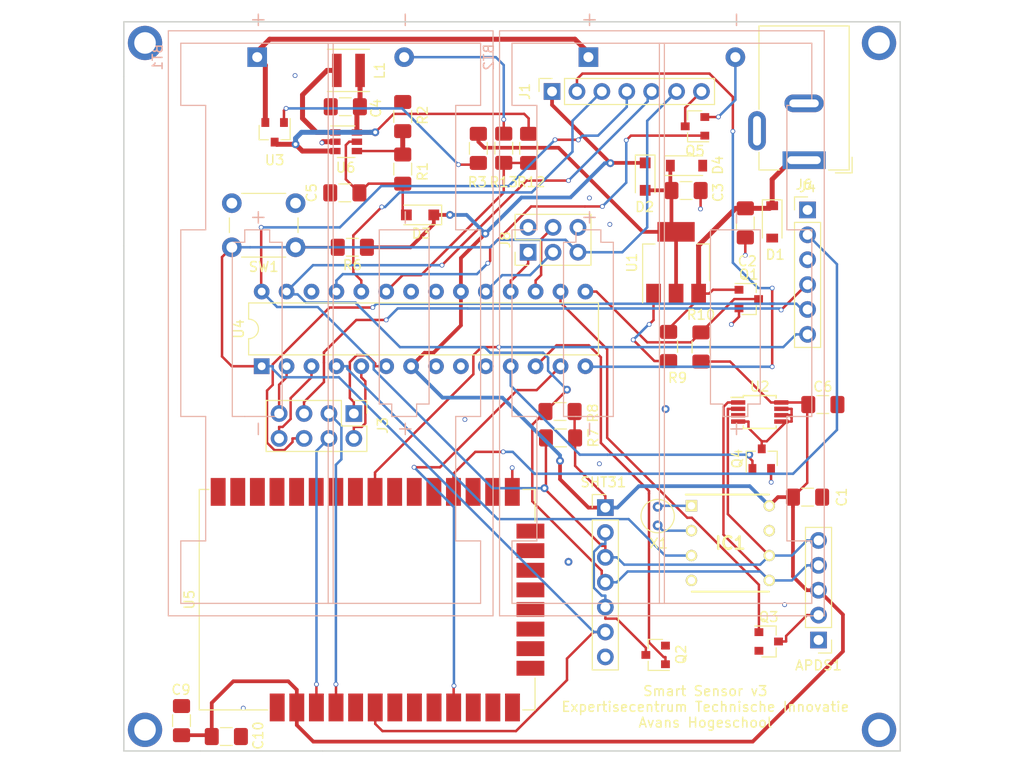
<source format=kicad_pcb>
(kicad_pcb (version 20171130) (host pcbnew "(5.0.2)-1")

  (general
    (thickness 1.6)
    (drawings 12)
    (tracks 565)
    (zones 0)
    (modules 50)
    (nets 77)
  )

  (page A4)
  (title_block
    (title "Smart Sensor")
    (date 2019-06-07)
    (rev v1.0)
    (company "Avans Hogeschool")
  )

  (layers
    (0 F.Cu signal)
    (31 B.Cu signal)
    (32 B.Adhes user)
    (33 F.Adhes user)
    (34 B.Paste user)
    (35 F.Paste user)
    (36 B.SilkS user)
    (37 F.SilkS user)
    (38 B.Mask user)
    (39 F.Mask user)
    (40 Dwgs.User user)
    (41 Cmts.User user)
    (42 Eco1.User user)
    (43 Eco2.User user)
    (44 Edge.Cuts user)
    (45 Margin user)
    (46 B.CrtYd user)
    (47 F.CrtYd user)
    (48 B.Fab user)
    (49 F.Fab user)
  )

  (setup
    (last_trace_width 0.508)
    (user_trace_width 0.1524)
    (user_trace_width 0.254)
    (user_trace_width 0.381)
    (user_trace_width 0.508)
    (user_trace_width 0.8128)
    (trace_clearance 0.2)
    (zone_clearance 0.508)
    (zone_45_only no)
    (trace_min 0.1)
    (segment_width 0.2)
    (edge_width 0.15)
    (via_size 0.8)
    (via_drill 0.4)
    (via_min_size 0.1)
    (via_min_drill 0.2)
    (user_via 0.4826 0.3302)
    (user_via 0.5 0.4)
    (user_via 1.905 0.254)
    (uvia_size 0.3)
    (uvia_drill 0.1)
    (uvias_allowed no)
    (uvia_min_size 0.2)
    (uvia_min_drill 0.1)
    (pcb_text_width 0.3)
    (pcb_text_size 1.5 1.5)
    (mod_edge_width 0.15)
    (mod_text_size 1 1)
    (mod_text_width 0.15)
    (pad_size 1.524 1.524)
    (pad_drill 0.762)
    (pad_to_mask_clearance 0.051)
    (solder_mask_min_width 0.25)
    (aux_axis_origin 0 0)
    (visible_elements 7FFFFFFF)
    (pcbplotparams
      (layerselection 0x010fc_ffffffff)
      (usegerberextensions false)
      (usegerberattributes false)
      (usegerberadvancedattributes false)
      (creategerberjobfile false)
      (excludeedgelayer true)
      (linewidth 0.100000)
      (plotframeref false)
      (viasonmask false)
      (mode 1)
      (useauxorigin false)
      (hpglpennumber 1)
      (hpglpenspeed 20)
      (hpglpendiameter 15.000000)
      (psnegative false)
      (psa4output false)
      (plotreference true)
      (plotvalue true)
      (plotinvisibletext false)
      (padsonsilk false)
      (subtractmaskfromsilk false)
      (outputformat 1)
      (mirror false)
      (drillshape 0)
      (scaleselection 1)
      (outputdirectory "Output/"))
  )

  (net 0 "")
  (net 1 SDA)
  (net 2 GND)
  (net 3 RESET)
  (net 4 SCL)
  (net 5 VBUS)
  (net 6 Vadap_IO9)
  (net 7 "Net-(R1-Pad2)")
  (net 8 XBEE_TX)
  (net 9 XBEE_RX)
  (net 10 "Net-(U5-Pad5)")
  (net 11 "Net-(U5-Pad7)")
  (net 12 "Net-(U5-Pad8)")
  (net 13 "Net-(U5-Pad9)")
  (net 14 "Net-(U5-Pad12)")
  (net 15 "Net-(U5-Pad14)")
  (net 16 "Net-(U5-Pad15)")
  (net 17 "Net-(U5-Pad16)")
  (net 18 "Net-(U5-Pad17)")
  (net 19 "Net-(U5-Pad18)")
  (net 20 "Net-(U5-Pad19)")
  (net 21 "Net-(U5-Pad20)")
  (net 22 "Net-(U5-Pad21)")
  (net 23 "Net-(U5-Pad23)")
  (net 24 "Net-(U5-Pad24)")
  (net 25 XBEE_CTS)
  (net 26 "Net-(U5-Pad26)")
  (net 27 "Net-(U5-Pad28)")
  (net 28 XBEE_RTS)
  (net 29 "Net-(U5-Pad30)")
  (net 30 "Net-(U5-Pad31)")
  (net 31 "Net-(U5-Pad32)")
  (net 32 "Net-(U5-Pad33)")
  (net 33 "Net-(U5-Pad34)")
  (net 34 "Net-(U5-Pad36)")
  (net 35 "Net-(U5-Pad37)")
  (net 36 +BATT)
  (net 37 "Net-(U2-Pad3)")
  (net 38 AVR_DBG_RX)
  (net 39 AVR_DBG_TX)
  (net 40 MOSI)
  (net 41 INTA_IO2)
  (net 42 MISO)
  (net 43 AVR_RX)
  (net 44 SCK)
  (net 45 AVR_TX)
  (net 46 "Net-(U4-Pad21)")
  (net 47 "Net-(U4-Pad9)")
  (net 48 "Net-(U4-Pad10)")
  (net 49 "Net-(U4-Pad26)")
  (net 50 "Net-(L1-Pad2)")
  (net 51 "Net-(IC1-Pad1)")
  (net 52 "Net-(IC1-Pad2)")
  (net 53 "Net-(IC1-Pad7)")
  (net 54 "Net-(J4-Pad3)")
  (net 55 FTDI_TX)
  (net 56 FTDI_RX)
  (net 57 SHT31_IO6)
  (net 58 APDS_IO9)
  (net 59 TMP_IO5)
  (net 60 "Net-(Q4-Pad3)")
  (net 61 "Net-(APDS1-Pad2)")
  (net 62 "Net-(SHT31-Pad7)")
  (net 63 "Net-(APDS1-Pad1)")
  (net 64 "Net-(J8-Pad2)")
  (net 65 VBATT_ADC0)
  (net 66 "Net-(R3-Pad2)")
  (net 67 LDO_out)
  (net 68 SMPS_out)
  (net 69 +3V3)
  (net 70 XB_SLEEP)
  (net 71 "Net-(Q2-Pad3)")
  (net 72 "Net-(BT1-Pad1)")
  (net 73 EXT_ENABLE)
  (net 74 "Net-(J1-Pad7)")
  (net 75 ADC1)
  (net 76 IO1)

  (net_class Default "This is the default net class."
    (clearance 0.2)
    (trace_width 0.25)
    (via_dia 0.8)
    (via_drill 0.4)
    (uvia_dia 0.3)
    (uvia_drill 0.1)
    (add_net +3V3)
    (add_net +BATT)
    (add_net ADC1)
    (add_net APDS_IO9)
    (add_net AVR_DBG_RX)
    (add_net AVR_DBG_TX)
    (add_net AVR_RX)
    (add_net AVR_TX)
    (add_net EXT_ENABLE)
    (add_net FTDI_RX)
    (add_net FTDI_TX)
    (add_net GND)
    (add_net INTA_IO2)
    (add_net IO1)
    (add_net LDO_out)
    (add_net MISO)
    (add_net MOSI)
    (add_net "Net-(APDS1-Pad1)")
    (add_net "Net-(APDS1-Pad2)")
    (add_net "Net-(BT1-Pad1)")
    (add_net "Net-(IC1-Pad1)")
    (add_net "Net-(IC1-Pad2)")
    (add_net "Net-(IC1-Pad7)")
    (add_net "Net-(J1-Pad7)")
    (add_net "Net-(J4-Pad3)")
    (add_net "Net-(J8-Pad2)")
    (add_net "Net-(L1-Pad2)")
    (add_net "Net-(Q2-Pad3)")
    (add_net "Net-(Q4-Pad3)")
    (add_net "Net-(R1-Pad2)")
    (add_net "Net-(R3-Pad2)")
    (add_net "Net-(SHT31-Pad7)")
    (add_net "Net-(U2-Pad3)")
    (add_net "Net-(U4-Pad10)")
    (add_net "Net-(U4-Pad21)")
    (add_net "Net-(U4-Pad26)")
    (add_net "Net-(U4-Pad9)")
    (add_net "Net-(U5-Pad12)")
    (add_net "Net-(U5-Pad14)")
    (add_net "Net-(U5-Pad15)")
    (add_net "Net-(U5-Pad16)")
    (add_net "Net-(U5-Pad17)")
    (add_net "Net-(U5-Pad18)")
    (add_net "Net-(U5-Pad19)")
    (add_net "Net-(U5-Pad20)")
    (add_net "Net-(U5-Pad21)")
    (add_net "Net-(U5-Pad23)")
    (add_net "Net-(U5-Pad24)")
    (add_net "Net-(U5-Pad26)")
    (add_net "Net-(U5-Pad28)")
    (add_net "Net-(U5-Pad30)")
    (add_net "Net-(U5-Pad31)")
    (add_net "Net-(U5-Pad32)")
    (add_net "Net-(U5-Pad33)")
    (add_net "Net-(U5-Pad34)")
    (add_net "Net-(U5-Pad36)")
    (add_net "Net-(U5-Pad37)")
    (add_net "Net-(U5-Pad5)")
    (add_net "Net-(U5-Pad7)")
    (add_net "Net-(U5-Pad8)")
    (add_net "Net-(U5-Pad9)")
    (add_net RESET)
    (add_net SCK)
    (add_net SCL)
    (add_net SDA)
    (add_net SHT31_IO6)
    (add_net SMPS_out)
    (add_net TMP_IO5)
    (add_net VBATT_ADC0)
    (add_net VBUS)
    (add_net Vadap_IO9)
    (add_net XBEE_CTS)
    (add_net XBEE_RTS)
    (add_net XBEE_RX)
    (add_net XBEE_TX)
    (add_net XB_SLEEP)
  )

  (module BatteryPack:BatteryHolder_Keystone_2462_2xAA_NO_HOLES (layer B.Cu) (tedit 5DBC1198) (tstamp 5DD61442)
    (at 123.6472 87.4268 270)
    (descr "2xAA cell battery holder, Keystone P/N 2462, https://www.keyelco.com/product-pdf.cfm?p=1027")
    (tags "AA battery cell holder")
    (path /5DCD1A3A)
    (fp_text reference BT2 (at 0 10.16 90) (layer B.SilkS)
      (effects (font (size 1 1) (thickness 0.15)) (justify mirror))
    )
    (fp_text value Battery_Cell (at 27.165 -8.715 270) (layer B.Fab)
      (effects (font (size 1 1) (thickness 0.15)) (justify mirror))
    )
    (fp_line (start -2.59 8.965) (end 56.92 8.965) (layer B.Fab) (width 0.1))
    (fp_line (start -2.59 -23.955) (end 56.92 -23.955) (layer B.Fab) (width 0.1))
    (fp_line (start 56.92 -23.955) (end 56.92 8.965) (layer B.Fab) (width 0.1))
    (fp_line (start -2.59 -23.955) (end -2.59 8.965) (layer B.Fab) (width 0.1))
    (fp_line (start 49.375 -22.785) (end 49.375 -20.245) (layer B.SilkS) (width 0.12))
    (fp_line (start 55.75 -22.785) (end 49.375 -22.785) (layer B.SilkS) (width 0.12))
    (fp_line (start 55.75 7.795) (end 55.75 -22.785) (layer B.SilkS) (width 0.12))
    (fp_line (start 49.375 7.795) (end 49.375 5.255) (layer B.SilkS) (width 0.12))
    (fp_line (start 55.75 7.795) (end 49.375 7.795) (layer B.SilkS) (width 0.12))
    (fp_line (start 4.925 -20.245) (end 17.625 -20.245) (layer B.SilkS) (width 0.12))
    (fp_line (start 4.925 -22.785) (end 4.925 -20.245) (layer B.SilkS) (width 0.12))
    (fp_line (start -1.42 -22.785) (end 4.925 -22.785) (layer B.SilkS) (width 0.12))
    (fp_line (start -1.42 7.795) (end -1.42 -22.785) (layer B.SilkS) (width 0.12))
    (fp_line (start 4.925 7.795) (end -1.42 7.795) (layer B.SilkS) (width 0.12))
    (fp_line (start 4.925 5.255) (end 4.925 7.795) (layer B.SilkS) (width 0.12))
    (fp_line (start 4.925 5.255) (end 17.625 5.255) (layer B.SilkS) (width 0.12))
    (fp_line (start 49.375 -20.245) (end 36.675 -20.245) (layer B.SilkS) (width 0.12))
    (fp_line (start 17.625 7.795) (end 17.625 5.255) (layer B.SilkS) (width 0.12))
    (fp_line (start 36.675 7.795) (end 17.625 7.795) (layer B.SilkS) (width 0.12))
    (fp_line (start 36.675 5.255) (end 36.675 7.795) (layer B.SilkS) (width 0.12))
    (fp_line (start 49.375 5.255) (end 36.675 5.255) (layer B.SilkS) (width 0.12))
    (fp_line (start 36.675 -22.785) (end 36.675 -20.245) (layer B.SilkS) (width 0.12))
    (fp_line (start 17.625 -22.785) (end 36.675 -22.785) (layer B.SilkS) (width 0.12))
    (fp_line (start 17.625 -20.245) (end 17.625 -22.785) (layer B.SilkS) (width 0.12))
    (fp_line (start 55.75 -7.749) (end -1.42 -7.749) (layer B.SilkS) (width 0.12))
    (fp_line (start -1.42 -7.241) (end 55.75 -7.241) (layer B.SilkS) (width 0.12))
    (fp_line (start 36.675 2.54) (end 36.675 1.27) (layer B.SilkS) (width 0.12))
    (fp_line (start 18.895 2.54) (end 36.675 2.54) (layer B.SilkS) (width 0.12))
    (fp_line (start 18.895 1.27) (end 18.895 2.54) (layer B.SilkS) (width 0.12))
    (fp_line (start 17.625 1.27) (end 18.895 1.27) (layer B.SilkS) (width 0.12))
    (fp_line (start 17.625 -1.27) (end 17.625 1.27) (layer B.SilkS) (width 0.12))
    (fp_line (start 18.895 -1.27) (end 17.625 -1.27) (layer B.SilkS) (width 0.12))
    (fp_line (start 18.895 -2.54) (end 18.895 -1.27) (layer B.SilkS) (width 0.12))
    (fp_line (start 36.675 -2.54) (end 18.895 -2.54) (layer B.SilkS) (width 0.12))
    (fp_line (start 36.675 1.27) (end 36.675 -2.54) (layer B.SilkS) (width 0.12))
    (fp_line (start 35.405 -17.53) (end 17.625 -17.53) (layer B.SilkS) (width 0.12))
    (fp_line (start 35.405 -16.26) (end 35.405 -17.53) (layer B.SilkS) (width 0.12))
    (fp_line (start 36.675 -16.26) (end 35.405 -16.26) (layer B.SilkS) (width 0.12))
    (fp_line (start 36.675 -13.72) (end 36.675 -16.26) (layer B.SilkS) (width 0.12))
    (fp_line (start 35.405 -13.72) (end 36.675 -13.72) (layer B.SilkS) (width 0.12))
    (fp_line (start 35.405 -12.45) (end 35.405 -13.72) (layer B.SilkS) (width 0.12))
    (fp_line (start 17.625 -12.45) (end 35.405 -12.45) (layer B.SilkS) (width 0.12))
    (fp_line (start 17.625 -17.53) (end 17.625 -12.45) (layer B.SilkS) (width 0.12))
    (fp_line (start 57.02 9.065) (end -2.69 9.065) (layer B.SilkS) (width 0.12))
    (fp_line (start -2.69 9.065) (end -2.69 -24.055) (layer B.SilkS) (width 0.12))
    (fp_line (start -2.69 -24.055) (end 57.02 -24.055) (layer B.SilkS) (width 0.12))
    (fp_line (start 57.02 -24.055) (end 57.02 9.065) (layer B.SilkS) (width 0.12))
    (fp_line (start 57.17 9.22) (end -2.84 9.22) (layer B.CrtYd) (width 0.05))
    (fp_line (start -2.84 9.22) (end -2.84 -24.21) (layer B.CrtYd) (width 0.05))
    (fp_line (start -2.84 -24.21) (end 57.17 -24.21) (layer B.CrtYd) (width 0.05))
    (fp_line (start 57.17 -24.21) (end 57.17 9.22) (layer B.CrtYd) (width 0.05))
    (fp_text user - (at -3.81 -14.99 270) (layer B.SilkS)
      (effects (font (size 1.5 1.5) (thickness 0.15)) (justify mirror))
    )
    (fp_text user + (at -3.81 0 270) (layer B.SilkS)
      (effects (font (size 1.5 1.5) (thickness 0.15)) (justify mirror))
    )
    (fp_text user - (at 16.355 -14.99 270) (layer B.SilkS)
      (effects (font (size 1.5 1.5) (thickness 0.15)) (justify mirror))
    )
    (fp_text user + (at 37.945 -14.99 270) (layer B.SilkS)
      (effects (font (size 1.5 1.5) (thickness 0.15)) (justify mirror))
    )
    (fp_text user %R (at 0 10.16 270) (layer B.Fab)
      (effects (font (size 1 1) (thickness 0.15)) (justify mirror))
    )
    (fp_text user + (at 16.355 0 270) (layer B.SilkS)
      (effects (font (size 1.5 1.5) (thickness 0.15)) (justify mirror))
    )
    (fp_text user - (at 37.945 0 270) (layer B.SilkS)
      (effects (font (size 1.5 1.5) (thickness 0.15)) (justify mirror))
    )
    (pad 2 thru_hole circle (at 0 -14.99 270) (size 2 2) (drill 1.02) (layers *.Cu *.Mask)
      (net 2 GND))
    (pad 1 thru_hole rect (at 0 0 270) (size 2 2) (drill 1.02) (layers *.Cu *.Mask)
      (net 72 "Net-(BT1-Pad1)"))
    (model ${KISYS3DMOD}/Battery.3dshapes/BatteryHolder_Keystone_2462_2xAA.wrl
      (at (xyz 0 0 0))
      (scale (xyz 1 1 1))
      (rotate (xyz 0 0 0))
    )
  )

  (module BatteryPack:BatteryHolder_Keystone_2462_2xAA_NO_HOLES (layer B.Cu) (tedit 5DBC1198) (tstamp 5DD61481)
    (at 89.8652 87.4268 270)
    (descr "2xAA cell battery holder, Keystone P/N 2462, https://www.keyelco.com/product-pdf.cfm?p=1027")
    (tags "AA battery cell holder")
    (path /5DE8F08E)
    (fp_text reference BT1 (at 0 10.16 90) (layer B.SilkS)
      (effects (font (size 1 1) (thickness 0.15)) (justify mirror))
    )
    (fp_text value Battery_Cell (at 27.165 -8.715 270) (layer B.Fab)
      (effects (font (size 1 1) (thickness 0.15)) (justify mirror))
    )
    (fp_text user - (at 37.945 0 270) (layer B.SilkS)
      (effects (font (size 1.5 1.5) (thickness 0.15)) (justify mirror))
    )
    (fp_text user + (at 16.355 0 270) (layer B.SilkS)
      (effects (font (size 1.5 1.5) (thickness 0.15)) (justify mirror))
    )
    (fp_text user %R (at 0 10.16 270) (layer B.Fab)
      (effects (font (size 1 1) (thickness 0.15)) (justify mirror))
    )
    (fp_text user + (at 37.945 -14.99 270) (layer B.SilkS)
      (effects (font (size 1.5 1.5) (thickness 0.15)) (justify mirror))
    )
    (fp_text user - (at 16.355 -14.99 270) (layer B.SilkS)
      (effects (font (size 1.5 1.5) (thickness 0.15)) (justify mirror))
    )
    (fp_text user + (at -3.81 0 270) (layer B.SilkS)
      (effects (font (size 1.5 1.5) (thickness 0.15)) (justify mirror))
    )
    (fp_text user - (at -3.81 -14.99 270) (layer B.SilkS)
      (effects (font (size 1.5 1.5) (thickness 0.15)) (justify mirror))
    )
    (fp_line (start 57.17 -24.21) (end 57.17 9.22) (layer B.CrtYd) (width 0.05))
    (fp_line (start -2.84 -24.21) (end 57.17 -24.21) (layer B.CrtYd) (width 0.05))
    (fp_line (start -2.84 9.22) (end -2.84 -24.21) (layer B.CrtYd) (width 0.05))
    (fp_line (start 57.17 9.22) (end -2.84 9.22) (layer B.CrtYd) (width 0.05))
    (fp_line (start 57.02 -24.055) (end 57.02 9.065) (layer B.SilkS) (width 0.12))
    (fp_line (start -2.69 -24.055) (end 57.02 -24.055) (layer B.SilkS) (width 0.12))
    (fp_line (start -2.69 9.065) (end -2.69 -24.055) (layer B.SilkS) (width 0.12))
    (fp_line (start 57.02 9.065) (end -2.69 9.065) (layer B.SilkS) (width 0.12))
    (fp_line (start 17.625 -17.53) (end 17.625 -12.45) (layer B.SilkS) (width 0.12))
    (fp_line (start 17.625 -12.45) (end 35.405 -12.45) (layer B.SilkS) (width 0.12))
    (fp_line (start 35.405 -12.45) (end 35.405 -13.72) (layer B.SilkS) (width 0.12))
    (fp_line (start 35.405 -13.72) (end 36.675 -13.72) (layer B.SilkS) (width 0.12))
    (fp_line (start 36.675 -13.72) (end 36.675 -16.26) (layer B.SilkS) (width 0.12))
    (fp_line (start 36.675 -16.26) (end 35.405 -16.26) (layer B.SilkS) (width 0.12))
    (fp_line (start 35.405 -16.26) (end 35.405 -17.53) (layer B.SilkS) (width 0.12))
    (fp_line (start 35.405 -17.53) (end 17.625 -17.53) (layer B.SilkS) (width 0.12))
    (fp_line (start 36.675 1.27) (end 36.675 -2.54) (layer B.SilkS) (width 0.12))
    (fp_line (start 36.675 -2.54) (end 18.895 -2.54) (layer B.SilkS) (width 0.12))
    (fp_line (start 18.895 -2.54) (end 18.895 -1.27) (layer B.SilkS) (width 0.12))
    (fp_line (start 18.895 -1.27) (end 17.625 -1.27) (layer B.SilkS) (width 0.12))
    (fp_line (start 17.625 -1.27) (end 17.625 1.27) (layer B.SilkS) (width 0.12))
    (fp_line (start 17.625 1.27) (end 18.895 1.27) (layer B.SilkS) (width 0.12))
    (fp_line (start 18.895 1.27) (end 18.895 2.54) (layer B.SilkS) (width 0.12))
    (fp_line (start 18.895 2.54) (end 36.675 2.54) (layer B.SilkS) (width 0.12))
    (fp_line (start 36.675 2.54) (end 36.675 1.27) (layer B.SilkS) (width 0.12))
    (fp_line (start -1.42 -7.241) (end 55.75 -7.241) (layer B.SilkS) (width 0.12))
    (fp_line (start 55.75 -7.749) (end -1.42 -7.749) (layer B.SilkS) (width 0.12))
    (fp_line (start 17.625 -20.245) (end 17.625 -22.785) (layer B.SilkS) (width 0.12))
    (fp_line (start 17.625 -22.785) (end 36.675 -22.785) (layer B.SilkS) (width 0.12))
    (fp_line (start 36.675 -22.785) (end 36.675 -20.245) (layer B.SilkS) (width 0.12))
    (fp_line (start 49.375 5.255) (end 36.675 5.255) (layer B.SilkS) (width 0.12))
    (fp_line (start 36.675 5.255) (end 36.675 7.795) (layer B.SilkS) (width 0.12))
    (fp_line (start 36.675 7.795) (end 17.625 7.795) (layer B.SilkS) (width 0.12))
    (fp_line (start 17.625 7.795) (end 17.625 5.255) (layer B.SilkS) (width 0.12))
    (fp_line (start 49.375 -20.245) (end 36.675 -20.245) (layer B.SilkS) (width 0.12))
    (fp_line (start 4.925 5.255) (end 17.625 5.255) (layer B.SilkS) (width 0.12))
    (fp_line (start 4.925 5.255) (end 4.925 7.795) (layer B.SilkS) (width 0.12))
    (fp_line (start 4.925 7.795) (end -1.42 7.795) (layer B.SilkS) (width 0.12))
    (fp_line (start -1.42 7.795) (end -1.42 -22.785) (layer B.SilkS) (width 0.12))
    (fp_line (start -1.42 -22.785) (end 4.925 -22.785) (layer B.SilkS) (width 0.12))
    (fp_line (start 4.925 -22.785) (end 4.925 -20.245) (layer B.SilkS) (width 0.12))
    (fp_line (start 4.925 -20.245) (end 17.625 -20.245) (layer B.SilkS) (width 0.12))
    (fp_line (start 55.75 7.795) (end 49.375 7.795) (layer B.SilkS) (width 0.12))
    (fp_line (start 49.375 7.795) (end 49.375 5.255) (layer B.SilkS) (width 0.12))
    (fp_line (start 55.75 7.795) (end 55.75 -22.785) (layer B.SilkS) (width 0.12))
    (fp_line (start 55.75 -22.785) (end 49.375 -22.785) (layer B.SilkS) (width 0.12))
    (fp_line (start 49.375 -22.785) (end 49.375 -20.245) (layer B.SilkS) (width 0.12))
    (fp_line (start -2.59 -23.955) (end -2.59 8.965) (layer B.Fab) (width 0.1))
    (fp_line (start 56.92 -23.955) (end 56.92 8.965) (layer B.Fab) (width 0.1))
    (fp_line (start -2.59 -23.955) (end 56.92 -23.955) (layer B.Fab) (width 0.1))
    (fp_line (start -2.59 8.965) (end 56.92 8.965) (layer B.Fab) (width 0.1))
    (pad 1 thru_hole rect (at 0 0 270) (size 2 2) (drill 1.02) (layers *.Cu *.Mask)
      (net 72 "Net-(BT1-Pad1)"))
    (pad 2 thru_hole circle (at 0 -14.99 270) (size 2 2) (drill 1.02) (layers *.Cu *.Mask)
      (net 2 GND))
    (model ${KISYS3DMOD}/Battery.3dshapes/BatteryHolder_Keystone_2462_2xAA.wrl
      (at (xyz 0 0 0))
      (scale (xyz 1 1 1))
      (rotate (xyz 0 0 0))
    )
  )

  (module MountingHole:MountingHole_2.2mm_M2_ISO7380_Pad locked (layer F.Cu) (tedit 5DBC47FC) (tstamp 5DE2B5DD)
    (at 153.289 85.979)
    (descr "Mounting Hole 2.2mm, M2, ISO7380")
    (tags "mounting hole 2.2mm m2 iso7380")
    (attr virtual)
    (fp_text reference REF** (at 0 -2.75) (layer F.SilkS) hide
      (effects (font (size 1 1) (thickness 0.15)))
    )
    (fp_text value MountingHole_2.2mm_M2_ISO7380_Pad (at 0 2.75) (layer F.Fab)
      (effects (font (size 1 1) (thickness 0.15)))
    )
    (fp_circle (center 0 0) (end 2 0) (layer F.CrtYd) (width 0.05))
    (fp_circle (center 0 0) (end 1.75 0) (layer Cmts.User) (width 0.15))
    (fp_text user %R (at 0.3 0) (layer F.Fab)
      (effects (font (size 1 1) (thickness 0.15)))
    )
    (pad 1 thru_hole circle (at 0 0) (size 3.5 3.5) (drill 2.2) (layers *.Cu *.Mask))
  )

  (module MountingHole:MountingHole_2.2mm_M2_ISO7380_Pad locked (layer F.Cu) (tedit 5DBC4822) (tstamp 5DE2B617)
    (at 78.4225 156.083)
    (descr "Mounting Hole 2.2mm, M2, ISO7380")
    (tags "mounting hole 2.2mm m2 iso7380")
    (attr virtual)
    (fp_text reference REF** (at 0 -2.75) (layer F.SilkS) hide
      (effects (font (size 1 1) (thickness 0.15)))
    )
    (fp_text value MountingHole_2.2mm_M2_ISO7380_Pad (at 0 2.75) (layer F.Fab)
      (effects (font (size 1 1) (thickness 0.15)))
    )
    (fp_text user %R (at 0.3 0) (layer F.Fab)
      (effects (font (size 1 1) (thickness 0.15)))
    )
    (fp_circle (center 0 0) (end 1.75 0) (layer Cmts.User) (width 0.15))
    (fp_circle (center 0 0) (end 2 0) (layer F.CrtYd) (width 0.05))
    (pad 1 thru_hole circle (at 0 0) (size 3.5 3.5) (drill 2.2) (layers *.Cu *.Mask))
  )

  (module MountingHole:MountingHole_2.2mm_M2_ISO7380_Pad locked (layer F.Cu) (tedit 5DBC4817) (tstamp 5DE2B609)
    (at 78.4225 85.979)
    (descr "Mounting Hole 2.2mm, M2, ISO7380")
    (tags "mounting hole 2.2mm m2 iso7380")
    (attr virtual)
    (fp_text reference REF** (at 0 -2.75) (layer F.SilkS) hide
      (effects (font (size 1 1) (thickness 0.15)))
    )
    (fp_text value MountingHole_2.2mm_M2_ISO7380_Pad (at 0 2.75) (layer F.Fab)
      (effects (font (size 1 1) (thickness 0.15)))
    )
    (fp_circle (center 0 0) (end 2 0) (layer F.CrtYd) (width 0.05))
    (fp_circle (center 0 0) (end 1.75 0) (layer Cmts.User) (width 0.15))
    (fp_text user %R (at 0.3 0) (layer F.Fab)
      (effects (font (size 1 1) (thickness 0.15)))
    )
    (pad 1 thru_hole circle (at 0 0) (size 3.5 3.5) (drill 2.2) (layers *.Cu *.Mask))
  )

  (module MountingHole:MountingHole_2.2mm_M2_ISO7380_Pad locked (layer F.Cu) (tedit 5DBC4828) (tstamp 5DE2B5FB)
    (at 153.289 156.083)
    (descr "Mounting Hole 2.2mm, M2, ISO7380")
    (tags "mounting hole 2.2mm m2 iso7380")
    (attr virtual)
    (fp_text reference REF** (at 0 -2.75) (layer F.SilkS) hide
      (effects (font (size 1 1) (thickness 0.15)))
    )
    (fp_text value MountingHole_2.2mm_M2_ISO7380_Pad (at 0 2.75) (layer F.Fab)
      (effects (font (size 1 1) (thickness 0.15)))
    )
    (fp_text user %R (at 0.3 0) (layer F.Fab)
      (effects (font (size 1 1) (thickness 0.15)))
    )
    (fp_circle (center 0 0) (end 1.75 0) (layer Cmts.User) (width 0.15))
    (fp_circle (center 0 0) (end 2 0) (layer F.CrtYd) (width 0.05))
    (pad 1 thru_hole circle (at 0 0) (size 3.5 3.5) (drill 2.2) (layers *.Cu *.Mask))
  )

  (module Connector_PinSocket_2.54mm:PinSocket_1x07_P2.54mm_Vertical (layer F.Cu) (tedit 5A19A433) (tstamp 5DC8A854)
    (at 119.9388 90.932 90)
    (descr "Through hole straight socket strip, 1x07, 2.54mm pitch, single row (from Kicad 4.0.7), script generated")
    (tags "Through hole socket strip THT 1x07 2.54mm single row")
    (path /5DC022DA)
    (fp_text reference J1 (at 0 -2.77 90) (layer F.SilkS)
      (effects (font (size 1 1) (thickness 0.15)))
    )
    (fp_text value Conn_01x07_Female (at 0 18.01 90) (layer F.Fab)
      (effects (font (size 1 1) (thickness 0.15)))
    )
    (fp_line (start -1.27 -1.27) (end 0.635 -1.27) (layer F.Fab) (width 0.1))
    (fp_line (start 0.635 -1.27) (end 1.27 -0.635) (layer F.Fab) (width 0.1))
    (fp_line (start 1.27 -0.635) (end 1.27 16.51) (layer F.Fab) (width 0.1))
    (fp_line (start 1.27 16.51) (end -1.27 16.51) (layer F.Fab) (width 0.1))
    (fp_line (start -1.27 16.51) (end -1.27 -1.27) (layer F.Fab) (width 0.1))
    (fp_line (start -1.33 1.27) (end 1.33 1.27) (layer F.SilkS) (width 0.12))
    (fp_line (start -1.33 1.27) (end -1.33 16.57) (layer F.SilkS) (width 0.12))
    (fp_line (start -1.33 16.57) (end 1.33 16.57) (layer F.SilkS) (width 0.12))
    (fp_line (start 1.33 1.27) (end 1.33 16.57) (layer F.SilkS) (width 0.12))
    (fp_line (start 1.33 -1.33) (end 1.33 0) (layer F.SilkS) (width 0.12))
    (fp_line (start 0 -1.33) (end 1.33 -1.33) (layer F.SilkS) (width 0.12))
    (fp_line (start -1.8 -1.8) (end 1.75 -1.8) (layer F.CrtYd) (width 0.05))
    (fp_line (start 1.75 -1.8) (end 1.75 17) (layer F.CrtYd) (width 0.05))
    (fp_line (start 1.75 17) (end -1.8 17) (layer F.CrtYd) (width 0.05))
    (fp_line (start -1.8 17) (end -1.8 -1.8) (layer F.CrtYd) (width 0.05))
    (fp_text user %R (at 0 7.62 180) (layer F.Fab)
      (effects (font (size 1 1) (thickness 0.15)))
    )
    (pad 1 thru_hole rect (at 0 0 90) (size 1.7 1.7) (drill 1) (layers *.Cu *.Mask)
      (net 69 +3V3))
    (pad 2 thru_hole oval (at 0 2.54 90) (size 1.7 1.7) (drill 1) (layers *.Cu *.Mask)
      (net 76 IO1))
    (pad 3 thru_hole oval (at 0 5.08 90) (size 1.7 1.7) (drill 1) (layers *.Cu *.Mask)
      (net 75 ADC1))
    (pad 4 thru_hole oval (at 0 7.62 90) (size 1.7 1.7) (drill 1) (layers *.Cu *.Mask)
      (net 4 SCL))
    (pad 5 thru_hole oval (at 0 10.16 90) (size 1.7 1.7) (drill 1) (layers *.Cu *.Mask)
      (net 1 SDA))
    (pad 6 thru_hole oval (at 0 12.7 90) (size 1.7 1.7) (drill 1) (layers *.Cu *.Mask)
      (net 3 RESET))
    (pad 7 thru_hole oval (at 0 15.24 90) (size 1.7 1.7) (drill 1) (layers *.Cu *.Mask)
      (net 74 "Net-(J1-Pad7)"))
    (model ${KISYS3DMOD}/Connector_PinSocket_2.54mm.3dshapes/PinSocket_1x07_P2.54mm_Vertical.wrl
      (at (xyz 0 0 0))
      (scale (xyz 1 1 1))
      (rotate (xyz 0 0 0))
    )
  )

  (module Package_TO_SOT_SMD:SOT-23 (layer F.Cu) (tedit 5A02FF57) (tstamp 5DC8A641)
    (at 134.5184 94.488 180)
    (descr "SOT-23, Standard")
    (tags SOT-23)
    (path /5DC7810E)
    (attr smd)
    (fp_text reference Q5 (at 0 -2.5 180) (layer F.SilkS)
      (effects (font (size 1 1) (thickness 0.15)))
    )
    (fp_text value MMBF170 (at 0 2.5 180) (layer F.Fab)
      (effects (font (size 1 1) (thickness 0.15)))
    )
    (fp_text user %R (at 0 0 270) (layer F.Fab)
      (effects (font (size 0.5 0.5) (thickness 0.075)))
    )
    (fp_line (start -0.7 -0.95) (end -0.7 1.5) (layer F.Fab) (width 0.1))
    (fp_line (start -0.15 -1.52) (end 0.7 -1.52) (layer F.Fab) (width 0.1))
    (fp_line (start -0.7 -0.95) (end -0.15 -1.52) (layer F.Fab) (width 0.1))
    (fp_line (start 0.7 -1.52) (end 0.7 1.52) (layer F.Fab) (width 0.1))
    (fp_line (start -0.7 1.52) (end 0.7 1.52) (layer F.Fab) (width 0.1))
    (fp_line (start 0.76 1.58) (end 0.76 0.65) (layer F.SilkS) (width 0.12))
    (fp_line (start 0.76 -1.58) (end 0.76 -0.65) (layer F.SilkS) (width 0.12))
    (fp_line (start -1.7 -1.75) (end 1.7 -1.75) (layer F.CrtYd) (width 0.05))
    (fp_line (start 1.7 -1.75) (end 1.7 1.75) (layer F.CrtYd) (width 0.05))
    (fp_line (start 1.7 1.75) (end -1.7 1.75) (layer F.CrtYd) (width 0.05))
    (fp_line (start -1.7 1.75) (end -1.7 -1.75) (layer F.CrtYd) (width 0.05))
    (fp_line (start 0.76 -1.58) (end -1.4 -1.58) (layer F.SilkS) (width 0.12))
    (fp_line (start 0.76 1.58) (end -0.7 1.58) (layer F.SilkS) (width 0.12))
    (pad 1 smd rect (at -1 -0.95 180) (size 0.9 0.8) (layers F.Cu F.Paste F.Mask)
      (net 73 EXT_ENABLE))
    (pad 2 smd rect (at -1 0.95 180) (size 0.9 0.8) (layers F.Cu F.Paste F.Mask)
      (net 2 GND))
    (pad 3 smd rect (at 1 0 180) (size 0.9 0.8) (layers F.Cu F.Paste F.Mask)
      (net 74 "Net-(J1-Pad7)"))
    (model ${KISYS3DMOD}/Package_TO_SOT_SMD.3dshapes/SOT-23.wrl
      (at (xyz 0 0 0))
      (scale (xyz 1 1 1))
      (rotate (xyz 0 0 0))
    )
  )

  (module Capacitor_SMD:C_1206_3216Metric_Pad1.42x1.75mm_HandSolder (layer F.Cu) (tedit 5B301BBE) (tstamp 5DBD8D17)
    (at 133.604 101.041)
    (descr "Capacitor SMD 1206 (3216 Metric), square (rectangular) end terminal, IPC_7351 nominal with elongated pad for handsoldering. (Body size source: http://www.tortai-tech.com/upload/download/2011102023233369053.pdf), generated with kicad-footprint-generator")
    (tags "capacitor handsolder")
    (path /5DB23C5C)
    (attr smd)
    (fp_text reference C3 (at 3.2655 0.2032 90) (layer F.SilkS)
      (effects (font (size 1 1) (thickness 0.15)))
    )
    (fp_text value 1uF (at 0 1.82) (layer F.Fab)
      (effects (font (size 1 1) (thickness 0.15)))
    )
    (fp_text user %R (at 0 0) (layer F.Fab)
      (effects (font (size 0.8 0.8) (thickness 0.12)))
    )
    (fp_line (start 2.45 1.12) (end -2.45 1.12) (layer F.CrtYd) (width 0.05))
    (fp_line (start 2.45 -1.12) (end 2.45 1.12) (layer F.CrtYd) (width 0.05))
    (fp_line (start -2.45 -1.12) (end 2.45 -1.12) (layer F.CrtYd) (width 0.05))
    (fp_line (start -2.45 1.12) (end -2.45 -1.12) (layer F.CrtYd) (width 0.05))
    (fp_line (start -0.602064 0.91) (end 0.602064 0.91) (layer F.SilkS) (width 0.12))
    (fp_line (start -0.602064 -0.91) (end 0.602064 -0.91) (layer F.SilkS) (width 0.12))
    (fp_line (start 1.6 0.8) (end -1.6 0.8) (layer F.Fab) (width 0.1))
    (fp_line (start 1.6 -0.8) (end 1.6 0.8) (layer F.Fab) (width 0.1))
    (fp_line (start -1.6 -0.8) (end 1.6 -0.8) (layer F.Fab) (width 0.1))
    (fp_line (start -1.6 0.8) (end -1.6 -0.8) (layer F.Fab) (width 0.1))
    (pad 2 smd roundrect (at 1.4875 0) (size 1.425 1.75) (layers F.Cu F.Paste F.Mask) (roundrect_rratio 0.175439)
      (net 2 GND))
    (pad 1 smd roundrect (at -1.4875 0) (size 1.425 1.75) (layers F.Cu F.Paste F.Mask) (roundrect_rratio 0.175439)
      (net 67 LDO_out))
    (model ${KISYS3DMOD}/Capacitor_SMD.3dshapes/C_1206_3216Metric.wrl
      (at (xyz 0 0 0))
      (scale (xyz 1 1 1))
      (rotate (xyz 0 0 0))
    )
  )

  (module Capacitor_SMD:C_1206_3216Metric_Pad1.42x1.75mm_HandSolder (layer F.Cu) (tedit 5B301BBE) (tstamp 5DBD8CF7)
    (at 98.8007 101.277 180)
    (descr "Capacitor SMD 1206 (3216 Metric), square (rectangular) end terminal, IPC_7351 nominal with elongated pad for handsoldering. (Body size source: http://www.tortai-tech.com/upload/download/2011102023233369053.pdf), generated with kicad-footprint-generator")
    (tags "capacitor handsolder")
    (path /5DC8EBD0)
    (attr smd)
    (fp_text reference C5 (at 3.3893 0 270) (layer F.SilkS)
      (effects (font (size 1 1) (thickness 0.15)))
    )
    (fp_text value 10uF (at 0 1.82 180) (layer F.Fab)
      (effects (font (size 1 1) (thickness 0.15)))
    )
    (fp_line (start -1.6 0.8) (end -1.6 -0.8) (layer F.Fab) (width 0.1))
    (fp_line (start -1.6 -0.8) (end 1.6 -0.8) (layer F.Fab) (width 0.1))
    (fp_line (start 1.6 -0.8) (end 1.6 0.8) (layer F.Fab) (width 0.1))
    (fp_line (start 1.6 0.8) (end -1.6 0.8) (layer F.Fab) (width 0.1))
    (fp_line (start -0.602064 -0.91) (end 0.602064 -0.91) (layer F.SilkS) (width 0.12))
    (fp_line (start -0.602064 0.91) (end 0.602064 0.91) (layer F.SilkS) (width 0.12))
    (fp_line (start -2.45 1.12) (end -2.45 -1.12) (layer F.CrtYd) (width 0.05))
    (fp_line (start -2.45 -1.12) (end 2.45 -1.12) (layer F.CrtYd) (width 0.05))
    (fp_line (start 2.45 -1.12) (end 2.45 1.12) (layer F.CrtYd) (width 0.05))
    (fp_line (start 2.45 1.12) (end -2.45 1.12) (layer F.CrtYd) (width 0.05))
    (fp_text user %R (at 0 0 180) (layer F.Fab)
      (effects (font (size 0.8 0.8) (thickness 0.12)))
    )
    (pad 1 smd roundrect (at -1.4875 0 180) (size 1.425 1.75) (layers F.Cu F.Paste F.Mask) (roundrect_rratio 0.175439)
      (net 68 SMPS_out))
    (pad 2 smd roundrect (at 1.4875 0 180) (size 1.425 1.75) (layers F.Cu F.Paste F.Mask) (roundrect_rratio 0.175439)
      (net 2 GND))
    (model ${KISYS3DMOD}/Capacitor_SMD.3dshapes/C_1206_3216Metric.wrl
      (at (xyz 0 0 0))
      (scale (xyz 1 1 1))
      (rotate (xyz 0 0 0))
    )
  )

  (module Connector_BarrelJack:BarrelJack_Wuerth_6941xx301002 (layer F.Cu) (tedit 5B191DE1) (tstamp 5DBD8C96)
    (at 145.6436 97.9424 180)
    (descr "Wuerth electronics barrel jack connector (5.5mm outher diameter, inner diameter 2.05mm or 2.55mm depending on exact order number), See: http://katalog.we-online.de/em/datasheet/6941xx301002.pdf")
    (tags "connector barrel jack")
    (path /5DB1010E)
    (fp_text reference J6 (at 0 -2.5 180) (layer F.SilkS)
      (effects (font (size 1 1) (thickness 0.15)))
    )
    (fp_text value Barrel_Jack (at 0 15.5 180) (layer F.Fab)
      (effects (font (size 1 1) (thickness 0.15)))
    )
    (fp_line (start 5 14.1) (end 5 5.5) (layer F.CrtYd) (width 0.05))
    (fp_line (start 4.6 5.2) (end 4.6 13.7) (layer F.SilkS) (width 0.12))
    (fp_line (start -4.5 0.1) (end -3.5 -0.9) (layer F.Fab) (width 0.1))
    (fp_line (start 4.5 -0.9) (end -3.5 -0.9) (layer F.Fab) (width 0.1))
    (fp_line (start 4.5 -0.9) (end 4.5 13.6) (layer F.Fab) (width 0.1))
    (fp_line (start 4.5 13.6) (end -4.5 13.6) (layer F.Fab) (width 0.1))
    (fp_line (start -4.5 13.6) (end -4.5 0.1) (layer F.Fab) (width 0.1))
    (fp_text user %R (at 0 7.5 180) (layer F.Fab)
      (effects (font (size 1 1) (thickness 0.15)))
    )
    (fp_line (start 4.6 13.7) (end -4.6 13.7) (layer F.SilkS) (width 0.12))
    (fp_line (start -4.6 13.7) (end -4.6 -1) (layer F.SilkS) (width 0.12))
    (fp_line (start 2.5 -1) (end 4.6 -1) (layer F.SilkS) (width 0.12))
    (fp_line (start 4.6 -1) (end 4.6 0.8) (layer F.SilkS) (width 0.12))
    (fp_line (start -3.2 -1.3) (end -4.9 -1.3) (layer F.SilkS) (width 0.12))
    (fp_line (start -4.9 -1.3) (end -4.9 0.3) (layer F.SilkS) (width 0.12))
    (fp_line (start 5 -1.4) (end -5 -1.4) (layer F.CrtYd) (width 0.05))
    (fp_line (start -5 -1.4) (end -5 14.1) (layer F.CrtYd) (width 0.05))
    (fp_line (start -5 14.1) (end 5 14.1) (layer F.CrtYd) (width 0.05))
    (fp_line (start 5 0.5) (end 5 -1.4) (layer F.CrtYd) (width 0.05))
    (fp_line (start 6.2 0.5) (end 6.2 5.5) (layer F.CrtYd) (width 0.05))
    (fp_line (start 6.2 5.5) (end 5 5.5) (layer F.CrtYd) (width 0.05))
    (fp_line (start 6.2 0.5) (end 5 0.5) (layer F.CrtYd) (width 0.05))
    (fp_line (start -4.6 -1) (end -2.5 -1) (layer F.SilkS) (width 0.12))
    (pad 3 thru_hole oval (at 4.8 3 270) (size 4 1.8) (drill oval 3 0.8) (layers *.Cu *.Mask))
    (pad 2 thru_hole oval (at 0 5.8 180) (size 4 1.8) (drill oval 3 0.8) (layers *.Cu *.Mask)
      (net 2 GND))
    (pad 1 thru_hole rect (at 0 0 180) (size 4.4 1.8) (drill oval 3.4 0.8) (layers *.Cu *.Mask)
      (net 5 VBUS))
    (model ${KISYS3DMOD}/Connector_BarrelJack.3dshapes/BarrelJack_Wuerth_6941xx301002.wrl
      (at (xyz 0 0 0))
      (scale (xyz 1 1 1))
      (rotate (xyz 0 0 0))
    )
  )

  (module Connector_PinHeader_2.54mm:PinHeader_1x06_P2.54mm_Vertical (layer F.Cu) (tedit 59FED5CC) (tstamp 5DBD8C49)
    (at 145.999 103.022)
    (descr "Through hole straight pin header, 1x06, 2.54mm pitch, single row")
    (tags "Through hole pin header THT 1x06 2.54mm single row")
    (path /5CD8F2D5)
    (fp_text reference J4 (at 0 -2.33) (layer F.SilkS)
      (effects (font (size 1 1) (thickness 0.15)))
    )
    (fp_text value "FTDI cable connector" (at 0 15.03) (layer F.Fab)
      (effects (font (size 1 1) (thickness 0.15)))
    )
    (fp_line (start -0.635 -1.27) (end 1.27 -1.27) (layer F.Fab) (width 0.1))
    (fp_line (start 1.27 -1.27) (end 1.27 13.97) (layer F.Fab) (width 0.1))
    (fp_line (start 1.27 13.97) (end -1.27 13.97) (layer F.Fab) (width 0.1))
    (fp_line (start -1.27 13.97) (end -1.27 -0.635) (layer F.Fab) (width 0.1))
    (fp_line (start -1.27 -0.635) (end -0.635 -1.27) (layer F.Fab) (width 0.1))
    (fp_line (start -1.33 14.03) (end 1.33 14.03) (layer F.SilkS) (width 0.12))
    (fp_line (start -1.33 1.27) (end -1.33 14.03) (layer F.SilkS) (width 0.12))
    (fp_line (start 1.33 1.27) (end 1.33 14.03) (layer F.SilkS) (width 0.12))
    (fp_line (start -1.33 1.27) (end 1.33 1.27) (layer F.SilkS) (width 0.12))
    (fp_line (start -1.33 0) (end -1.33 -1.33) (layer F.SilkS) (width 0.12))
    (fp_line (start -1.33 -1.33) (end 0 -1.33) (layer F.SilkS) (width 0.12))
    (fp_line (start -1.8 -1.8) (end -1.8 14.5) (layer F.CrtYd) (width 0.05))
    (fp_line (start -1.8 14.5) (end 1.8 14.5) (layer F.CrtYd) (width 0.05))
    (fp_line (start 1.8 14.5) (end 1.8 -1.8) (layer F.CrtYd) (width 0.05))
    (fp_line (start 1.8 -1.8) (end -1.8 -1.8) (layer F.CrtYd) (width 0.05))
    (fp_text user %R (at 0 6.35 90) (layer F.Fab)
      (effects (font (size 1 1) (thickness 0.15)))
    )
    (pad 1 thru_hole rect (at 0 0) (size 1.7 1.7) (drill 1) (layers *.Cu *.Mask)
      (net 2 GND))
    (pad 2 thru_hole oval (at 0 2.54) (size 1.7 1.7) (drill 1) (layers *.Cu *.Mask)
      (net 25 XBEE_CTS))
    (pad 3 thru_hole oval (at 0 5.08) (size 1.7 1.7) (drill 1) (layers *.Cu *.Mask)
      (net 54 "Net-(J4-Pad3)"))
    (pad 4 thru_hole oval (at 0 7.62) (size 1.7 1.7) (drill 1) (layers *.Cu *.Mask)
      (net 55 FTDI_TX))
    (pad 5 thru_hole oval (at 0 10.16) (size 1.7 1.7) (drill 1) (layers *.Cu *.Mask)
      (net 56 FTDI_RX))
    (pad 6 thru_hole oval (at 0 12.7) (size 1.7 1.7) (drill 1) (layers *.Cu *.Mask)
      (net 28 XBEE_RTS))
    (model ${KISYS3DMOD}/Connector_PinHeader_2.54mm.3dshapes/PinHeader_1x06_P2.54mm_Vertical.wrl
      (at (xyz 0 0 0))
      (scale (xyz 1 1 1))
      (rotate (xyz 0 0 0))
    )
  )

  (module Connector_PinHeader_2.54mm:PinHeader_2x03_P2.54mm_Vertical (layer F.Cu) (tedit 59FED5CC) (tstamp 5DBD8BFB)
    (at 117.5 107.34 90)
    (descr "Through hole straight pin header, 2x03, 2.54mm pitch, double rows")
    (tags "Through hole pin header THT 2x03 2.54mm double row")
    (path /5CF91FEA)
    (fp_text reference J8 (at 1.27 -2.33 90) (layer F.SilkS)
      (effects (font (size 1 1) (thickness 0.15)))
    )
    (fp_text value "6 PIN ISP" (at 1.27 7.41 90) (layer F.Fab)
      (effects (font (size 1 1) (thickness 0.15)))
    )
    (fp_line (start 0 -1.27) (end 3.81 -1.27) (layer F.Fab) (width 0.1))
    (fp_line (start 3.81 -1.27) (end 3.81 6.35) (layer F.Fab) (width 0.1))
    (fp_line (start 3.81 6.35) (end -1.27 6.35) (layer F.Fab) (width 0.1))
    (fp_line (start -1.27 6.35) (end -1.27 0) (layer F.Fab) (width 0.1))
    (fp_line (start -1.27 0) (end 0 -1.27) (layer F.Fab) (width 0.1))
    (fp_line (start -1.33 6.41) (end 3.87 6.41) (layer F.SilkS) (width 0.12))
    (fp_line (start -1.33 1.27) (end -1.33 6.41) (layer F.SilkS) (width 0.12))
    (fp_line (start 3.87 -1.33) (end 3.87 6.41) (layer F.SilkS) (width 0.12))
    (fp_line (start -1.33 1.27) (end 1.27 1.27) (layer F.SilkS) (width 0.12))
    (fp_line (start 1.27 1.27) (end 1.27 -1.33) (layer F.SilkS) (width 0.12))
    (fp_line (start 1.27 -1.33) (end 3.87 -1.33) (layer F.SilkS) (width 0.12))
    (fp_line (start -1.33 0) (end -1.33 -1.33) (layer F.SilkS) (width 0.12))
    (fp_line (start -1.33 -1.33) (end 0 -1.33) (layer F.SilkS) (width 0.12))
    (fp_line (start -1.8 -1.8) (end -1.8 6.85) (layer F.CrtYd) (width 0.05))
    (fp_line (start -1.8 6.85) (end 4.35 6.85) (layer F.CrtYd) (width 0.05))
    (fp_line (start 4.35 6.85) (end 4.35 -1.8) (layer F.CrtYd) (width 0.05))
    (fp_line (start 4.35 -1.8) (end -1.8 -1.8) (layer F.CrtYd) (width 0.05))
    (fp_text user %R (at 1.27 2.54 180) (layer F.Fab)
      (effects (font (size 1 1) (thickness 0.15)))
    )
    (pad 1 thru_hole rect (at 0 0 90) (size 1.7 1.7) (drill 1) (layers *.Cu *.Mask)
      (net 42 MISO))
    (pad 2 thru_hole oval (at 2.54 0 90) (size 1.7 1.7) (drill 1) (layers *.Cu *.Mask)
      (net 64 "Net-(J8-Pad2)"))
    (pad 3 thru_hole oval (at 0 2.54 90) (size 1.7 1.7) (drill 1) (layers *.Cu *.Mask)
      (net 44 SCK))
    (pad 4 thru_hole oval (at 2.54 2.54 90) (size 1.7 1.7) (drill 1) (layers *.Cu *.Mask)
      (net 40 MOSI))
    (pad 5 thru_hole oval (at 0 5.08 90) (size 1.7 1.7) (drill 1) (layers *.Cu *.Mask)
      (net 3 RESET))
    (pad 6 thru_hole oval (at 2.54 5.08 90) (size 1.7 1.7) (drill 1) (layers *.Cu *.Mask)
      (net 2 GND))
    (model ${KISYS3DMOD}/Connector_PinHeader_2.54mm.3dshapes/PinHeader_2x03_P2.54mm_Vertical.wrl
      (at (xyz 0 0 0))
      (scale (xyz 1 1 1))
      (rotate (xyz 0 0 0))
    )
  )

  (module Diode_SMD:D_SOD-123 (layer F.Cu) (tedit 58645DC7) (tstamp 5DBD8B4E)
    (at 142.392 104.242 270)
    (descr SOD-123)
    (tags SOD-123)
    (path /5DBDF50D)
    (attr smd)
    (fp_text reference D1 (at 3.3528 -0.3048) (layer F.SilkS)
      (effects (font (size 1 1) (thickness 0.15)))
    )
    (fp_text value 1N4148W (at 0 2.1 270) (layer F.Fab)
      (effects (font (size 1 1) (thickness 0.15)))
    )
    (fp_line (start -2.25 -1) (end 1.65 -1) (layer F.SilkS) (width 0.12))
    (fp_line (start -2.25 1) (end 1.65 1) (layer F.SilkS) (width 0.12))
    (fp_line (start -2.35 -1.15) (end -2.35 1.15) (layer F.CrtYd) (width 0.05))
    (fp_line (start 2.35 1.15) (end -2.35 1.15) (layer F.CrtYd) (width 0.05))
    (fp_line (start 2.35 -1.15) (end 2.35 1.15) (layer F.CrtYd) (width 0.05))
    (fp_line (start -2.35 -1.15) (end 2.35 -1.15) (layer F.CrtYd) (width 0.05))
    (fp_line (start -1.4 -0.9) (end 1.4 -0.9) (layer F.Fab) (width 0.1))
    (fp_line (start 1.4 -0.9) (end 1.4 0.9) (layer F.Fab) (width 0.1))
    (fp_line (start 1.4 0.9) (end -1.4 0.9) (layer F.Fab) (width 0.1))
    (fp_line (start -1.4 0.9) (end -1.4 -0.9) (layer F.Fab) (width 0.1))
    (fp_line (start -0.75 0) (end -0.35 0) (layer F.Fab) (width 0.1))
    (fp_line (start -0.35 0) (end -0.35 -0.55) (layer F.Fab) (width 0.1))
    (fp_line (start -0.35 0) (end -0.35 0.55) (layer F.Fab) (width 0.1))
    (fp_line (start -0.35 0) (end 0.25 -0.4) (layer F.Fab) (width 0.1))
    (fp_line (start 0.25 -0.4) (end 0.25 0.4) (layer F.Fab) (width 0.1))
    (fp_line (start 0.25 0.4) (end -0.35 0) (layer F.Fab) (width 0.1))
    (fp_line (start 0.25 0) (end 0.75 0) (layer F.Fab) (width 0.1))
    (fp_line (start -2.25 -1) (end -2.25 1) (layer F.SilkS) (width 0.12))
    (fp_text user %R (at 0 -2 270) (layer F.Fab)
      (effects (font (size 1 1) (thickness 0.15)))
    )
    (pad 2 smd rect (at 1.65 0 270) (size 0.9 1.2) (layers F.Cu F.Paste F.Mask)
      (net 2 GND))
    (pad 1 smd rect (at -1.65 0 270) (size 0.9 1.2) (layers F.Cu F.Paste F.Mask)
      (net 5 VBUS))
    (model ${KISYS3DMOD}/Diode_SMD.3dshapes/D_SOD-123.wrl
      (at (xyz 0 0 0))
      (scale (xyz 1 1 1))
      (rotate (xyz 0 0 0))
    )
  )

  (module Diode_SMD:D_SOD-123 (layer F.Cu) (tedit 58645DC7) (tstamp 5DBD8B4D)
    (at 133.6548 98.5012)
    (descr SOD-123)
    (tags SOD-123)
    (path /5DE732A9)
    (attr smd)
    (fp_text reference D4 (at 3.2004 -0.0508 90) (layer F.SilkS)
      (effects (font (size 1 1) (thickness 0.15)))
    )
    (fp_text value 1N4148W (at 0 2.1) (layer F.Fab)
      (effects (font (size 1 1) (thickness 0.15)))
    )
    (fp_text user %R (at 0 -2) (layer F.Fab)
      (effects (font (size 1 1) (thickness 0.15)))
    )
    (fp_line (start -2.25 -1) (end -2.25 1) (layer F.SilkS) (width 0.12))
    (fp_line (start 0.25 0) (end 0.75 0) (layer F.Fab) (width 0.1))
    (fp_line (start 0.25 0.4) (end -0.35 0) (layer F.Fab) (width 0.1))
    (fp_line (start 0.25 -0.4) (end 0.25 0.4) (layer F.Fab) (width 0.1))
    (fp_line (start -0.35 0) (end 0.25 -0.4) (layer F.Fab) (width 0.1))
    (fp_line (start -0.35 0) (end -0.35 0.55) (layer F.Fab) (width 0.1))
    (fp_line (start -0.35 0) (end -0.35 -0.55) (layer F.Fab) (width 0.1))
    (fp_line (start -0.75 0) (end -0.35 0) (layer F.Fab) (width 0.1))
    (fp_line (start -1.4 0.9) (end -1.4 -0.9) (layer F.Fab) (width 0.1))
    (fp_line (start 1.4 0.9) (end -1.4 0.9) (layer F.Fab) (width 0.1))
    (fp_line (start 1.4 -0.9) (end 1.4 0.9) (layer F.Fab) (width 0.1))
    (fp_line (start -1.4 -0.9) (end 1.4 -0.9) (layer F.Fab) (width 0.1))
    (fp_line (start -2.35 -1.15) (end 2.35 -1.15) (layer F.CrtYd) (width 0.05))
    (fp_line (start 2.35 -1.15) (end 2.35 1.15) (layer F.CrtYd) (width 0.05))
    (fp_line (start 2.35 1.15) (end -2.35 1.15) (layer F.CrtYd) (width 0.05))
    (fp_line (start -2.35 -1.15) (end -2.35 1.15) (layer F.CrtYd) (width 0.05))
    (fp_line (start -2.25 1) (end 1.65 1) (layer F.SilkS) (width 0.12))
    (fp_line (start -2.25 -1) (end 1.65 -1) (layer F.SilkS) (width 0.12))
    (pad 1 smd rect (at -1.65 0) (size 0.9 1.2) (layers F.Cu F.Paste F.Mask)
      (net 67 LDO_out))
    (pad 2 smd rect (at 1.65 0) (size 0.9 1.2) (layers F.Cu F.Paste F.Mask)
      (net 2 GND))
    (model ${KISYS3DMOD}/Diode_SMD.3dshapes/D_SOD-123.wrl
      (at (xyz 0 0 0))
      (scale (xyz 1 1 1))
      (rotate (xyz 0 0 0))
    )
  )

  (module Diode_SMD:D_SOD-123F (layer F.Cu) (tedit 587F7769) (tstamp 5DBD8B1C)
    (at 106.477 103.53 180)
    (descr D_SOD-123F)
    (tags D_SOD-123F)
    (path /5DDBE39F)
    (attr smd)
    (fp_text reference D3 (at -0.127 -1.905 180) (layer F.SilkS)
      (effects (font (size 1 1) (thickness 0.15)))
    )
    (fp_text value MBR230 (at 0 2.1 180) (layer F.Fab)
      (effects (font (size 1 1) (thickness 0.15)))
    )
    (fp_text user %R (at -0.127 -1.905 180) (layer F.Fab)
      (effects (font (size 1 1) (thickness 0.15)))
    )
    (fp_line (start -2.2 -1) (end -2.2 1) (layer F.SilkS) (width 0.12))
    (fp_line (start 0.25 0) (end 0.75 0) (layer F.Fab) (width 0.1))
    (fp_line (start 0.25 0.4) (end -0.35 0) (layer F.Fab) (width 0.1))
    (fp_line (start 0.25 -0.4) (end 0.25 0.4) (layer F.Fab) (width 0.1))
    (fp_line (start -0.35 0) (end 0.25 -0.4) (layer F.Fab) (width 0.1))
    (fp_line (start -0.35 0) (end -0.35 0.55) (layer F.Fab) (width 0.1))
    (fp_line (start -0.35 0) (end -0.35 -0.55) (layer F.Fab) (width 0.1))
    (fp_line (start -0.75 0) (end -0.35 0) (layer F.Fab) (width 0.1))
    (fp_line (start -1.4 0.9) (end -1.4 -0.9) (layer F.Fab) (width 0.1))
    (fp_line (start 1.4 0.9) (end -1.4 0.9) (layer F.Fab) (width 0.1))
    (fp_line (start 1.4 -0.9) (end 1.4 0.9) (layer F.Fab) (width 0.1))
    (fp_line (start -1.4 -0.9) (end 1.4 -0.9) (layer F.Fab) (width 0.1))
    (fp_line (start -2.2 -1.15) (end 2.2 -1.15) (layer F.CrtYd) (width 0.05))
    (fp_line (start 2.2 -1.15) (end 2.2 1.15) (layer F.CrtYd) (width 0.05))
    (fp_line (start 2.2 1.15) (end -2.2 1.15) (layer F.CrtYd) (width 0.05))
    (fp_line (start -2.2 -1.15) (end -2.2 1.15) (layer F.CrtYd) (width 0.05))
    (fp_line (start -2.2 1) (end 1.65 1) (layer F.SilkS) (width 0.12))
    (fp_line (start -2.2 -1) (end 1.65 -1) (layer F.SilkS) (width 0.12))
    (pad 1 smd rect (at -1.4 0 180) (size 1.1 1.1) (layers F.Cu F.Paste F.Mask)
      (net 69 +3V3))
    (pad 2 smd rect (at 1.4 0 180) (size 1.1 1.1) (layers F.Cu F.Paste F.Mask)
      (net 68 SMPS_out))
    (model ${KISYS3DMOD}/Diode_SMD.3dshapes/D_SOD-123F.wrl
      (at (xyz 0 0 0))
      (scale (xyz 1 1 1))
      (rotate (xyz 0 0 0))
    )
  )

  (module Inductor_SMD:L_Coilcraft_XxL4040 (layer F.Cu) (tedit 5A44C862) (tstamp 5DBD8AF4)
    (at 99.1706 88.7797 180)
    (descr "L_Coilcraft_XxL4040 https://www.coilcraft.com/pdfs/xal4000.pdf")
    (tags "L Coilcraft XxL4040")
    (path /5DC3F593)
    (attr smd)
    (fp_text reference L1 (at -3.1914 -0.0187 270) (layer F.SilkS)
      (effects (font (size 1 1) (thickness 0.15)))
    )
    (fp_text value 4.7uH (at 0 3 180) (layer F.Fab)
      (effects (font (size 1 1) (thickness 0.15)))
    )
    (fp_text user %R (at 0 0 180) (layer F.Fab)
      (effects (font (size 1 1) (thickness 0.15)))
    )
    (fp_line (start 2.154 2.154) (end -2.154 2.154) (layer F.SilkS) (width 0.12))
    (fp_line (start -2.154 -2.154) (end 2.154 -2.154) (layer F.SilkS) (width 0.12))
    (fp_line (start -2.26 2.26) (end -2.26 -2.26) (layer F.CrtYd) (width 0.05))
    (fp_line (start 2.26 2.26) (end -2.26 2.26) (layer F.CrtYd) (width 0.05))
    (fp_line (start 2.26 -2.26) (end 2.26 2.26) (layer F.CrtYd) (width 0.05))
    (fp_line (start -2.26 -2.26) (end 2.26 -2.26) (layer F.CrtYd) (width 0.05))
    (fp_line (start -2 2) (end -2 -2) (layer F.Fab) (width 0.1))
    (fp_line (start 2 2) (end -2 2) (layer F.Fab) (width 0.1))
    (fp_line (start 2 -2) (end 2 2) (layer F.Fab) (width 0.1))
    (fp_line (start -2 -2) (end 2 -2) (layer F.Fab) (width 0.1))
    (pad 1 smd rect (at -1.185 0 180) (size 0.98 3.4) (layers F.Cu F.Paste F.Mask)
      (net 36 +BATT))
    (pad 2 smd rect (at 1.185 0 180) (size 0.98 3.4) (layers F.Cu F.Paste F.Mask)
      (net 50 "Net-(L1-Pad2)"))
    (model ${KISYS3DMOD}/Inductor_SMD.3dshapes/L_Coilcraft_XxL4040.wrl
      (at (xyz 0 0 0))
      (scale (xyz 1 1 1))
      (rotate (xyz 0 0 0))
    )
  )

  (module Package_DIP:DIP-28_W7.62mm (layer F.Cu) (tedit 5A02E8C5) (tstamp 5DBD8AF3)
    (at 90.3224 118.974 90)
    (descr "28-lead though-hole mounted DIP package, row spacing 7.62 mm (300 mils)")
    (tags "THT DIP DIL PDIP 2.54mm 7.62mm 300mil")
    (path /5CE908D7)
    (fp_text reference U4 (at 3.81 -2.33 90) (layer F.SilkS)
      (effects (font (size 1 1) (thickness 0.15)))
    )
    (fp_text value ATmega328-PU (at 3.81 35.35 90) (layer F.Fab)
      (effects (font (size 1 1) (thickness 0.15)))
    )
    (fp_arc (start 3.81 -1.33) (end 2.81 -1.33) (angle -180) (layer F.SilkS) (width 0.12))
    (fp_line (start 1.635 -1.27) (end 6.985 -1.27) (layer F.Fab) (width 0.1))
    (fp_line (start 6.985 -1.27) (end 6.985 34.29) (layer F.Fab) (width 0.1))
    (fp_line (start 6.985 34.29) (end 0.635 34.29) (layer F.Fab) (width 0.1))
    (fp_line (start 0.635 34.29) (end 0.635 -0.27) (layer F.Fab) (width 0.1))
    (fp_line (start 0.635 -0.27) (end 1.635 -1.27) (layer F.Fab) (width 0.1))
    (fp_line (start 2.81 -1.33) (end 1.16 -1.33) (layer F.SilkS) (width 0.12))
    (fp_line (start 1.16 -1.33) (end 1.16 34.35) (layer F.SilkS) (width 0.12))
    (fp_line (start 1.16 34.35) (end 6.46 34.35) (layer F.SilkS) (width 0.12))
    (fp_line (start 6.46 34.35) (end 6.46 -1.33) (layer F.SilkS) (width 0.12))
    (fp_line (start 6.46 -1.33) (end 4.81 -1.33) (layer F.SilkS) (width 0.12))
    (fp_line (start -1.1 -1.55) (end -1.1 34.55) (layer F.CrtYd) (width 0.05))
    (fp_line (start -1.1 34.55) (end 8.7 34.55) (layer F.CrtYd) (width 0.05))
    (fp_line (start 8.7 34.55) (end 8.7 -1.55) (layer F.CrtYd) (width 0.05))
    (fp_line (start 8.7 -1.55) (end -1.1 -1.55) (layer F.CrtYd) (width 0.05))
    (fp_text user %R (at 3.81 16.51 90) (layer F.Fab)
      (effects (font (size 1 1) (thickness 0.15)))
    )
    (pad 1 thru_hole rect (at 0 0 90) (size 1.6 1.6) (drill 0.8) (layers *.Cu *.Mask)
      (net 3 RESET))
    (pad 15 thru_hole oval (at 7.62 33.02 90) (size 1.6 1.6) (drill 0.8) (layers *.Cu *.Mask)
      (net 6 Vadap_IO9))
    (pad 2 thru_hole oval (at 0 2.54 90) (size 1.6 1.6) (drill 0.8) (layers *.Cu *.Mask)
      (net 38 AVR_DBG_RX))
    (pad 16 thru_hole oval (at 7.62 30.48 90) (size 1.6 1.6) (drill 0.8) (layers *.Cu *.Mask)
      (net 58 APDS_IO9))
    (pad 3 thru_hole oval (at 0 5.08 90) (size 1.6 1.6) (drill 0.8) (layers *.Cu *.Mask)
      (net 39 AVR_DBG_TX))
    (pad 17 thru_hole oval (at 7.62 27.94 90) (size 1.6 1.6) (drill 0.8) (layers *.Cu *.Mask)
      (net 40 MOSI))
    (pad 4 thru_hole oval (at 0 7.62 90) (size 1.6 1.6) (drill 0.8) (layers *.Cu *.Mask)
      (net 41 INTA_IO2))
    (pad 18 thru_hole oval (at 7.62 25.4 90) (size 1.6 1.6) (drill 0.8) (layers *.Cu *.Mask)
      (net 42 MISO))
    (pad 5 thru_hole oval (at 0 10.16 90) (size 1.6 1.6) (drill 0.8) (layers *.Cu *.Mask)
      (net 43 AVR_RX))
    (pad 19 thru_hole oval (at 7.62 22.86 90) (size 1.6 1.6) (drill 0.8) (layers *.Cu *.Mask)
      (net 44 SCK))
    (pad 6 thru_hole oval (at 0 12.7 90) (size 1.6 1.6) (drill 0.8) (layers *.Cu *.Mask)
      (net 45 AVR_TX))
    (pad 20 thru_hole oval (at 7.62 20.32 90) (size 1.6 1.6) (drill 0.8) (layers *.Cu *.Mask)
      (net 69 +3V3))
    (pad 7 thru_hole oval (at 0 15.24 90) (size 1.6 1.6) (drill 0.8) (layers *.Cu *.Mask)
      (net 69 +3V3))
    (pad 21 thru_hole oval (at 7.62 17.78 90) (size 1.6 1.6) (drill 0.8) (layers *.Cu *.Mask)
      (net 46 "Net-(U4-Pad21)"))
    (pad 8 thru_hole oval (at 0 17.78 90) (size 1.6 1.6) (drill 0.8) (layers *.Cu *.Mask)
      (net 2 GND))
    (pad 22 thru_hole oval (at 7.62 15.24 90) (size 1.6 1.6) (drill 0.8) (layers *.Cu *.Mask)
      (net 2 GND))
    (pad 9 thru_hole oval (at 0 20.32 90) (size 1.6 1.6) (drill 0.8) (layers *.Cu *.Mask)
      (net 47 "Net-(U4-Pad9)"))
    (pad 23 thru_hole oval (at 7.62 12.7 90) (size 1.6 1.6) (drill 0.8) (layers *.Cu *.Mask)
      (net 65 VBATT_ADC0))
    (pad 10 thru_hole oval (at 0 22.86 90) (size 1.6 1.6) (drill 0.8) (layers *.Cu *.Mask)
      (net 48 "Net-(U4-Pad10)"))
    (pad 24 thru_hole oval (at 7.62 10.16 90) (size 1.6 1.6) (drill 0.8) (layers *.Cu *.Mask)
      (net 75 ADC1))
    (pad 11 thru_hole oval (at 0 25.4 90) (size 1.6 1.6) (drill 0.8) (layers *.Cu *.Mask)
      (net 59 TMP_IO5))
    (pad 25 thru_hole oval (at 7.62 7.62 90) (size 1.6 1.6) (drill 0.8) (layers *.Cu *.Mask)
      (net 73 EXT_ENABLE))
    (pad 12 thru_hole oval (at 0 27.94 90) (size 1.6 1.6) (drill 0.8) (layers *.Cu *.Mask)
      (net 57 SHT31_IO6))
    (pad 26 thru_hole oval (at 7.62 5.08 90) (size 1.6 1.6) (drill 0.8) (layers *.Cu *.Mask)
      (net 49 "Net-(U4-Pad26)"))
    (pad 13 thru_hole oval (at 0 30.48 90) (size 1.6 1.6) (drill 0.8) (layers *.Cu *.Mask)
      (net 70 XB_SLEEP))
    (pad 27 thru_hole oval (at 7.62 2.54 90) (size 1.6 1.6) (drill 0.8) (layers *.Cu *.Mask)
      (net 1 SDA))
    (pad 14 thru_hole oval (at 0 33.02 90) (size 1.6 1.6) (drill 0.8) (layers *.Cu *.Mask)
      (net 76 IO1))
    (pad 28 thru_hole oval (at 7.62 0 90) (size 1.6 1.6) (drill 0.8) (layers *.Cu *.Mask)
      (net 4 SCL))
    (model ${KISYS3DMOD}/Package_DIP.3dshapes/DIP-28_W7.62mm.wrl
      (at (xyz 0 0 0))
      (scale (xyz 1 1 1))
      (rotate (xyz 0 0 0))
    )
  )

  (module Package_TO_SOT_SMD:SOT-223-3_TabPin2 (layer F.Cu) (tedit 5A02FF57) (tstamp 5DBD8A77)
    (at 132.588 108.407 90)
    (descr "module CMS SOT223 4 pins")
    (tags "CMS SOT")
    (path /5DB235F9)
    (attr smd)
    (fp_text reference U1 (at 0 -4.5 90) (layer F.SilkS)
      (effects (font (size 1 1) (thickness 0.15)))
    )
    (fp_text value AZ1117-3.3 (at 0 4.5 90) (layer F.Fab)
      (effects (font (size 1 1) (thickness 0.15)))
    )
    (fp_text user %R (at 0 0 180) (layer F.Fab)
      (effects (font (size 0.8 0.8) (thickness 0.12)))
    )
    (fp_line (start 1.91 3.41) (end 1.91 2.15) (layer F.SilkS) (width 0.12))
    (fp_line (start 1.91 -3.41) (end 1.91 -2.15) (layer F.SilkS) (width 0.12))
    (fp_line (start 4.4 -3.6) (end -4.4 -3.6) (layer F.CrtYd) (width 0.05))
    (fp_line (start 4.4 3.6) (end 4.4 -3.6) (layer F.CrtYd) (width 0.05))
    (fp_line (start -4.4 3.6) (end 4.4 3.6) (layer F.CrtYd) (width 0.05))
    (fp_line (start -4.4 -3.6) (end -4.4 3.6) (layer F.CrtYd) (width 0.05))
    (fp_line (start -1.85 -2.35) (end -0.85 -3.35) (layer F.Fab) (width 0.1))
    (fp_line (start -1.85 -2.35) (end -1.85 3.35) (layer F.Fab) (width 0.1))
    (fp_line (start -1.85 3.41) (end 1.91 3.41) (layer F.SilkS) (width 0.12))
    (fp_line (start -0.85 -3.35) (end 1.85 -3.35) (layer F.Fab) (width 0.1))
    (fp_line (start -4.1 -3.41) (end 1.91 -3.41) (layer F.SilkS) (width 0.12))
    (fp_line (start -1.85 3.35) (end 1.85 3.35) (layer F.Fab) (width 0.1))
    (fp_line (start 1.85 -3.35) (end 1.85 3.35) (layer F.Fab) (width 0.1))
    (pad 2 smd rect (at 3.15 0 90) (size 2 3.8) (layers F.Cu F.Paste F.Mask)
      (net 67 LDO_out))
    (pad 2 smd rect (at -3.15 0 90) (size 2 1.5) (layers F.Cu F.Paste F.Mask)
      (net 67 LDO_out))
    (pad 3 smd rect (at -3.15 2.3 90) (size 2 1.5) (layers F.Cu F.Paste F.Mask)
      (net 5 VBUS))
    (pad 1 smd rect (at -3.15 -2.3 90) (size 2 1.5) (layers F.Cu F.Paste F.Mask)
      (net 2 GND))
    (model ${KISYS3DMOD}/Package_TO_SOT_SMD.3dshapes/SOT-223.wrl
      (at (xyz 0 0 0))
      (scale (xyz 1 1 1))
      (rotate (xyz 0 0 0))
    )
  )

  (module Package_TO_SOT_SMD:SOT-23-6 (layer F.Cu) (tedit 5A02FF57) (tstamp 5DBD89FE)
    (at 98.9342 96.0593)
    (descr "6-pin SOT-23 package")
    (tags SOT-23-6)
    (path /5DBF565C)
    (attr smd)
    (fp_text reference U6 (at -0.0508 2.6416) (layer F.SilkS)
      (effects (font (size 1 1) (thickness 0.15)))
    )
    (fp_text value MCP1640BCH (at 0 2.9) (layer F.Fab)
      (effects (font (size 1 1) (thickness 0.15)))
    )
    (fp_text user %R (at 0 0 90) (layer F.Fab)
      (effects (font (size 0.5 0.5) (thickness 0.075)))
    )
    (fp_line (start -0.9 1.61) (end 0.9 1.61) (layer F.SilkS) (width 0.12))
    (fp_line (start 0.9 -1.61) (end -1.55 -1.61) (layer F.SilkS) (width 0.12))
    (fp_line (start 1.9 -1.8) (end -1.9 -1.8) (layer F.CrtYd) (width 0.05))
    (fp_line (start 1.9 1.8) (end 1.9 -1.8) (layer F.CrtYd) (width 0.05))
    (fp_line (start -1.9 1.8) (end 1.9 1.8) (layer F.CrtYd) (width 0.05))
    (fp_line (start -1.9 -1.8) (end -1.9 1.8) (layer F.CrtYd) (width 0.05))
    (fp_line (start -0.9 -0.9) (end -0.25 -1.55) (layer F.Fab) (width 0.1))
    (fp_line (start 0.9 -1.55) (end -0.25 -1.55) (layer F.Fab) (width 0.1))
    (fp_line (start -0.9 -0.9) (end -0.9 1.55) (layer F.Fab) (width 0.1))
    (fp_line (start 0.9 1.55) (end -0.9 1.55) (layer F.Fab) (width 0.1))
    (fp_line (start 0.9 -1.55) (end 0.9 1.55) (layer F.Fab) (width 0.1))
    (pad 1 smd rect (at -1.1 -0.95) (size 1.06 0.65) (layers F.Cu F.Paste F.Mask)
      (net 50 "Net-(L1-Pad2)"))
    (pad 2 smd rect (at -1.1 0) (size 1.06 0.65) (layers F.Cu F.Paste F.Mask)
      (net 2 GND))
    (pad 3 smd rect (at -1.1 0.95) (size 1.06 0.65) (layers F.Cu F.Paste F.Mask)
      (net 36 +BATT))
    (pad 4 smd rect (at 1.1 0.95) (size 1.06 0.65) (layers F.Cu F.Paste F.Mask)
      (net 7 "Net-(R1-Pad2)"))
    (pad 6 smd rect (at 1.1 -0.95) (size 1.06 0.65) (layers F.Cu F.Paste F.Mask)
      (net 36 +BATT))
    (pad 5 smd rect (at 1.1 0) (size 1.06 0.65) (layers F.Cu F.Paste F.Mask)
      (net 68 SMPS_out))
    (model ${KISYS3DMOD}/Package_TO_SOT_SMD.3dshapes/SOT-23-6.wrl
      (at (xyz 0 0 0))
      (scale (xyz 1 1 1))
      (rotate (xyz 0 0 0))
    )
  )

  (module RF_Module:Digi_XBee_SMT (layer F.Cu) (tedit 5A056D4C) (tstamp 5DBD89E8)
    (at 101.803 142.799 90)
    (descr "http://www.digi.com/resources/documentation/digidocs/pdfs/90002126.pdf http://ftp1.digi.com/support/documentation/90001020_F.pdf")
    (tags "Digi XBee SMT RF")
    (path /5CE50B8D)
    (attr smd)
    (fp_text reference U5 (at 0 -18.85 90) (layer F.SilkS)
      (effects (font (size 1 1) (thickness 0.15)))
    )
    (fp_text value XBee_SMT (at 0 2.5 90) (layer F.Fab)
      (effects (font (size 1 1) (thickness 0.15)))
    )
    (fp_text user "GND plane recommended!" (at 0 -3 90) (layer Dwgs.User)
      (effects (font (size 0.8 0.8) (thickness 0.1)))
    )
    (fp_text user "Below module keepout or" (at 0 -4.2 90) (layer Dwgs.User)
      (effects (font (size 0.8 0.8) (thickness 0.1)))
    )
    (fp_text user Keepout (at 4.8 -10 90) (layer Dwgs.User)
      (effects (font (size 0.5 0.5) (thickness 0.1)))
    )
    (fp_text user required (at 4.8 -9 90) (layer Dwgs.User)
      (effects (font (size 0.5 0.5) (thickness 0.1)))
    )
    (fp_line (start 3 -10.6) (end 3 -8.3) (layer Dwgs.User) (width 0.12))
    (fp_line (start 3 -8.3) (end 9.4 -8.3) (layer Dwgs.User) (width 0.12))
    (fp_line (start 9.4 -8.3) (end 9.4 -10.6) (layer Dwgs.User) (width 0.12))
    (fp_line (start 9.4 -10.6) (end 3 -10.6) (layer Dwgs.User) (width 0.12))
    (fp_line (start 8 16.4) (end 11.25 16.4) (layer F.SilkS) (width 0.12))
    (fp_line (start 11.25 16.4) (end 11.25 15.15) (layer F.SilkS) (width 0.12))
    (fp_line (start -11.25 15.15) (end -11.25 16.4) (layer F.SilkS) (width 0.12))
    (fp_line (start -11.25 16.4) (end -8 16.4) (layer F.SilkS) (width 0.12))
    (fp_line (start -11.25 -10.85) (end -11.25 -17.85) (layer F.SilkS) (width 0.12))
    (fp_line (start -11.25 -17.85) (end 11.25 -17.85) (layer F.SilkS) (width 0.12))
    (fp_line (start 11.25 -17.85) (end 11.25 -16.85) (layer F.SilkS) (width 0.12))
    (fp_line (start -12.75 17.65) (end -12.75 -18.1) (layer F.CrtYd) (width 0.05))
    (fp_line (start -12.75 -18.1) (end 12.75 -18.1) (layer F.CrtYd) (width 0.05))
    (fp_line (start 12.75 -18.1) (end 12.75 17.65) (layer F.CrtYd) (width 0.05))
    (fp_line (start 12.75 17.65) (end -12.75 17.65) (layer F.CrtYd) (width 0.05))
    (fp_line (start -11 16.18) (end 11 16.18) (layer F.Fab) (width 0.1))
    (fp_line (start 11 16.18) (end 11 -17.6) (layer F.Fab) (width 0.1))
    (fp_line (start 11 -17.6) (end -11 -17.6) (layer F.Fab) (width 0.1))
    (fp_line (start -11 -17.6) (end -11 16.18) (layer F.Fab) (width 0.1))
    (fp_text user %R (at 0.25 0 90) (layer F.Fab)
      (effects (font (size 1 1) (thickness 0.15)))
    )
    (fp_line (start -11 -10.75) (end -9.5 -10) (layer F.Fab) (width 0.1))
    (fp_line (start -9.5 -10) (end -11 -9) (layer F.Fab) (width 0.1))
    (pad 1 smd rect (at -11 -9.9 90) (size 2.84 1.52) (layers F.Cu F.Paste F.Mask)
      (net 2 GND))
    (pad 2 smd rect (at -11 -7.9 90) (size 2.84 1.52) (layers F.Cu F.Paste F.Mask)
      (net 69 +3V3))
    (pad 3 smd rect (at -11 -5.9 90) (size 2.84 1.52) (layers F.Cu F.Paste F.Mask)
      (net 8 XBEE_TX))
    (pad 4 smd rect (at -11 -3.9 90) (size 2.84 1.52) (layers F.Cu F.Paste F.Mask)
      (net 9 XBEE_RX))
    (pad 5 smd rect (at -11 -1.9 90) (size 2.84 1.52) (layers F.Cu F.Paste F.Mask)
      (net 10 "Net-(U5-Pad5)"))
    (pad 6 smd rect (at -11 0.1 90) (size 2.84 1.52) (layers F.Cu F.Paste F.Mask)
      (net 3 RESET))
    (pad 7 smd rect (at -11 2.1 90) (size 2.84 1.52) (layers F.Cu F.Paste F.Mask)
      (net 11 "Net-(U5-Pad7)"))
    (pad 8 smd rect (at -11 4.1 90) (size 2.84 1.52) (layers F.Cu F.Paste F.Mask)
      (net 12 "Net-(U5-Pad8)"))
    (pad 9 smd rect (at -11 6.1 90) (size 2.84 1.52) (layers F.Cu F.Paste F.Mask)
      (net 13 "Net-(U5-Pad9)"))
    (pad 10 smd rect (at -11 8.1 90) (size 2.84 1.52) (layers F.Cu F.Paste F.Mask)
      (net 70 XB_SLEEP))
    (pad 11 smd rect (at -11 10.1 90) (size 2.84 1.52) (layers F.Cu F.Paste F.Mask)
      (net 2 GND))
    (pad 12 smd rect (at -11 12.1 90) (size 2.84 1.52) (layers F.Cu F.Paste F.Mask)
      (net 14 "Net-(U5-Pad12)"))
    (pad 13 smd rect (at -11 14.1 90) (size 2.84 1.52) (layers F.Cu F.Paste F.Mask)
      (net 2 GND))
    (pad 14 smd rect (at -7 15.93 180) (size 2.84 1.52) (layers F.Cu F.Paste F.Mask)
      (net 15 "Net-(U5-Pad14)"))
    (pad 15 smd rect (at -5 15.93 180) (size 2.84 1.52) (layers F.Cu F.Paste F.Mask)
      (net 16 "Net-(U5-Pad15)"))
    (pad 16 smd rect (at -3 15.93 180) (size 2.84 1.52) (layers F.Cu F.Paste F.Mask)
      (net 17 "Net-(U5-Pad16)"))
    (pad 17 smd rect (at -1 15.93 180) (size 2.84 1.52) (layers F.Cu F.Paste F.Mask)
      (net 18 "Net-(U5-Pad17)"))
    (pad 18 smd rect (at 1 15.93 180) (size 2.84 1.52) (layers F.Cu F.Paste F.Mask)
      (net 19 "Net-(U5-Pad18)"))
    (pad 19 smd rect (at 3 15.93 180) (size 2.84 1.52) (layers F.Cu F.Paste F.Mask)
      (net 20 "Net-(U5-Pad19)"))
    (pad 20 smd rect (at 5 15.93 180) (size 2.84 1.52) (layers F.Cu F.Paste F.Mask)
      (net 21 "Net-(U5-Pad20)"))
    (pad 21 smd rect (at 7 15.93 180) (size 2.84 1.52) (layers F.Cu F.Paste F.Mask)
      (net 22 "Net-(U5-Pad21)"))
    (pad 22 smd rect (at 11 14.08 90) (size 2.84 1.52) (layers F.Cu F.Paste F.Mask)
      (net 2 GND))
    (pad 23 smd rect (at 11 12.08 90) (size 2.84 1.52) (layers F.Cu F.Paste F.Mask)
      (net 23 "Net-(U5-Pad23)"))
    (pad 24 smd rect (at 11 10.08 90) (size 2.84 1.52) (layers F.Cu F.Paste F.Mask)
      (net 24 "Net-(U5-Pad24)"))
    (pad 25 smd rect (at 11 8.08 90) (size 2.84 1.52) (layers F.Cu F.Paste F.Mask)
      (net 25 XBEE_CTS))
    (pad 26 smd rect (at 11 6.08 90) (size 2.84 1.52) (layers F.Cu F.Paste F.Mask)
      (net 26 "Net-(U5-Pad26)"))
    (pad 27 smd rect (at 11 4.08 90) (size 2.84 1.52) (layers F.Cu F.Paste F.Mask)
      (net 2 GND))
    (pad 28 smd rect (at 11 2.08 90) (size 2.84 1.52) (layers F.Cu F.Paste F.Mask)
      (net 27 "Net-(U5-Pad28)"))
    (pad 29 smd rect (at 11 0.08 90) (size 2.84 1.52) (layers F.Cu F.Paste F.Mask)
      (net 28 XBEE_RTS))
    (pad 30 smd rect (at 11 -1.92 90) (size 2.84 1.52) (layers F.Cu F.Paste F.Mask)
      (net 29 "Net-(U5-Pad30)"))
    (pad 31 smd rect (at 11 -3.92 90) (size 2.84 1.52) (layers F.Cu F.Paste F.Mask)
      (net 30 "Net-(U5-Pad31)"))
    (pad 32 smd rect (at 11 -5.92 90) (size 2.84 1.52) (layers F.Cu F.Paste F.Mask)
      (net 31 "Net-(U5-Pad32)"))
    (pad 33 smd rect (at 11 -7.92 90) (size 2.84 1.52) (layers F.Cu F.Paste F.Mask)
      (net 32 "Net-(U5-Pad33)"))
    (pad 34 smd rect (at 11 -9.92 90) (size 2.84 1.52) (layers F.Cu F.Paste F.Mask)
      (net 33 "Net-(U5-Pad34)"))
    (pad 35 smd rect (at 11 -11.92 90) (size 2.84 1.52) (layers F.Cu F.Paste F.Mask)
      (net 2 GND))
    (pad 36 smd rect (at 11 -13.92 90) (size 2.84 1.52) (layers F.Cu F.Paste F.Mask)
      (net 34 "Net-(U5-Pad36)"))
    (pad 37 smd rect (at 11 -15.92 90) (size 2.84 1.52) (layers F.Cu F.Paste F.Mask)
      (net 35 "Net-(U5-Pad37)"))
    (model ${KISYS3DMOD}/RF_Module.3dshapes/Digi_XBee_SMT.wrl
      (at (xyz 0 0 0))
      (scale (xyz 1 1 1))
      (rotate (xyz 0 0 0))
    )
  )

  (module Connector_PinHeader_2.54mm:PinHeader_2x04_P2.54mm_Vertical (layer F.Cu) (tedit 59FED5CC) (tstamp 5D153655)
    (at 99.7204 123.8 270)
    (descr "Through hole straight pin header, 2x04, 2.54mm pitch, double rows")
    (tags "Through hole pin header THT 2x04 2.54mm double row")
    (path /5DADF6F5)
    (fp_text reference J3 (at 1.2192 -2.9464 270) (layer F.SilkS)
      (effects (font (size 1 1) (thickness 0.15)))
    )
    (fp_text value Conn_02x04_Odd_Even (at 1.27 9.95 270) (layer F.Fab)
      (effects (font (size 1 1) (thickness 0.15)))
    )
    (fp_line (start 0 -1.27) (end 3.81 -1.27) (layer F.Fab) (width 0.1))
    (fp_line (start 3.81 -1.27) (end 3.81 8.89) (layer F.Fab) (width 0.1))
    (fp_line (start 3.81 8.89) (end -1.27 8.89) (layer F.Fab) (width 0.1))
    (fp_line (start -1.27 8.89) (end -1.27 0) (layer F.Fab) (width 0.1))
    (fp_line (start -1.27 0) (end 0 -1.27) (layer F.Fab) (width 0.1))
    (fp_line (start -1.33 8.95) (end 3.87 8.95) (layer F.SilkS) (width 0.12))
    (fp_line (start -1.33 1.27) (end -1.33 8.95) (layer F.SilkS) (width 0.12))
    (fp_line (start 3.87 -1.33) (end 3.87 8.95) (layer F.SilkS) (width 0.12))
    (fp_line (start -1.33 1.27) (end 1.27 1.27) (layer F.SilkS) (width 0.12))
    (fp_line (start 1.27 1.27) (end 1.27 -1.33) (layer F.SilkS) (width 0.12))
    (fp_line (start 1.27 -1.33) (end 3.87 -1.33) (layer F.SilkS) (width 0.12))
    (fp_line (start -1.33 0) (end -1.33 -1.33) (layer F.SilkS) (width 0.12))
    (fp_line (start -1.33 -1.33) (end 0 -1.33) (layer F.SilkS) (width 0.12))
    (fp_line (start -1.8 -1.8) (end -1.8 9.4) (layer F.CrtYd) (width 0.05))
    (fp_line (start -1.8 9.4) (end 4.35 9.4) (layer F.CrtYd) (width 0.05))
    (fp_line (start 4.35 9.4) (end 4.35 -1.8) (layer F.CrtYd) (width 0.05))
    (fp_line (start 4.35 -1.8) (end -1.8 -1.8) (layer F.CrtYd) (width 0.05))
    (fp_text user %R (at 1.27 3.81) (layer F.Fab)
      (effects (font (size 1 1) (thickness 0.15)))
    )
    (pad 1 thru_hole rect (at 0 0 270) (size 1.7 1.7) (drill 1) (layers *.Cu *.Mask)
      (net 45 AVR_TX))
    (pad 2 thru_hole oval (at 2.54 0 270) (size 1.7 1.7) (drill 1) (layers *.Cu *.Mask)
      (net 43 AVR_RX))
    (pad 3 thru_hole oval (at 0 2.54 270) (size 1.7 1.7) (drill 1) (layers *.Cu *.Mask)
      (net 9 XBEE_RX))
    (pad 4 thru_hole oval (at 2.54 2.54 270) (size 1.7 1.7) (drill 1) (layers *.Cu *.Mask)
      (net 8 XBEE_TX))
    (pad 5 thru_hole oval (at 0 5.08 270) (size 1.7 1.7) (drill 1) (layers *.Cu *.Mask)
      (net 55 FTDI_TX))
    (pad 6 thru_hole oval (at 2.54 5.08 270) (size 1.7 1.7) (drill 1) (layers *.Cu *.Mask)
      (net 56 FTDI_RX))
    (pad 7 thru_hole oval (at 0 7.62 270) (size 1.7 1.7) (drill 1) (layers *.Cu *.Mask)
      (net 38 AVR_DBG_RX))
    (pad 8 thru_hole oval (at 2.54 7.62 270) (size 1.7 1.7) (drill 1) (layers *.Cu *.Mask)
      (net 39 AVR_DBG_TX))
    (model ${KISYS3DMOD}/Connector_PinHeader_2.54mm.3dshapes/PinHeader_2x04_P2.54mm_Vertical.wrl
      (at (xyz 0 0 0))
      (scale (xyz 1 1 1))
      (rotate (xyz 0 0 0))
    )
  )

  (module Resistor_SMD:R_1206_3216Metric_Pad1.42x1.75mm_HandSolder (layer F.Cu) (tedit 5B301BBD) (tstamp 5D0812BC)
    (at 115.011 96.7232 90)
    (descr "Resistor SMD 1206 (3216 Metric), square (rectangular) end terminal, IPC_7351 nominal with elongated pad for handsoldering. (Body size source: http://www.tortai-tech.com/upload/download/2011102023233369053.pdf), generated with kicad-footprint-generator")
    (tags "resistor handsolder")
    (path /5D0941C3)
    (attr smd)
    (fp_text reference R13 (at -3.4544 0 180) (layer F.SilkS)
      (effects (font (size 1 1) (thickness 0.15)))
    )
    (fp_text value 100kΩ (at 0 1.82 90) (layer F.Fab)
      (effects (font (size 1 1) (thickness 0.15)))
    )
    (fp_text user %R (at 0 0 90) (layer F.Fab)
      (effects (font (size 0.8 0.8) (thickness 0.12)))
    )
    (fp_line (start 2.45 1.12) (end -2.45 1.12) (layer F.CrtYd) (width 0.05))
    (fp_line (start 2.45 -1.12) (end 2.45 1.12) (layer F.CrtYd) (width 0.05))
    (fp_line (start -2.45 -1.12) (end 2.45 -1.12) (layer F.CrtYd) (width 0.05))
    (fp_line (start -2.45 1.12) (end -2.45 -1.12) (layer F.CrtYd) (width 0.05))
    (fp_line (start -0.602064 0.91) (end 0.602064 0.91) (layer F.SilkS) (width 0.12))
    (fp_line (start -0.602064 -0.91) (end 0.602064 -0.91) (layer F.SilkS) (width 0.12))
    (fp_line (start 1.6 0.8) (end -1.6 0.8) (layer F.Fab) (width 0.1))
    (fp_line (start 1.6 -0.8) (end 1.6 0.8) (layer F.Fab) (width 0.1))
    (fp_line (start -1.6 -0.8) (end 1.6 -0.8) (layer F.Fab) (width 0.1))
    (fp_line (start -1.6 0.8) (end -1.6 -0.8) (layer F.Fab) (width 0.1))
    (pad 2 smd roundrect (at 1.4875 0 90) (size 1.425 1.75) (layers F.Cu F.Paste F.Mask) (roundrect_rratio 0.175439)
      (net 2 GND))
    (pad 1 smd roundrect (at -1.4875 0 90) (size 1.425 1.75) (layers F.Cu F.Paste F.Mask) (roundrect_rratio 0.175439)
      (net 65 VBATT_ADC0))
    (model ${KISYS3DMOD}/Resistor_SMD.3dshapes/R_1206_3216Metric.wrl
      (at (xyz 0 0 0))
      (scale (xyz 1 1 1))
      (rotate (xyz 0 0 0))
    )
  )

  (module Resistor_SMD:R_1206_3216Metric_Pad1.42x1.75mm_HandSolder (layer F.Cu) (tedit 5B301BBD) (tstamp 5D08120B)
    (at 117.551 96.7375 270)
    (descr "Resistor SMD 1206 (3216 Metric), square (rectangular) end terminal, IPC_7351 nominal with elongated pad for handsoldering. (Body size source: http://www.tortai-tech.com/upload/download/2011102023233369053.pdf), generated with kicad-footprint-generator")
    (tags "resistor handsolder")
    (path /5D094127)
    (attr smd)
    (fp_text reference R12 (at 3.4401 -0.254) (layer F.SilkS)
      (effects (font (size 1 1) (thickness 0.15)))
    )
    (fp_text value 100kΩ (at 0 1.82 270) (layer F.Fab)
      (effects (font (size 1 1) (thickness 0.15)))
    )
    (fp_line (start -1.6 0.8) (end -1.6 -0.8) (layer F.Fab) (width 0.1))
    (fp_line (start -1.6 -0.8) (end 1.6 -0.8) (layer F.Fab) (width 0.1))
    (fp_line (start 1.6 -0.8) (end 1.6 0.8) (layer F.Fab) (width 0.1))
    (fp_line (start 1.6 0.8) (end -1.6 0.8) (layer F.Fab) (width 0.1))
    (fp_line (start -0.602064 -0.91) (end 0.602064 -0.91) (layer F.SilkS) (width 0.12))
    (fp_line (start -0.602064 0.91) (end 0.602064 0.91) (layer F.SilkS) (width 0.12))
    (fp_line (start -2.45 1.12) (end -2.45 -1.12) (layer F.CrtYd) (width 0.05))
    (fp_line (start -2.45 -1.12) (end 2.45 -1.12) (layer F.CrtYd) (width 0.05))
    (fp_line (start 2.45 -1.12) (end 2.45 1.12) (layer F.CrtYd) (width 0.05))
    (fp_line (start 2.45 1.12) (end -2.45 1.12) (layer F.CrtYd) (width 0.05))
    (fp_text user %R (at 0 0 270) (layer F.Fab)
      (effects (font (size 0.8 0.8) (thickness 0.12)))
    )
    (pad 1 smd roundrect (at -1.4875 0 270) (size 1.425 1.75) (layers F.Cu F.Paste F.Mask) (roundrect_rratio 0.175439)
      (net 36 +BATT))
    (pad 2 smd roundrect (at 1.4875 0 270) (size 1.425 1.75) (layers F.Cu F.Paste F.Mask) (roundrect_rratio 0.175439)
      (net 65 VBATT_ADC0))
    (model ${KISYS3DMOD}/Resistor_SMD.3dshapes/R_1206_3216Metric.wrl
      (at (xyz 0 0 0))
      (scale (xyz 1 1 1))
      (rotate (xyz 0 0 0))
    )
  )

  (module Connector_PinHeader_2.54mm:PinHeader_1x05_P2.54mm_Vertical (layer F.Cu) (tedit 59FED5CC) (tstamp 5D06E28A)
    (at 147.117 146.914 180)
    (descr "Through hole straight pin header, 1x05, 2.54mm pitch, single row")
    (tags "Through hole pin header THT 1x05 2.54mm single row")
    (path /5D8D2053)
    (fp_text reference APDS1 (at 0 -2.5908 180) (layer F.SilkS)
      (effects (font (size 1 1) (thickness 0.15)))
    )
    (fp_text value APDS (at 0 12.49 180) (layer F.Fab)
      (effects (font (size 1 1) (thickness 0.15)))
    )
    (fp_line (start -0.635 -1.27) (end 1.27 -1.27) (layer F.Fab) (width 0.1))
    (fp_line (start 1.27 -1.27) (end 1.27 11.43) (layer F.Fab) (width 0.1))
    (fp_line (start 1.27 11.43) (end -1.27 11.43) (layer F.Fab) (width 0.1))
    (fp_line (start -1.27 11.43) (end -1.27 -0.635) (layer F.Fab) (width 0.1))
    (fp_line (start -1.27 -0.635) (end -0.635 -1.27) (layer F.Fab) (width 0.1))
    (fp_line (start -1.33 11.49) (end 1.33 11.49) (layer F.SilkS) (width 0.12))
    (fp_line (start -1.33 1.27) (end -1.33 11.49) (layer F.SilkS) (width 0.12))
    (fp_line (start 1.33 1.27) (end 1.33 11.49) (layer F.SilkS) (width 0.12))
    (fp_line (start -1.33 1.27) (end 1.33 1.27) (layer F.SilkS) (width 0.12))
    (fp_line (start -1.33 0) (end -1.33 -1.33) (layer F.SilkS) (width 0.12))
    (fp_line (start -1.33 -1.33) (end 0 -1.33) (layer F.SilkS) (width 0.12))
    (fp_line (start -1.8 -1.8) (end -1.8 11.95) (layer F.CrtYd) (width 0.05))
    (fp_line (start -1.8 11.95) (end 1.8 11.95) (layer F.CrtYd) (width 0.05))
    (fp_line (start 1.8 11.95) (end 1.8 -1.8) (layer F.CrtYd) (width 0.05))
    (fp_line (start 1.8 -1.8) (end -1.8 -1.8) (layer F.CrtYd) (width 0.05))
    (fp_text user %R (at -2.6416 4.9276 270) (layer F.Fab)
      (effects (font (size 1 1) (thickness 0.15)))
    )
    (pad 1 thru_hole rect (at 0 0 180) (size 1.7 1.7) (drill 1) (layers *.Cu *.Mask)
      (net 63 "Net-(APDS1-Pad1)"))
    (pad 2 thru_hole oval (at 0 2.54 180) (size 1.7 1.7) (drill 1) (layers *.Cu *.Mask)
      (net 61 "Net-(APDS1-Pad2)"))
    (pad 3 thru_hole oval (at 0 5.08 180) (size 1.7 1.7) (drill 1) (layers *.Cu *.Mask)
      (net 69 +3V3))
    (pad 4 thru_hole oval (at 0 7.62 180) (size 1.7 1.7) (drill 1) (layers *.Cu *.Mask)
      (net 1 SDA))
    (pad 5 thru_hole oval (at 0 10.16 180) (size 1.7 1.7) (drill 1) (layers *.Cu *.Mask)
      (net 4 SCL))
    (model ${KISYS3DMOD}/Connector_PinHeader_2.54mm.3dshapes/PinHeader_1x05_P2.54mm_Vertical.wrl
      (at (xyz 0 0 0))
      (scale (xyz 1 1 1))
      (rotate (xyz 0 0 0))
    )
  )

  (module Connector_PinHeader_2.54mm:PinHeader_1x07_P2.54mm_Vertical (layer F.Cu) (tedit 59FED5CC) (tstamp 5D06E23F)
    (at 125.374 133.401)
    (descr "Through hole straight pin header, 1x07, 2.54mm pitch, single row")
    (tags "Through hole pin header THT 1x07 2.54mm single row")
    (path /5D794BC3)
    (fp_text reference SHT31 (at -0.199401 -2.587001) (layer F.SilkS)
      (effects (font (size 1 1) (thickness 0.15)))
    )
    (fp_text value SHT31 (at 0 17.57) (layer F.Fab)
      (effects (font (size 1 1) (thickness 0.15)))
    )
    (fp_line (start -0.635 -1.27) (end 1.27 -1.27) (layer F.Fab) (width 0.1))
    (fp_line (start 1.27 -1.27) (end 1.27 16.51) (layer F.Fab) (width 0.1))
    (fp_line (start 1.27 16.51) (end -1.27 16.51) (layer F.Fab) (width 0.1))
    (fp_line (start -1.27 16.51) (end -1.27 -0.635) (layer F.Fab) (width 0.1))
    (fp_line (start -1.27 -0.635) (end -0.635 -1.27) (layer F.Fab) (width 0.1))
    (fp_line (start -1.33 16.57) (end 1.33 16.57) (layer F.SilkS) (width 0.12))
    (fp_line (start -1.33 1.27) (end -1.33 16.57) (layer F.SilkS) (width 0.12))
    (fp_line (start 1.33 1.27) (end 1.33 16.57) (layer F.SilkS) (width 0.12))
    (fp_line (start -1.33 1.27) (end 1.33 1.27) (layer F.SilkS) (width 0.12))
    (fp_line (start -1.33 0) (end -1.33 -1.33) (layer F.SilkS) (width 0.12))
    (fp_line (start -1.33 -1.33) (end 0 -1.33) (layer F.SilkS) (width 0.12))
    (fp_line (start -1.8 -1.8) (end -1.8 17.05) (layer F.CrtYd) (width 0.05))
    (fp_line (start -1.8 17.05) (end 1.8 17.05) (layer F.CrtYd) (width 0.05))
    (fp_line (start 1.8 17.05) (end 1.8 -1.8) (layer F.CrtYd) (width 0.05))
    (fp_line (start 1.8 -1.8) (end -1.8 -1.8) (layer F.CrtYd) (width 0.05))
    (fp_text user %R (at 0 7.62 90) (layer F.Fab)
      (effects (font (size 1 1) (thickness 0.15)))
    )
    (pad 1 thru_hole rect (at 0 0) (size 1.7 1.7) (drill 1) (layers *.Cu *.Mask)
      (net 69 +3V3))
    (pad 2 thru_hole oval (at 0 2.54) (size 1.7 1.7) (drill 1) (layers *.Cu *.Mask)
      (net 71 "Net-(Q2-Pad3)"))
    (pad 3 thru_hole oval (at 0 5.08) (size 1.7 1.7) (drill 1) (layers *.Cu *.Mask)
      (net 4 SCL))
    (pad 4 thru_hole oval (at 0 7.62) (size 1.7 1.7) (drill 1) (layers *.Cu *.Mask)
      (net 1 SDA))
    (pad 5 thru_hole oval (at 0 10.16) (size 1.7 1.7) (drill 1) (layers *.Cu *.Mask)
      (net 71 "Net-(Q2-Pad3)"))
    (pad 6 thru_hole oval (at 0 12.7) (size 1.7 1.7) (drill 1) (layers *.Cu *.Mask)
      (net 3 RESET))
    (pad 7 thru_hole oval (at 0 15.24) (size 1.7 1.7) (drill 1) (layers *.Cu *.Mask)
      (net 62 "Net-(SHT31-Pad7)"))
    (model ${KISYS3DMOD}/Connector_PinHeader_2.54mm.3dshapes/PinHeader_1x07_P2.54mm_Vertical.wrl
      (at (xyz 0 0 0))
      (scale (xyz 1 1 1))
      (rotate (xyz 0 0 0))
    )
  )

  (module Package_TO_SOT_SMD:SOT-23 (layer F.Cu) (tedit 5A02FF57) (tstamp 5D372052)
    (at 141.326 128.406 90)
    (descr "SOT-23, Standard")
    (tags SOT-23)
    (path /5DE3E516)
    (attr smd)
    (fp_text reference Q4 (at 0 -2.5 90) (layer F.SilkS)
      (effects (font (size 1 1) (thickness 0.15)))
    )
    (fp_text value MMBF170 (at 0 2.5 90) (layer F.Fab)
      (effects (font (size 1 1) (thickness 0.15)))
    )
    (fp_text user %R (at -0.2032 0.0508 180) (layer F.Fab)
      (effects (font (size 0.5 0.5) (thickness 0.075)))
    )
    (fp_line (start -0.7 -0.95) (end -0.7 1.5) (layer F.Fab) (width 0.1))
    (fp_line (start -0.15 -1.52) (end 0.7 -1.52) (layer F.Fab) (width 0.1))
    (fp_line (start -0.7 -0.95) (end -0.15 -1.52) (layer F.Fab) (width 0.1))
    (fp_line (start 0.7 -1.52) (end 0.7 1.52) (layer F.Fab) (width 0.1))
    (fp_line (start -0.7 1.52) (end 0.7 1.52) (layer F.Fab) (width 0.1))
    (fp_line (start 0.76 1.58) (end 0.76 0.65) (layer F.SilkS) (width 0.12))
    (fp_line (start 0.76 -1.58) (end 0.76 -0.65) (layer F.SilkS) (width 0.12))
    (fp_line (start -1.7 -1.75) (end 1.7 -1.75) (layer F.CrtYd) (width 0.05))
    (fp_line (start 1.7 -1.75) (end 1.7 1.75) (layer F.CrtYd) (width 0.05))
    (fp_line (start 1.7 1.75) (end -1.7 1.75) (layer F.CrtYd) (width 0.05))
    (fp_line (start -1.7 1.75) (end -1.7 -1.75) (layer F.CrtYd) (width 0.05))
    (fp_line (start 0.76 -1.58) (end -1.4 -1.58) (layer F.SilkS) (width 0.12))
    (fp_line (start 0.76 1.58) (end -0.7 1.58) (layer F.SilkS) (width 0.12))
    (pad 1 smd rect (at -1 -0.95 90) (size 0.9 0.8) (layers F.Cu F.Paste F.Mask)
      (net 59 TMP_IO5))
    (pad 2 smd rect (at -1 0.95 90) (size 0.9 0.8) (layers F.Cu F.Paste F.Mask)
      (net 2 GND))
    (pad 3 smd rect (at 1 0 90) (size 0.9 0.8) (layers F.Cu F.Paste F.Mask)
      (net 60 "Net-(Q4-Pad3)"))
    (model ${KISYS3DMOD}/Package_TO_SOT_SMD.3dshapes/SOT-23.wrl
      (at (xyz 0 0 0))
      (scale (xyz 1 1 1))
      (rotate (xyz 0 0 0))
    )
  )

  (module Package_TO_SOT_SMD:SOT-23 (layer F.Cu) (tedit 5A02FF57) (tstamp 5D372015)
    (at 130.505 148.438 180)
    (descr "SOT-23, Standard")
    (tags SOT-23)
    (path /5DE60CCD)
    (attr smd)
    (fp_text reference Q2 (at -2.591 0.0512 270) (layer F.SilkS)
      (effects (font (size 1 1) (thickness 0.15)))
    )
    (fp_text value MMBF170 (at 0 2.5 180) (layer F.Fab)
      (effects (font (size 1 1) (thickness 0.15)))
    )
    (fp_line (start 0.76 1.58) (end -0.7 1.58) (layer F.SilkS) (width 0.12))
    (fp_line (start 0.76 -1.58) (end -1.4 -1.58) (layer F.SilkS) (width 0.12))
    (fp_line (start -1.7 1.75) (end -1.7 -1.75) (layer F.CrtYd) (width 0.05))
    (fp_line (start 1.7 1.75) (end -1.7 1.75) (layer F.CrtYd) (width 0.05))
    (fp_line (start 1.7 -1.75) (end 1.7 1.75) (layer F.CrtYd) (width 0.05))
    (fp_line (start -1.7 -1.75) (end 1.7 -1.75) (layer F.CrtYd) (width 0.05))
    (fp_line (start 0.76 -1.58) (end 0.76 -0.65) (layer F.SilkS) (width 0.12))
    (fp_line (start 0.76 1.58) (end 0.76 0.65) (layer F.SilkS) (width 0.12))
    (fp_line (start -0.7 1.52) (end 0.7 1.52) (layer F.Fab) (width 0.1))
    (fp_line (start 0.7 -1.52) (end 0.7 1.52) (layer F.Fab) (width 0.1))
    (fp_line (start -0.7 -0.95) (end -0.15 -1.52) (layer F.Fab) (width 0.1))
    (fp_line (start -0.15 -1.52) (end 0.7 -1.52) (layer F.Fab) (width 0.1))
    (fp_line (start -0.7 -0.95) (end -0.7 1.5) (layer F.Fab) (width 0.1))
    (fp_text user %R (at 0 0 270) (layer F.Fab)
      (effects (font (size 0.5 0.5) (thickness 0.075)))
    )
    (pad 3 smd rect (at 1 0 180) (size 0.9 0.8) (layers F.Cu F.Paste F.Mask)
      (net 71 "Net-(Q2-Pad3)"))
    (pad 2 smd rect (at -1 0.95 180) (size 0.9 0.8) (layers F.Cu F.Paste F.Mask)
      (net 2 GND))
    (pad 1 smd rect (at -1 -0.95 180) (size 0.9 0.8) (layers F.Cu F.Paste F.Mask)
      (net 57 SHT31_IO6))
    (model ${KISYS3DMOD}/Package_TO_SOT_SMD.3dshapes/SOT-23.wrl
      (at (xyz 0 0 0))
      (scale (xyz 1 1 1))
      (rotate (xyz 0 0 0))
    )
  )

  (module Package_TO_SOT_SMD:SOT-23 (layer F.Cu) (tedit 5A02FF57) (tstamp 5D372000)
    (at 142.037 147.066)
    (descr "SOT-23, Standard")
    (tags SOT-23)
    (path /5DE60B1F)
    (attr smd)
    (fp_text reference Q3 (at 0 -2.5) (layer F.SilkS)
      (effects (font (size 1 1) (thickness 0.15)))
    )
    (fp_text value MMBF170 (at 0 2.5) (layer F.Fab)
      (effects (font (size 1 1) (thickness 0.15)))
    )
    (fp_text user %R (at 0 0 90) (layer F.Fab)
      (effects (font (size 0.5 0.5) (thickness 0.075)))
    )
    (fp_line (start -0.7 -0.95) (end -0.7 1.5) (layer F.Fab) (width 0.1))
    (fp_line (start -0.15 -1.52) (end 0.7 -1.52) (layer F.Fab) (width 0.1))
    (fp_line (start -0.7 -0.95) (end -0.15 -1.52) (layer F.Fab) (width 0.1))
    (fp_line (start 0.7 -1.52) (end 0.7 1.52) (layer F.Fab) (width 0.1))
    (fp_line (start -0.7 1.52) (end 0.7 1.52) (layer F.Fab) (width 0.1))
    (fp_line (start 0.76 1.58) (end 0.76 0.65) (layer F.SilkS) (width 0.12))
    (fp_line (start 0.76 -1.58) (end 0.76 -0.65) (layer F.SilkS) (width 0.12))
    (fp_line (start -1.7 -1.75) (end 1.7 -1.75) (layer F.CrtYd) (width 0.05))
    (fp_line (start 1.7 -1.75) (end 1.7 1.75) (layer F.CrtYd) (width 0.05))
    (fp_line (start 1.7 1.75) (end -1.7 1.75) (layer F.CrtYd) (width 0.05))
    (fp_line (start -1.7 1.75) (end -1.7 -1.75) (layer F.CrtYd) (width 0.05))
    (fp_line (start 0.76 -1.58) (end -1.4 -1.58) (layer F.SilkS) (width 0.12))
    (fp_line (start 0.76 1.58) (end -0.7 1.58) (layer F.SilkS) (width 0.12))
    (pad 1 smd rect (at -1 -0.95) (size 0.9 0.8) (layers F.Cu F.Paste F.Mask)
      (net 58 APDS_IO9))
    (pad 2 smd rect (at -1 0.95) (size 0.9 0.8) (layers F.Cu F.Paste F.Mask)
      (net 2 GND))
    (pad 3 smd rect (at 1 0) (size 0.9 0.8) (layers F.Cu F.Paste F.Mask)
      (net 61 "Net-(APDS1-Pad2)"))
    (model ${KISYS3DMOD}/Package_TO_SOT_SMD.3dshapes/SOT-23.wrl
      (at (xyz 0 0 0))
      (scale (xyz 1 1 1))
      (rotate (xyz 0 0 0))
    )
  )

  (module Button_Switch_THT:SW_PUSH_6mm (layer F.Cu) (tedit 5A02FE31) (tstamp 5D367A0B)
    (at 93.7768 106.832 180)
    (descr https://www.omron.com/ecb/products/pdf/en-b3f.pdf)
    (tags "tact sw push 6mm")
    (path /5CEC9F8F)
    (fp_text reference SW1 (at 3.25 -2 180) (layer F.SilkS)
      (effects (font (size 1 1) (thickness 0.15)))
    )
    (fp_text value SW_Push (at 3.75 6.7 180) (layer F.Fab)
      (effects (font (size 1 1) (thickness 0.15)))
    )
    (fp_text user %R (at 3.25 2.25 180) (layer F.Fab)
      (effects (font (size 1 1) (thickness 0.15)))
    )
    (fp_line (start 3.25 -0.75) (end 6.25 -0.75) (layer F.Fab) (width 0.1))
    (fp_line (start 6.25 -0.75) (end 6.25 5.25) (layer F.Fab) (width 0.1))
    (fp_line (start 6.25 5.25) (end 0.25 5.25) (layer F.Fab) (width 0.1))
    (fp_line (start 0.25 5.25) (end 0.25 -0.75) (layer F.Fab) (width 0.1))
    (fp_line (start 0.25 -0.75) (end 3.25 -0.75) (layer F.Fab) (width 0.1))
    (fp_line (start 7.75 6) (end 8 6) (layer F.CrtYd) (width 0.05))
    (fp_line (start 8 6) (end 8 5.75) (layer F.CrtYd) (width 0.05))
    (fp_line (start 7.75 -1.5) (end 8 -1.5) (layer F.CrtYd) (width 0.05))
    (fp_line (start 8 -1.5) (end 8 -1.25) (layer F.CrtYd) (width 0.05))
    (fp_line (start -1.5 -1.25) (end -1.5 -1.5) (layer F.CrtYd) (width 0.05))
    (fp_line (start -1.5 -1.5) (end -1.25 -1.5) (layer F.CrtYd) (width 0.05))
    (fp_line (start -1.5 5.75) (end -1.5 6) (layer F.CrtYd) (width 0.05))
    (fp_line (start -1.5 6) (end -1.25 6) (layer F.CrtYd) (width 0.05))
    (fp_line (start -1.25 -1.5) (end 7.75 -1.5) (layer F.CrtYd) (width 0.05))
    (fp_line (start -1.5 5.75) (end -1.5 -1.25) (layer F.CrtYd) (width 0.05))
    (fp_line (start 7.75 6) (end -1.25 6) (layer F.CrtYd) (width 0.05))
    (fp_line (start 8 -1.25) (end 8 5.75) (layer F.CrtYd) (width 0.05))
    (fp_line (start 1 5.5) (end 5.5 5.5) (layer F.SilkS) (width 0.12))
    (fp_line (start -0.25 1.5) (end -0.25 3) (layer F.SilkS) (width 0.12))
    (fp_line (start 5.5 -1) (end 1 -1) (layer F.SilkS) (width 0.12))
    (fp_line (start 6.75 3) (end 6.75 1.5) (layer F.SilkS) (width 0.12))
    (fp_circle (center 3.25 2.25) (end 1.25 2.5) (layer F.Fab) (width 0.1))
    (pad 2 thru_hole circle (at 0 4.5 270) (size 2 2) (drill 1.1) (layers *.Cu *.Mask)
      (net 2 GND))
    (pad 1 thru_hole circle (at 0 0 270) (size 2 2) (drill 1.1) (layers *.Cu *.Mask)
      (net 3 RESET))
    (pad 2 thru_hole circle (at 6.5 4.5 270) (size 2 2) (drill 1.1) (layers *.Cu *.Mask)
      (net 2 GND))
    (pad 1 thru_hole circle (at 6.5 0 270) (size 2 2) (drill 1.1) (layers *.Cu *.Mask)
      (net 3 RESET))
    (model ${KISYS3DMOD}/Button_Switch_THT.3dshapes/SW_PUSH_6mm.wrl
      (at (xyz 0 0 0))
      (scale (xyz 1 1 1))
      (rotate (xyz 0 0 0))
    )
  )

  (module Capacitor_SMD:C_1206_3216Metric_Pad1.42x1.75mm_HandSolder (layer F.Cu) (tedit 5B301BBE) (tstamp 5D3679EC)
    (at 145.999 132.334)
    (descr "Capacitor SMD 1206 (3216 Metric), square (rectangular) end terminal, IPC_7351 nominal with elongated pad for handsoldering. (Body size source: http://www.tortai-tech.com/upload/download/2011102023233369053.pdf), generated with kicad-footprint-generator")
    (tags "capacitor handsolder")
    (path /5D41918E)
    (attr smd)
    (fp_text reference C1 (at 3.4909 0 90) (layer F.SilkS)
      (effects (font (size 1 1) (thickness 0.15)))
    )
    (fp_text value 100nF (at 0 1.82) (layer F.Fab)
      (effects (font (size 1 1) (thickness 0.15)))
    )
    (fp_text user %R (at 0 0) (layer F.Fab)
      (effects (font (size 0.8 0.8) (thickness 0.12)))
    )
    (fp_line (start 2.45 1.12) (end -2.45 1.12) (layer F.CrtYd) (width 0.05))
    (fp_line (start 2.45 -1.12) (end 2.45 1.12) (layer F.CrtYd) (width 0.05))
    (fp_line (start -2.45 -1.12) (end 2.45 -1.12) (layer F.CrtYd) (width 0.05))
    (fp_line (start -2.45 1.12) (end -2.45 -1.12) (layer F.CrtYd) (width 0.05))
    (fp_line (start -0.602064 0.91) (end 0.602064 0.91) (layer F.SilkS) (width 0.12))
    (fp_line (start -0.602064 -0.91) (end 0.602064 -0.91) (layer F.SilkS) (width 0.12))
    (fp_line (start 1.6 0.8) (end -1.6 0.8) (layer F.Fab) (width 0.1))
    (fp_line (start 1.6 -0.8) (end 1.6 0.8) (layer F.Fab) (width 0.1))
    (fp_line (start -1.6 -0.8) (end 1.6 -0.8) (layer F.Fab) (width 0.1))
    (fp_line (start -1.6 0.8) (end -1.6 -0.8) (layer F.Fab) (width 0.1))
    (pad 2 smd roundrect (at 1.4875 0) (size 1.425 1.75) (layers F.Cu F.Paste F.Mask) (roundrect_rratio 0.175439)
      (net 2 GND))
    (pad 1 smd roundrect (at -1.4875 0) (size 1.425 1.75) (layers F.Cu F.Paste F.Mask) (roundrect_rratio 0.175439)
      (net 69 +3V3))
    (model ${KISYS3DMOD}/Capacitor_SMD.3dshapes/C_1206_3216Metric.wrl
      (at (xyz 0 0 0))
      (scale (xyz 1 1 1))
      (rotate (xyz 0 0 0))
    )
  )

  (module Capacitor_SMD:C_1206_3216Metric_Pad1.42x1.75mm_HandSolder (layer F.Cu) (tedit 5B301BBE) (tstamp 5D3679DB)
    (at 139.649 104.343 270)
    (descr "Capacitor SMD 1206 (3216 Metric), square (rectangular) end terminal, IPC_7351 nominal with elongated pad for handsoldering. (Body size source: http://www.tortai-tech.com/upload/download/2011102023233369053.pdf), generated with kicad-footprint-generator")
    (tags "capacitor handsolder")
    (path /5DB23D66)
    (attr smd)
    (fp_text reference C2 (at 3.9116 -0.2032) (layer F.SilkS)
      (effects (font (size 1 1) (thickness 0.15)))
    )
    (fp_text value 1uF (at 0 1.82 270) (layer F.Fab)
      (effects (font (size 1 1) (thickness 0.15)))
    )
    (fp_line (start -1.6 0.8) (end -1.6 -0.8) (layer F.Fab) (width 0.1))
    (fp_line (start -1.6 -0.8) (end 1.6 -0.8) (layer F.Fab) (width 0.1))
    (fp_line (start 1.6 -0.8) (end 1.6 0.8) (layer F.Fab) (width 0.1))
    (fp_line (start 1.6 0.8) (end -1.6 0.8) (layer F.Fab) (width 0.1))
    (fp_line (start -0.602064 -0.91) (end 0.602064 -0.91) (layer F.SilkS) (width 0.12))
    (fp_line (start -0.602064 0.91) (end 0.602064 0.91) (layer F.SilkS) (width 0.12))
    (fp_line (start -2.45 1.12) (end -2.45 -1.12) (layer F.CrtYd) (width 0.05))
    (fp_line (start -2.45 -1.12) (end 2.45 -1.12) (layer F.CrtYd) (width 0.05))
    (fp_line (start 2.45 -1.12) (end 2.45 1.12) (layer F.CrtYd) (width 0.05))
    (fp_line (start 2.45 1.12) (end -2.45 1.12) (layer F.CrtYd) (width 0.05))
    (fp_text user %R (at 0 0 270) (layer F.Fab)
      (effects (font (size 0.8 0.8) (thickness 0.12)))
    )
    (pad 1 smd roundrect (at -1.4875 0 270) (size 1.425 1.75) (layers F.Cu F.Paste F.Mask) (roundrect_rratio 0.175439)
      (net 5 VBUS))
    (pad 2 smd roundrect (at 1.4875 0 270) (size 1.425 1.75) (layers F.Cu F.Paste F.Mask) (roundrect_rratio 0.175439)
      (net 2 GND))
    (model ${KISYS3DMOD}/Capacitor_SMD.3dshapes/C_1206_3216Metric.wrl
      (at (xyz 0 0 0))
      (scale (xyz 1 1 1))
      (rotate (xyz 0 0 0))
    )
  )

  (module Capacitor_SMD:C_1206_3216Metric_Pad1.42x1.75mm_HandSolder (layer F.Cu) (tedit 5B301BBE) (tstamp 5D3679CA)
    (at 98.8515 92.4881 180)
    (descr "Capacitor SMD 1206 (3216 Metric), square (rectangular) end terminal, IPC_7351 nominal with elongated pad for handsoldering. (Body size source: http://www.tortai-tech.com/upload/download/2011102023233369053.pdf), generated with kicad-footprint-generator")
    (tags "capacitor handsolder")
    (path /5DC0D702)
    (attr smd)
    (fp_text reference C4 (at -3.1353 -0.1524 270) (layer F.SilkS)
      (effects (font (size 1 1) (thickness 0.15)))
    )
    (fp_text value 1uF (at 0 1.82 180) (layer F.Fab)
      (effects (font (size 1 1) (thickness 0.15)))
    )
    (fp_text user %R (at 0 0 180) (layer F.Fab)
      (effects (font (size 0.8 0.8) (thickness 0.12)))
    )
    (fp_line (start 2.45 1.12) (end -2.45 1.12) (layer F.CrtYd) (width 0.05))
    (fp_line (start 2.45 -1.12) (end 2.45 1.12) (layer F.CrtYd) (width 0.05))
    (fp_line (start -2.45 -1.12) (end 2.45 -1.12) (layer F.CrtYd) (width 0.05))
    (fp_line (start -2.45 1.12) (end -2.45 -1.12) (layer F.CrtYd) (width 0.05))
    (fp_line (start -0.602064 0.91) (end 0.602064 0.91) (layer F.SilkS) (width 0.12))
    (fp_line (start -0.602064 -0.91) (end 0.602064 -0.91) (layer F.SilkS) (width 0.12))
    (fp_line (start 1.6 0.8) (end -1.6 0.8) (layer F.Fab) (width 0.1))
    (fp_line (start 1.6 -0.8) (end 1.6 0.8) (layer F.Fab) (width 0.1))
    (fp_line (start -1.6 -0.8) (end 1.6 -0.8) (layer F.Fab) (width 0.1))
    (fp_line (start -1.6 0.8) (end -1.6 -0.8) (layer F.Fab) (width 0.1))
    (pad 2 smd roundrect (at 1.4875 0 180) (size 1.425 1.75) (layers F.Cu F.Paste F.Mask) (roundrect_rratio 0.175439)
      (net 2 GND))
    (pad 1 smd roundrect (at -1.4875 0 180) (size 1.425 1.75) (layers F.Cu F.Paste F.Mask) (roundrect_rratio 0.175439)
      (net 36 +BATT))
    (model ${KISYS3DMOD}/Capacitor_SMD.3dshapes/C_1206_3216Metric.wrl
      (at (xyz 0 0 0))
      (scale (xyz 1 1 1))
      (rotate (xyz 0 0 0))
    )
  )

  (module Capacitor_SMD:C_1206_3216Metric_Pad1.42x1.75mm_HandSolder (layer F.Cu) (tedit 5B301BBE) (tstamp 5D3679B9)
    (at 147.56 122.885)
    (descr "Capacitor SMD 1206 (3216 Metric), square (rectangular) end terminal, IPC_7351 nominal with elongated pad for handsoldering. (Body size source: http://www.tortai-tech.com/upload/download/2011102023233369053.pdf), generated with kicad-footprint-generator")
    (tags "capacitor handsolder")
    (path /5CBA293A)
    (attr smd)
    (fp_text reference C6 (at 0 -1.82) (layer F.SilkS)
      (effects (font (size 1 1) (thickness 0.15)))
    )
    (fp_text value 100nF (at 0 1.82) (layer F.Fab)
      (effects (font (size 1 1) (thickness 0.15)))
    )
    (fp_line (start -1.6 0.8) (end -1.6 -0.8) (layer F.Fab) (width 0.1))
    (fp_line (start -1.6 -0.8) (end 1.6 -0.8) (layer F.Fab) (width 0.1))
    (fp_line (start 1.6 -0.8) (end 1.6 0.8) (layer F.Fab) (width 0.1))
    (fp_line (start 1.6 0.8) (end -1.6 0.8) (layer F.Fab) (width 0.1))
    (fp_line (start -0.602064 -0.91) (end 0.602064 -0.91) (layer F.SilkS) (width 0.12))
    (fp_line (start -0.602064 0.91) (end 0.602064 0.91) (layer F.SilkS) (width 0.12))
    (fp_line (start -2.45 1.12) (end -2.45 -1.12) (layer F.CrtYd) (width 0.05))
    (fp_line (start -2.45 -1.12) (end 2.45 -1.12) (layer F.CrtYd) (width 0.05))
    (fp_line (start 2.45 -1.12) (end 2.45 1.12) (layer F.CrtYd) (width 0.05))
    (fp_line (start 2.45 1.12) (end -2.45 1.12) (layer F.CrtYd) (width 0.05))
    (fp_text user %R (at 0 0) (layer F.Fab)
      (effects (font (size 0.8 0.8) (thickness 0.12)))
    )
    (pad 1 smd roundrect (at -1.4875 0) (size 1.425 1.75) (layers F.Cu F.Paste F.Mask) (roundrect_rratio 0.175439)
      (net 69 +3V3))
    (pad 2 smd roundrect (at 1.4875 0) (size 1.425 1.75) (layers F.Cu F.Paste F.Mask) (roundrect_rratio 0.175439)
      (net 2 GND))
    (model ${KISYS3DMOD}/Capacitor_SMD.3dshapes/C_1206_3216Metric.wrl
      (at (xyz 0 0 0))
      (scale (xyz 1 1 1))
      (rotate (xyz 0 0 0))
    )
  )

  (module Capacitor_SMD:C_1206_3216Metric_Pad1.42x1.75mm_HandSolder (layer F.Cu) (tedit 5B301BBE) (tstamp 5D367986)
    (at 82.1436 155.1432 90)
    (descr "Capacitor SMD 1206 (3216 Metric), square (rectangular) end terminal, IPC_7351 nominal with elongated pad for handsoldering. (Body size source: http://www.tortai-tech.com/upload/download/2011102023233369053.pdf), generated with kicad-footprint-generator")
    (tags "capacitor handsolder")
    (path /5CF7F879)
    (attr smd)
    (fp_text reference C9 (at 3.1496 -0.0508 180) (layer F.SilkS)
      (effects (font (size 1 1) (thickness 0.15)))
    )
    (fp_text value 1uF (at 0 1.82 90) (layer F.Fab)
      (effects (font (size 1 1) (thickness 0.15)))
    )
    (fp_text user %R (at 0 0 90) (layer F.Fab)
      (effects (font (size 0.8 0.8) (thickness 0.12)))
    )
    (fp_line (start 2.45 1.12) (end -2.45 1.12) (layer F.CrtYd) (width 0.05))
    (fp_line (start 2.45 -1.12) (end 2.45 1.12) (layer F.CrtYd) (width 0.05))
    (fp_line (start -2.45 -1.12) (end 2.45 -1.12) (layer F.CrtYd) (width 0.05))
    (fp_line (start -2.45 1.12) (end -2.45 -1.12) (layer F.CrtYd) (width 0.05))
    (fp_line (start -0.602064 0.91) (end 0.602064 0.91) (layer F.SilkS) (width 0.12))
    (fp_line (start -0.602064 -0.91) (end 0.602064 -0.91) (layer F.SilkS) (width 0.12))
    (fp_line (start 1.6 0.8) (end -1.6 0.8) (layer F.Fab) (width 0.1))
    (fp_line (start 1.6 -0.8) (end 1.6 0.8) (layer F.Fab) (width 0.1))
    (fp_line (start -1.6 -0.8) (end 1.6 -0.8) (layer F.Fab) (width 0.1))
    (fp_line (start -1.6 0.8) (end -1.6 -0.8) (layer F.Fab) (width 0.1))
    (pad 2 smd roundrect (at 1.4875 0 90) (size 1.425 1.75) (layers F.Cu F.Paste F.Mask) (roundrect_rratio 0.175439)
      (net 2 GND))
    (pad 1 smd roundrect (at -1.4875 0 90) (size 1.425 1.75) (layers F.Cu F.Paste F.Mask) (roundrect_rratio 0.175439)
      (net 69 +3V3))
    (model ${KISYS3DMOD}/Capacitor_SMD.3dshapes/C_1206_3216Metric.wrl
      (at (xyz 0 0 0))
      (scale (xyz 1 1 1))
      (rotate (xyz 0 0 0))
    )
  )

  (module Capacitor_SMD:C_1206_3216Metric_Pad1.42x1.75mm_HandSolder (layer F.Cu) (tedit 5B301BBE) (tstamp 5D367975)
    (at 86.7156 156.7688)
    (descr "Capacitor SMD 1206 (3216 Metric), square (rectangular) end terminal, IPC_7351 nominal with elongated pad for handsoldering. (Body size source: http://www.tortai-tech.com/upload/download/2011102023233369053.pdf), generated with kicad-footprint-generator")
    (tags "capacitor handsolder")
    (path /5CF9F74C)
    (attr smd)
    (fp_text reference C10 (at 3.2512 -0.1016 90) (layer F.SilkS)
      (effects (font (size 1 1) (thickness 0.15)))
    )
    (fp_text value 100nF (at 0 1.82) (layer F.Fab)
      (effects (font (size 1 1) (thickness 0.15)))
    )
    (fp_line (start -1.6 0.8) (end -1.6 -0.8) (layer F.Fab) (width 0.1))
    (fp_line (start -1.6 -0.8) (end 1.6 -0.8) (layer F.Fab) (width 0.1))
    (fp_line (start 1.6 -0.8) (end 1.6 0.8) (layer F.Fab) (width 0.1))
    (fp_line (start 1.6 0.8) (end -1.6 0.8) (layer F.Fab) (width 0.1))
    (fp_line (start -0.602064 -0.91) (end 0.602064 -0.91) (layer F.SilkS) (width 0.12))
    (fp_line (start -0.602064 0.91) (end 0.602064 0.91) (layer F.SilkS) (width 0.12))
    (fp_line (start -2.45 1.12) (end -2.45 -1.12) (layer F.CrtYd) (width 0.05))
    (fp_line (start -2.45 -1.12) (end 2.45 -1.12) (layer F.CrtYd) (width 0.05))
    (fp_line (start 2.45 -1.12) (end 2.45 1.12) (layer F.CrtYd) (width 0.05))
    (fp_line (start 2.45 1.12) (end -2.45 1.12) (layer F.CrtYd) (width 0.05))
    (fp_text user %R (at 0 0) (layer F.Fab)
      (effects (font (size 0.8 0.8) (thickness 0.12)))
    )
    (pad 1 smd roundrect (at -1.4875 0) (size 1.425 1.75) (layers F.Cu F.Paste F.Mask) (roundrect_rratio 0.175439)
      (net 69 +3V3))
    (pad 2 smd roundrect (at 1.4875 0) (size 1.425 1.75) (layers F.Cu F.Paste F.Mask) (roundrect_rratio 0.175439)
      (net 2 GND))
    (model ${KISYS3DMOD}/Capacitor_SMD.3dshapes/C_1206_3216Metric.wrl
      (at (xyz 0 0 0))
      (scale (xyz 1 1 1))
      (rotate (xyz 0 0 0))
    )
  )

  (module Crystal:Crystal_C38-LF_D3.0mm_L8.0mm_Vertical (layer F.Cu) (tedit 5A0FD1B2) (tstamp 5D367798)
    (at 130.711 133.318 270)
    (descr "Crystal THT C38-LF 8.0mm length 3.0mm diameter")
    (tags ['C38-LF'])
    (path /5D42EE3C)
    (fp_text reference X1 (at 3.74063 -0.099465) (layer F.SilkS)
      (effects (font (size 1 1) (thickness 0.15)))
    )
    (fp_text value XTAL (at 0.95 2.7 270) (layer F.Fab)
      (effects (font (size 1 1) (thickness 0.15)))
    )
    (fp_text user %R (at 0.95 0 270) (layer F.Fab)
      (effects (font (size 0.7 0.7) (thickness 0.105)))
    )
    (fp_circle (center 0.95 0) (end 2.45 0) (layer F.Fab) (width 0.1))
    (fp_circle (center 0.95 0) (end 2.9 0) (layer F.CrtYd) (width 0.05))
    (fp_arc (start 0.95 0) (end -0.75 0) (angle 180) (layer F.SilkS) (width 0.12))
    (fp_arc (start 0.95 0) (end -0.75 0) (angle -180) (layer F.SilkS) (width 0.12))
    (pad 1 thru_hole circle (at 0 0 270) (size 1 1) (drill 0.5) (layers *.Cu *.Mask)
      (net 51 "Net-(IC1-Pad1)"))
    (pad 2 thru_hole circle (at 1.9 0 270) (size 1 1) (drill 0.5) (layers *.Cu *.Mask)
      (net 52 "Net-(IC1-Pad2)"))
    (model ${KISYS3DMOD}/Crystal.3dshapes/Crystal_C38-LF_D3.0mm_L8.0mm_Vertical.wrl
      (at (xyz 0 0 0))
      (scale (xyz 1 1 1))
      (rotate (xyz 0 0 0))
    )
  )

  (module DS1337+:DIP794W56P254L938H457Q8N (layer F.Cu) (tedit 5CCC7CF7) (tstamp 5D36778D)
    (at 138.127 137.026)
    (descr 21-0043)
    (tags "Integrated Circuit")
    (path /5D3F93BD)
    (fp_text reference IC1 (at 0 0) (layer F.SilkS)
      (effects (font (size 1.27 1.27) (thickness 0.254)))
    )
    (fp_text value DS1337+ (at 0 0) (layer F.SilkS) hide
      (effects (font (size 1.27 1.27) (thickness 0.254)))
    )
    (fp_line (start -4.96 -5.205) (end 4.96 -5.205) (layer Dwgs.User) (width 0.05))
    (fp_line (start 4.96 -5.205) (end 4.96 5.205) (layer Dwgs.User) (width 0.05))
    (fp_line (start 4.96 5.205) (end -4.96 5.205) (layer Dwgs.User) (width 0.05))
    (fp_line (start -4.96 5.205) (end -4.96 -5.205) (layer Dwgs.User) (width 0.05))
    (fp_line (start -3.935 -4.955) (end 3.935 -4.955) (layer Dwgs.User) (width 0.1))
    (fp_line (start 3.935 -4.955) (end 3.935 4.955) (layer Dwgs.User) (width 0.1))
    (fp_line (start 3.935 4.955) (end -3.935 4.955) (layer Dwgs.User) (width 0.1))
    (fp_line (start -3.935 4.955) (end -3.935 -4.955) (layer Dwgs.User) (width 0.1))
    (fp_line (start -3.935 -3.685) (end -2.665 -4.955) (layer Dwgs.User) (width 0.1))
    (fp_line (start -4.55 -4.955) (end 3.935 -4.955) (layer F.SilkS) (width 0.2))
    (fp_line (start -3.935 4.955) (end 3.935 4.955) (layer F.SilkS) (width 0.2))
    (pad 1 thru_hole rect (at -3.97 -3.81 90) (size 1.16 1.16) (drill 0.76) (layers *.Cu *.Mask F.SilkS)
      (net 51 "Net-(IC1-Pad1)"))
    (pad 2 thru_hole circle (at -3.97 -1.27 90) (size 1.16 1.16) (drill 0.76) (layers *.Cu *.Mask F.SilkS)
      (net 52 "Net-(IC1-Pad2)"))
    (pad 3 thru_hole circle (at -3.97 1.27 90) (size 1.16 1.16) (drill 0.76) (layers *.Cu *.Mask F.SilkS)
      (net 41 INTA_IO2))
    (pad 4 thru_hole circle (at -3.97 3.81 90) (size 1.16 1.16) (drill 0.76) (layers *.Cu *.Mask F.SilkS)
      (net 2 GND))
    (pad 5 thru_hole circle (at 3.97 3.81 90) (size 1.16 1.16) (drill 0.76) (layers *.Cu *.Mask F.SilkS)
      (net 1 SDA))
    (pad 6 thru_hole circle (at 3.97 1.27 90) (size 1.16 1.16) (drill 0.76) (layers *.Cu *.Mask F.SilkS)
      (net 4 SCL))
    (pad 7 thru_hole circle (at 3.97 -1.27 90) (size 1.16 1.16) (drill 0.76) (layers *.Cu *.Mask F.SilkS)
      (net 53 "Net-(IC1-Pad7)"))
    (pad 8 thru_hole circle (at 3.97 -3.81 90) (size 1.16 1.16) (drill 0.76) (layers *.Cu *.Mask F.SilkS)
      (net 69 +3V3))
  )

  (module Diode_SMD:D_SOD-123F (layer F.Cu) (tedit 587F7769) (tstamp 5D36775D)
    (at 129.4384 99.6188 270)
    (descr D_SOD-123F)
    (tags D_SOD-123F)
    (path /5DDBE2BA)
    (attr smd)
    (fp_text reference D2 (at 3.0988 0.0508) (layer F.SilkS)
      (effects (font (size 1 1) (thickness 0.15)))
    )
    (fp_text value MBR230 (at 0 2.1 270) (layer F.Fab)
      (effects (font (size 1 1) (thickness 0.15)))
    )
    (fp_text user %R (at -0.127 -1.905 270) (layer F.Fab)
      (effects (font (size 1 1) (thickness 0.15)))
    )
    (fp_line (start -2.2 -1) (end -2.2 1) (layer F.SilkS) (width 0.12))
    (fp_line (start 0.25 0) (end 0.75 0) (layer F.Fab) (width 0.1))
    (fp_line (start 0.25 0.4) (end -0.35 0) (layer F.Fab) (width 0.1))
    (fp_line (start 0.25 -0.4) (end 0.25 0.4) (layer F.Fab) (width 0.1))
    (fp_line (start -0.35 0) (end 0.25 -0.4) (layer F.Fab) (width 0.1))
    (fp_line (start -0.35 0) (end -0.35 0.55) (layer F.Fab) (width 0.1))
    (fp_line (start -0.35 0) (end -0.35 -0.55) (layer F.Fab) (width 0.1))
    (fp_line (start -0.75 0) (end -0.35 0) (layer F.Fab) (width 0.1))
    (fp_line (start -1.4 0.9) (end -1.4 -0.9) (layer F.Fab) (width 0.1))
    (fp_line (start 1.4 0.9) (end -1.4 0.9) (layer F.Fab) (width 0.1))
    (fp_line (start 1.4 -0.9) (end 1.4 0.9) (layer F.Fab) (width 0.1))
    (fp_line (start -1.4 -0.9) (end 1.4 -0.9) (layer F.Fab) (width 0.1))
    (fp_line (start -2.2 -1.15) (end 2.2 -1.15) (layer F.CrtYd) (width 0.05))
    (fp_line (start 2.2 -1.15) (end 2.2 1.15) (layer F.CrtYd) (width 0.05))
    (fp_line (start 2.2 1.15) (end -2.2 1.15) (layer F.CrtYd) (width 0.05))
    (fp_line (start -2.2 -1.15) (end -2.2 1.15) (layer F.CrtYd) (width 0.05))
    (fp_line (start -2.2 1) (end 1.65 1) (layer F.SilkS) (width 0.12))
    (fp_line (start -2.2 -1) (end 1.65 -1) (layer F.SilkS) (width 0.12))
    (pad 1 smd rect (at -1.4 0 270) (size 1.1 1.1) (layers F.Cu F.Paste F.Mask)
      (net 69 +3V3))
    (pad 2 smd rect (at 1.4 0 270) (size 1.1 1.1) (layers F.Cu F.Paste F.Mask)
      (net 67 LDO_out))
    (model ${KISYS3DMOD}/Diode_SMD.3dshapes/D_SOD-123F.wrl
      (at (xyz 0 0 0))
      (scale (xyz 1 1 1))
      (rotate (xyz 0 0 0))
    )
  )

  (module Package_SO:MSOP-8_3x3mm_P0.65mm (layer F.Cu) (tedit 5A02F25C) (tstamp 5D3676A1)
    (at 141.122 123.647)
    (descr "8-Lead Plastic Micro Small Outline Package (MS) [MSOP] (see Microchip Packaging Specification 00000049BS.pdf)")
    (tags "SSOP 0.65")
    (path /5CB860AF)
    (attr smd)
    (fp_text reference U2 (at 0 -2.6) (layer F.SilkS)
      (effects (font (size 1 1) (thickness 0.15)))
    )
    (fp_text value MCP9808_MSOP (at 0 2.6) (layer F.Fab)
      (effects (font (size 1 1) (thickness 0.15)))
    )
    (fp_line (start -0.5 -1.5) (end 1.5 -1.5) (layer F.Fab) (width 0.15))
    (fp_line (start 1.5 -1.5) (end 1.5 1.5) (layer F.Fab) (width 0.15))
    (fp_line (start 1.5 1.5) (end -1.5 1.5) (layer F.Fab) (width 0.15))
    (fp_line (start -1.5 1.5) (end -1.5 -0.5) (layer F.Fab) (width 0.15))
    (fp_line (start -1.5 -0.5) (end -0.5 -1.5) (layer F.Fab) (width 0.15))
    (fp_line (start -3.2 -1.85) (end -3.2 1.85) (layer F.CrtYd) (width 0.05))
    (fp_line (start 3.2 -1.85) (end 3.2 1.85) (layer F.CrtYd) (width 0.05))
    (fp_line (start -3.2 -1.85) (end 3.2 -1.85) (layer F.CrtYd) (width 0.05))
    (fp_line (start -3.2 1.85) (end 3.2 1.85) (layer F.CrtYd) (width 0.05))
    (fp_line (start -1.675 -1.675) (end -1.675 -1.5) (layer F.SilkS) (width 0.15))
    (fp_line (start 1.675 -1.675) (end 1.675 -1.425) (layer F.SilkS) (width 0.15))
    (fp_line (start 1.675 1.675) (end 1.675 1.425) (layer F.SilkS) (width 0.15))
    (fp_line (start -1.675 1.675) (end -1.675 1.425) (layer F.SilkS) (width 0.15))
    (fp_line (start -1.675 -1.675) (end 1.675 -1.675) (layer F.SilkS) (width 0.15))
    (fp_line (start -1.675 1.675) (end 1.675 1.675) (layer F.SilkS) (width 0.15))
    (fp_line (start -1.675 -1.5) (end -2.925 -1.5) (layer F.SilkS) (width 0.15))
    (fp_text user %R (at 0 0) (layer F.Fab)
      (effects (font (size 0.6 0.6) (thickness 0.15)))
    )
    (pad 1 smd rect (at -2.2 -0.975) (size 1.45 0.45) (layers F.Cu F.Paste F.Mask)
      (net 1 SDA))
    (pad 2 smd rect (at -2.2 -0.325) (size 1.45 0.45) (layers F.Cu F.Paste F.Mask)
      (net 4 SCL))
    (pad 3 smd rect (at -2.2 0.325) (size 1.45 0.45) (layers F.Cu F.Paste F.Mask)
      (net 37 "Net-(U2-Pad3)"))
    (pad 4 smd rect (at -2.2 0.975) (size 1.45 0.45) (layers F.Cu F.Paste F.Mask)
      (net 60 "Net-(Q4-Pad3)"))
    (pad 5 smd rect (at 2.2 0.975) (size 1.45 0.45) (layers F.Cu F.Paste F.Mask)
      (net 60 "Net-(Q4-Pad3)"))
    (pad 6 smd rect (at 2.2 0.325) (size 1.45 0.45) (layers F.Cu F.Paste F.Mask)
      (net 60 "Net-(Q4-Pad3)"))
    (pad 7 smd rect (at 2.2 -0.325) (size 1.45 0.45) (layers F.Cu F.Paste F.Mask)
      (net 60 "Net-(Q4-Pad3)"))
    (pad 8 smd rect (at 2.2 -0.975) (size 1.45 0.45) (layers F.Cu F.Paste F.Mask)
      (net 69 +3V3))
    (model ${KISYS3DMOD}/Package_SO.3dshapes/MSOP-8_3x3mm_P0.65mm.wrl
      (at (xyz 0 0 0))
      (scale (xyz 1 1 1))
      (rotate (xyz 0 0 0))
    )
  )

  (module Package_TO_SOT_SMD:SOT-23 (layer F.Cu) (tedit 5A02FF57) (tstamp 5D367684)
    (at 91.6432 95.0976 270)
    (descr "SOT-23, Standard")
    (tags SOT-23)
    (path /5DE986FB)
    (attr smd)
    (fp_text reference U3 (at 2.8448 0 180) (layer F.SilkS)
      (effects (font (size 1 1) (thickness 0.15)))
    )
    (fp_text value DMG2301l (at 0 2.5 270) (layer F.Fab)
      (effects (font (size 1 1) (thickness 0.15)))
    )
    (fp_line (start 0.76 1.58) (end -0.7 1.58) (layer F.SilkS) (width 0.12))
    (fp_line (start 0.76 -1.58) (end -1.4 -1.58) (layer F.SilkS) (width 0.12))
    (fp_line (start -1.7 1.75) (end -1.7 -1.75) (layer F.CrtYd) (width 0.05))
    (fp_line (start 1.7 1.75) (end -1.7 1.75) (layer F.CrtYd) (width 0.05))
    (fp_line (start 1.7 -1.75) (end 1.7 1.75) (layer F.CrtYd) (width 0.05))
    (fp_line (start -1.7 -1.75) (end 1.7 -1.75) (layer F.CrtYd) (width 0.05))
    (fp_line (start 0.76 -1.58) (end 0.76 -0.65) (layer F.SilkS) (width 0.12))
    (fp_line (start 0.76 1.58) (end 0.76 0.65) (layer F.SilkS) (width 0.12))
    (fp_line (start -0.7 1.52) (end 0.7 1.52) (layer F.Fab) (width 0.1))
    (fp_line (start 0.7 -1.52) (end 0.7 1.52) (layer F.Fab) (width 0.1))
    (fp_line (start -0.7 -0.95) (end -0.15 -1.52) (layer F.Fab) (width 0.1))
    (fp_line (start -0.15 -1.52) (end 0.7 -1.52) (layer F.Fab) (width 0.1))
    (fp_line (start -0.7 -0.95) (end -0.7 1.5) (layer F.Fab) (width 0.1))
    (fp_text user %R (at -2.1844 0.0508) (layer F.Fab)
      (effects (font (size 0.5 0.5) (thickness 0.075)))
    )
    (pad 3 smd rect (at 1 0 270) (size 0.9 0.8) (layers F.Cu F.Paste F.Mask)
      (net 36 +BATT))
    (pad 2 smd rect (at -1 0.95 270) (size 0.9 0.8) (layers F.Cu F.Paste F.Mask)
      (net 72 "Net-(BT1-Pad1)"))
    (pad 1 smd rect (at -1 -0.95 270) (size 0.9 0.8) (layers F.Cu F.Paste F.Mask)
      (net 66 "Net-(R3-Pad2)"))
    (model ${KISYS3DMOD}/Package_TO_SOT_SMD.3dshapes/SOT-23.wrl
      (at (xyz 0 0 0))
      (scale (xyz 1 1 1))
      (rotate (xyz 0 0 0))
    )
  )

  (module Package_TO_SOT_SMD:SOT-23 (layer F.Cu) (tedit 5A02FF57) (tstamp 5D36766F)
    (at 140.005 112.116)
    (descr "SOT-23, Standard")
    (tags SOT-23)
    (path /5CB2D1A9)
    (attr smd)
    (fp_text reference Q1 (at 0 -2.5) (layer F.SilkS)
      (effects (font (size 1 1) (thickness 0.15)))
    )
    (fp_text value MMBF170 (at 0 2.5) (layer F.Fab)
      (effects (font (size 1 1) (thickness 0.15)))
    )
    (fp_text user %R (at 0 0 90) (layer F.Fab)
      (effects (font (size 0.5 0.5) (thickness 0.075)))
    )
    (fp_line (start -0.7 -0.95) (end -0.7 1.5) (layer F.Fab) (width 0.1))
    (fp_line (start -0.15 -1.52) (end 0.7 -1.52) (layer F.Fab) (width 0.1))
    (fp_line (start -0.7 -0.95) (end -0.15 -1.52) (layer F.Fab) (width 0.1))
    (fp_line (start 0.7 -1.52) (end 0.7 1.52) (layer F.Fab) (width 0.1))
    (fp_line (start -0.7 1.52) (end 0.7 1.52) (layer F.Fab) (width 0.1))
    (fp_line (start 0.76 1.58) (end 0.76 0.65) (layer F.SilkS) (width 0.12))
    (fp_line (start 0.76 -1.58) (end 0.76 -0.65) (layer F.SilkS) (width 0.12))
    (fp_line (start -1.7 -1.75) (end 1.7 -1.75) (layer F.CrtYd) (width 0.05))
    (fp_line (start 1.7 -1.75) (end 1.7 1.75) (layer F.CrtYd) (width 0.05))
    (fp_line (start 1.7 1.75) (end -1.7 1.75) (layer F.CrtYd) (width 0.05))
    (fp_line (start -1.7 1.75) (end -1.7 -1.75) (layer F.CrtYd) (width 0.05))
    (fp_line (start 0.76 -1.58) (end -1.4 -1.58) (layer F.SilkS) (width 0.12))
    (fp_line (start 0.76 1.58) (end -0.7 1.58) (layer F.SilkS) (width 0.12))
    (pad 1 smd rect (at -1 -0.95) (size 0.9 0.8) (layers F.Cu F.Paste F.Mask)
      (net 5 VBUS))
    (pad 2 smd rect (at -1 0.95) (size 0.9 0.8) (layers F.Cu F.Paste F.Mask)
      (net 2 GND))
    (pad 3 smd rect (at 1 0) (size 0.9 0.8) (layers F.Cu F.Paste F.Mask)
      (net 6 Vadap_IO9))
    (model ${KISYS3DMOD}/Package_TO_SOT_SMD.3dshapes/SOT-23.wrl
      (at (xyz 0 0 0))
      (scale (xyz 1 1 1))
      (rotate (xyz 0 0 0))
    )
  )

  (module Resistor_SMD:R_1206_3216Metric_Pad1.42x1.75mm_HandSolder (layer F.Cu) (tedit 5B301BBD) (tstamp 5D367617)
    (at 104.708 98.8524 90)
    (descr "Resistor SMD 1206 (3216 Metric), square (rectangular) end terminal, IPC_7351 nominal with elongated pad for handsoldering. (Body size source: http://www.tortai-tech.com/upload/download/2011102023233369053.pdf), generated with kicad-footprint-generator")
    (tags "resistor handsolder")
    (path /5DC3F11C)
    (attr smd)
    (fp_text reference R1 (at -0.254 2.032 270) (layer F.SilkS)
      (effects (font (size 1 1) (thickness 0.15)))
    )
    (fp_text value 976kΩ (at 0 1.82 90) (layer F.Fab)
      (effects (font (size 1 1) (thickness 0.15)))
    )
    (fp_text user %R (at 0.1016 -0.254 90) (layer F.Fab)
      (effects (font (size 0.8 0.8) (thickness 0.12)))
    )
    (fp_line (start 2.45 1.12) (end -2.45 1.12) (layer F.CrtYd) (width 0.05))
    (fp_line (start 2.45 -1.12) (end 2.45 1.12) (layer F.CrtYd) (width 0.05))
    (fp_line (start -2.45 -1.12) (end 2.45 -1.12) (layer F.CrtYd) (width 0.05))
    (fp_line (start -2.45 1.12) (end -2.45 -1.12) (layer F.CrtYd) (width 0.05))
    (fp_line (start -0.602064 0.91) (end 0.602064 0.91) (layer F.SilkS) (width 0.12))
    (fp_line (start -0.602064 -0.91) (end 0.602064 -0.91) (layer F.SilkS) (width 0.12))
    (fp_line (start 1.6 0.8) (end -1.6 0.8) (layer F.Fab) (width 0.1))
    (fp_line (start 1.6 -0.8) (end 1.6 0.8) (layer F.Fab) (width 0.1))
    (fp_line (start -1.6 -0.8) (end 1.6 -0.8) (layer F.Fab) (width 0.1))
    (fp_line (start -1.6 0.8) (end -1.6 -0.8) (layer F.Fab) (width 0.1))
    (pad 2 smd roundrect (at 1.4875 0 90) (size 1.425 1.75) (layers F.Cu F.Paste F.Mask) (roundrect_rratio 0.175439)
      (net 7 "Net-(R1-Pad2)"))
    (pad 1 smd roundrect (at -1.4875 0 90) (size 1.425 1.75) (layers F.Cu F.Paste F.Mask) (roundrect_rratio 0.175439)
      (net 68 SMPS_out))
    (model ${KISYS3DMOD}/Resistor_SMD.3dshapes/R_1206_3216Metric.wrl
      (at (xyz 0 0 0))
      (scale (xyz 1 1 1))
      (rotate (xyz 0 0 0))
    )
  )

  (module Resistor_SMD:R_1206_3216Metric_Pad1.42x1.75mm_HandSolder (layer F.Cu) (tedit 5B301BBD) (tstamp 5D367606)
    (at 135.128 117.007 90)
    (descr "Resistor SMD 1206 (3216 Metric), square (rectangular) end terminal, IPC_7351 nominal with elongated pad for handsoldering. (Body size source: http://www.tortai-tech.com/upload/download/2011102023233369053.pdf), generated with kicad-footprint-generator")
    (tags "resistor handsolder")
    (path /5CB5F75F)
    (attr smd)
    (fp_text reference R10 (at 3.2877 0 180) (layer F.SilkS)
      (effects (font (size 1 1) (thickness 0.15)))
    )
    (fp_text value 100kΩ (at 0 1.82 90) (layer F.Fab)
      (effects (font (size 1 1) (thickness 0.15)))
    )
    (fp_line (start -1.6 0.8) (end -1.6 -0.8) (layer F.Fab) (width 0.1))
    (fp_line (start -1.6 -0.8) (end 1.6 -0.8) (layer F.Fab) (width 0.1))
    (fp_line (start 1.6 -0.8) (end 1.6 0.8) (layer F.Fab) (width 0.1))
    (fp_line (start 1.6 0.8) (end -1.6 0.8) (layer F.Fab) (width 0.1))
    (fp_line (start -0.602064 -0.91) (end 0.602064 -0.91) (layer F.SilkS) (width 0.12))
    (fp_line (start -0.602064 0.91) (end 0.602064 0.91) (layer F.SilkS) (width 0.12))
    (fp_line (start -2.45 1.12) (end -2.45 -1.12) (layer F.CrtYd) (width 0.05))
    (fp_line (start -2.45 -1.12) (end 2.45 -1.12) (layer F.CrtYd) (width 0.05))
    (fp_line (start 2.45 -1.12) (end 2.45 1.12) (layer F.CrtYd) (width 0.05))
    (fp_line (start 2.45 1.12) (end -2.45 1.12) (layer F.CrtYd) (width 0.05))
    (fp_text user %R (at 0 0 90) (layer F.Fab)
      (effects (font (size 0.8 0.8) (thickness 0.12)))
    )
    (pad 1 smd roundrect (at -1.4875 0 90) (size 1.425 1.75) (layers F.Cu F.Paste F.Mask) (roundrect_rratio 0.175439)
      (net 69 +3V3))
    (pad 2 smd roundrect (at 1.4875 0 90) (size 1.425 1.75) (layers F.Cu F.Paste F.Mask) (roundrect_rratio 0.175439)
      (net 6 Vadap_IO9))
    (model ${KISYS3DMOD}/Resistor_SMD.3dshapes/R_1206_3216Metric.wrl
      (at (xyz 0 0 0))
      (scale (xyz 1 1 1))
      (rotate (xyz 0 0 0))
    )
  )

  (module Resistor_SMD:R_1206_3216Metric_Pad1.42x1.75mm_HandSolder (layer F.Cu) (tedit 5B301BBD) (tstamp 5D3675F5)
    (at 131.826 116.956 270)
    (descr "Resistor SMD 1206 (3216 Metric), square (rectangular) end terminal, IPC_7351 nominal with elongated pad for handsoldering. (Body size source: http://www.tortai-tech.com/upload/download/2011102023233369053.pdf), generated with kicad-footprint-generator")
    (tags "resistor handsolder")
    (path /5CB6B420)
    (attr smd)
    (fp_text reference R9 (at 3.2004 -0.9144) (layer F.SilkS)
      (effects (font (size 1 1) (thickness 0.15)))
    )
    (fp_text value 100kΩ (at 0 1.82 270) (layer F.Fab)
      (effects (font (size 1 1) (thickness 0.15)))
    )
    (fp_text user %R (at 0 0 270) (layer F.Fab)
      (effects (font (size 0.8 0.8) (thickness 0.12)))
    )
    (fp_line (start 2.45 1.12) (end -2.45 1.12) (layer F.CrtYd) (width 0.05))
    (fp_line (start 2.45 -1.12) (end 2.45 1.12) (layer F.CrtYd) (width 0.05))
    (fp_line (start -2.45 -1.12) (end 2.45 -1.12) (layer F.CrtYd) (width 0.05))
    (fp_line (start -2.45 1.12) (end -2.45 -1.12) (layer F.CrtYd) (width 0.05))
    (fp_line (start -0.602064 0.91) (end 0.602064 0.91) (layer F.SilkS) (width 0.12))
    (fp_line (start -0.602064 -0.91) (end 0.602064 -0.91) (layer F.SilkS) (width 0.12))
    (fp_line (start 1.6 0.8) (end -1.6 0.8) (layer F.Fab) (width 0.1))
    (fp_line (start 1.6 -0.8) (end 1.6 0.8) (layer F.Fab) (width 0.1))
    (fp_line (start -1.6 -0.8) (end 1.6 -0.8) (layer F.Fab) (width 0.1))
    (fp_line (start -1.6 0.8) (end -1.6 -0.8) (layer F.Fab) (width 0.1))
    (pad 2 smd roundrect (at 1.4875 0 270) (size 1.425 1.75) (layers F.Cu F.Paste F.Mask) (roundrect_rratio 0.175439)
      (net 2 GND))
    (pad 1 smd roundrect (at -1.4875 0 270) (size 1.425 1.75) (layers F.Cu F.Paste F.Mask) (roundrect_rratio 0.175439)
      (net 5 VBUS))
    (model ${KISYS3DMOD}/Resistor_SMD.3dshapes/R_1206_3216Metric.wrl
      (at (xyz 0 0 0))
      (scale (xyz 1 1 1))
      (rotate (xyz 0 0 0))
    )
  )

  (module Resistor_SMD:R_1206_3216Metric_Pad1.42x1.75mm_HandSolder (layer F.Cu) (tedit 5B301BBD) (tstamp 5D3675E4)
    (at 120.802 126.289 180)
    (descr "Resistor SMD 1206 (3216 Metric), square (rectangular) end terminal, IPC_7351 nominal with elongated pad for handsoldering. (Body size source: http://www.tortai-tech.com/upload/download/2011102023233369053.pdf), generated with kicad-footprint-generator")
    (tags "resistor handsolder")
    (path /5D20D81A)
    (attr smd)
    (fp_text reference R7 (at -3.3528 0 270) (layer F.SilkS)
      (effects (font (size 1 1) (thickness 0.15)))
    )
    (fp_text value 4.7kΩ (at 0 1.82 180) (layer F.Fab)
      (effects (font (size 1 1) (thickness 0.15)))
    )
    (fp_line (start -1.6 0.8) (end -1.6 -0.8) (layer F.Fab) (width 0.1))
    (fp_line (start -1.6 -0.8) (end 1.6 -0.8) (layer F.Fab) (width 0.1))
    (fp_line (start 1.6 -0.8) (end 1.6 0.8) (layer F.Fab) (width 0.1))
    (fp_line (start 1.6 0.8) (end -1.6 0.8) (layer F.Fab) (width 0.1))
    (fp_line (start -0.602064 -0.91) (end 0.602064 -0.91) (layer F.SilkS) (width 0.12))
    (fp_line (start -0.602064 0.91) (end 0.602064 0.91) (layer F.SilkS) (width 0.12))
    (fp_line (start -2.45 1.12) (end -2.45 -1.12) (layer F.CrtYd) (width 0.05))
    (fp_line (start -2.45 -1.12) (end 2.45 -1.12) (layer F.CrtYd) (width 0.05))
    (fp_line (start 2.45 -1.12) (end 2.45 1.12) (layer F.CrtYd) (width 0.05))
    (fp_line (start 2.45 1.12) (end -2.45 1.12) (layer F.CrtYd) (width 0.05))
    (fp_text user %R (at 0 0 180) (layer F.Fab)
      (effects (font (size 0.8 0.8) (thickness 0.12)))
    )
    (pad 1 smd roundrect (at -1.4875 0 180) (size 1.425 1.75) (layers F.Cu F.Paste F.Mask) (roundrect_rratio 0.175439)
      (net 69 +3V3))
    (pad 2 smd roundrect (at 1.4875 0 180) (size 1.425 1.75) (layers F.Cu F.Paste F.Mask) (roundrect_rratio 0.175439)
      (net 4 SCL))
    (model ${KISYS3DMOD}/Resistor_SMD.3dshapes/R_1206_3216Metric.wrl
      (at (xyz 0 0 0))
      (scale (xyz 1 1 1))
      (rotate (xyz 0 0 0))
    )
  )

  (module Resistor_SMD:R_1206_3216Metric_Pad1.42x1.75mm_HandSolder (layer F.Cu) (tedit 5B301BBD) (tstamp 5D3675D3)
    (at 104.708 93.4898 90)
    (descr "Resistor SMD 1206 (3216 Metric), square (rectangular) end terminal, IPC_7351 nominal with elongated pad for handsoldering. (Body size source: http://www.tortai-tech.com/upload/download/2011102023233369053.pdf), generated with kicad-footprint-generator")
    (tags "resistor handsolder")
    (path /5DC4D473)
    (attr smd)
    (fp_text reference R2 (at 0.1381 2.032 270) (layer F.SilkS)
      (effects (font (size 1 1) (thickness 0.15)))
    )
    (fp_text value 562kΩ (at 0 1.82 90) (layer F.Fab)
      (effects (font (size 1 1) (thickness 0.15)))
    )
    (fp_text user %R (at 0 0 90) (layer F.Fab)
      (effects (font (size 0.8 0.8) (thickness 0.12)))
    )
    (fp_line (start 2.45 1.12) (end -2.45 1.12) (layer F.CrtYd) (width 0.05))
    (fp_line (start 2.45 -1.12) (end 2.45 1.12) (layer F.CrtYd) (width 0.05))
    (fp_line (start -2.45 -1.12) (end 2.45 -1.12) (layer F.CrtYd) (width 0.05))
    (fp_line (start -2.45 1.12) (end -2.45 -1.12) (layer F.CrtYd) (width 0.05))
    (fp_line (start -0.602064 0.91) (end 0.602064 0.91) (layer F.SilkS) (width 0.12))
    (fp_line (start -0.602064 -0.91) (end 0.602064 -0.91) (layer F.SilkS) (width 0.12))
    (fp_line (start 1.6 0.8) (end -1.6 0.8) (layer F.Fab) (width 0.1))
    (fp_line (start 1.6 -0.8) (end 1.6 0.8) (layer F.Fab) (width 0.1))
    (fp_line (start -1.6 -0.8) (end 1.6 -0.8) (layer F.Fab) (width 0.1))
    (fp_line (start -1.6 0.8) (end -1.6 -0.8) (layer F.Fab) (width 0.1))
    (pad 2 smd roundrect (at 1.4875 0 90) (size 1.425 1.75) (layers F.Cu F.Paste F.Mask) (roundrect_rratio 0.175439)
      (net 2 GND))
    (pad 1 smd roundrect (at -1.4875 0 90) (size 1.425 1.75) (layers F.Cu F.Paste F.Mask) (roundrect_rratio 0.175439)
      (net 7 "Net-(R1-Pad2)"))
    (model ${KISYS3DMOD}/Resistor_SMD.3dshapes/R_1206_3216Metric.wrl
      (at (xyz 0 0 0))
      (scale (xyz 1 1 1))
      (rotate (xyz 0 0 0))
    )
  )

  (module Resistor_SMD:R_1206_3216Metric_Pad1.42x1.75mm_HandSolder (layer F.Cu) (tedit 5B301BBD) (tstamp 5D3675C2)
    (at 99.568 106.832 180)
    (descr "Resistor SMD 1206 (3216 Metric), square (rectangular) end terminal, IPC_7351 nominal with elongated pad for handsoldering. (Body size source: http://www.tortai-tech.com/upload/download/2011102023233369053.pdf), generated with kicad-footprint-generator")
    (tags "resistor handsolder")
    (path /5CEC9E7B)
    (attr smd)
    (fp_text reference R6 (at 0 -1.82 180) (layer F.SilkS)
      (effects (font (size 1 1) (thickness 0.15)))
    )
    (fp_text value 100kΩ (at 0 1.82 180) (layer F.Fab)
      (effects (font (size 1 1) (thickness 0.15)))
    )
    (fp_line (start -1.6 0.8) (end -1.6 -0.8) (layer F.Fab) (width 0.1))
    (fp_line (start -1.6 -0.8) (end 1.6 -0.8) (layer F.Fab) (width 0.1))
    (fp_line (start 1.6 -0.8) (end 1.6 0.8) (layer F.Fab) (width 0.1))
    (fp_line (start 1.6 0.8) (end -1.6 0.8) (layer F.Fab) (width 0.1))
    (fp_line (start -0.602064 -0.91) (end 0.602064 -0.91) (layer F.SilkS) (width 0.12))
    (fp_line (start -0.602064 0.91) (end 0.602064 0.91) (layer F.SilkS) (width 0.12))
    (fp_line (start -2.45 1.12) (end -2.45 -1.12) (layer F.CrtYd) (width 0.05))
    (fp_line (start -2.45 -1.12) (end 2.45 -1.12) (layer F.CrtYd) (width 0.05))
    (fp_line (start 2.45 -1.12) (end 2.45 1.12) (layer F.CrtYd) (width 0.05))
    (fp_line (start 2.45 1.12) (end -2.45 1.12) (layer F.CrtYd) (width 0.05))
    (fp_text user %R (at 0 0 180) (layer F.Fab)
      (effects (font (size 0.8 0.8) (thickness 0.12)))
    )
    (pad 1 smd roundrect (at -1.4875 0 180) (size 1.425 1.75) (layers F.Cu F.Paste F.Mask) (roundrect_rratio 0.175439)
      (net 69 +3V3))
    (pad 2 smd roundrect (at 1.4875 0 180) (size 1.425 1.75) (layers F.Cu F.Paste F.Mask) (roundrect_rratio 0.175439)
      (net 3 RESET))
    (model ${KISYS3DMOD}/Resistor_SMD.3dshapes/R_1206_3216Metric.wrl
      (at (xyz 0 0 0))
      (scale (xyz 1 1 1))
      (rotate (xyz 0 0 0))
    )
  )

  (module Resistor_SMD:R_1206_3216Metric_Pad1.42x1.75mm_HandSolder (layer F.Cu) (tedit 5B301BBD) (tstamp 5D36758F)
    (at 112.42 96.7375 270)
    (descr "Resistor SMD 1206 (3216 Metric), square (rectangular) end terminal, IPC_7351 nominal with elongated pad for handsoldering. (Body size source: http://www.tortai-tech.com/upload/download/2011102023233369053.pdf), generated with kicad-footprint-generator")
    (tags "resistor handsolder")
    (path /5DEA2128)
    (attr smd)
    (fp_text reference R3 (at 3.4401 0.1016) (layer F.SilkS)
      (effects (font (size 1 1) (thickness 0.15)))
    )
    (fp_text value 4.7kΩ (at 0 1.82 270) (layer F.Fab)
      (effects (font (size 1 1) (thickness 0.15)))
    )
    (fp_text user %R (at 0 0 270) (layer F.Fab)
      (effects (font (size 0.8 0.8) (thickness 0.12)))
    )
    (fp_line (start 2.45 1.12) (end -2.45 1.12) (layer F.CrtYd) (width 0.05))
    (fp_line (start 2.45 -1.12) (end 2.45 1.12) (layer F.CrtYd) (width 0.05))
    (fp_line (start -2.45 -1.12) (end 2.45 -1.12) (layer F.CrtYd) (width 0.05))
    (fp_line (start -2.45 1.12) (end -2.45 -1.12) (layer F.CrtYd) (width 0.05))
    (fp_line (start -0.602064 0.91) (end 0.602064 0.91) (layer F.SilkS) (width 0.12))
    (fp_line (start -0.602064 -0.91) (end 0.602064 -0.91) (layer F.SilkS) (width 0.12))
    (fp_line (start 1.6 0.8) (end -1.6 0.8) (layer F.Fab) (width 0.1))
    (fp_line (start 1.6 -0.8) (end 1.6 0.8) (layer F.Fab) (width 0.1))
    (fp_line (start -1.6 -0.8) (end 1.6 -0.8) (layer F.Fab) (width 0.1))
    (fp_line (start -1.6 0.8) (end -1.6 -0.8) (layer F.Fab) (width 0.1))
    (pad 2 smd roundrect (at 1.4875 0 270) (size 1.425 1.75) (layers F.Cu F.Paste F.Mask) (roundrect_rratio 0.175439)
      (net 66 "Net-(R3-Pad2)"))
    (pad 1 smd roundrect (at -1.4875 0 270) (size 1.425 1.75) (layers F.Cu F.Paste F.Mask) (roundrect_rratio 0.175439)
      (net 67 LDO_out))
    (model ${KISYS3DMOD}/Resistor_SMD.3dshapes/R_1206_3216Metric.wrl
      (at (xyz 0 0 0))
      (scale (xyz 1 1 1))
      (rotate (xyz 0 0 0))
    )
  )

  (module Resistor_SMD:R_1206_3216Metric_Pad1.42x1.75mm_HandSolder (layer F.Cu) (tedit 5B301BBD) (tstamp 5D36757E)
    (at 120.752 123.596 180)
    (descr "Resistor SMD 1206 (3216 Metric), square (rectangular) end terminal, IPC_7351 nominal with elongated pad for handsoldering. (Body size source: http://www.tortai-tech.com/upload/download/2011102023233369053.pdf), generated with kicad-footprint-generator")
    (tags "resistor handsolder")
    (path /5D20D710)
    (attr smd)
    (fp_text reference R8 (at -3.3528 -0.1524 270) (layer F.SilkS)
      (effects (font (size 1 1) (thickness 0.15)))
    )
    (fp_text value 4.7kΩ (at 0 1.82 180) (layer F.Fab)
      (effects (font (size 1 1) (thickness 0.15)))
    )
    (fp_line (start -1.6 0.8) (end -1.6 -0.8) (layer F.Fab) (width 0.1))
    (fp_line (start -1.6 -0.8) (end 1.6 -0.8) (layer F.Fab) (width 0.1))
    (fp_line (start 1.6 -0.8) (end 1.6 0.8) (layer F.Fab) (width 0.1))
    (fp_line (start 1.6 0.8) (end -1.6 0.8) (layer F.Fab) (width 0.1))
    (fp_line (start -0.602064 -0.91) (end 0.602064 -0.91) (layer F.SilkS) (width 0.12))
    (fp_line (start -0.602064 0.91) (end 0.602064 0.91) (layer F.SilkS) (width 0.12))
    (fp_line (start -2.45 1.12) (end -2.45 -1.12) (layer F.CrtYd) (width 0.05))
    (fp_line (start -2.45 -1.12) (end 2.45 -1.12) (layer F.CrtYd) (width 0.05))
    (fp_line (start 2.45 -1.12) (end 2.45 1.12) (layer F.CrtYd) (width 0.05))
    (fp_line (start 2.45 1.12) (end -2.45 1.12) (layer F.CrtYd) (width 0.05))
    (fp_text user %R (at 0 0 180) (layer F.Fab)
      (effects (font (size 0.8 0.8) (thickness 0.12)))
    )
    (pad 1 smd roundrect (at -1.4875 0 180) (size 1.425 1.75) (layers F.Cu F.Paste F.Mask) (roundrect_rratio 0.175439)
      (net 69 +3V3))
    (pad 2 smd roundrect (at 1.4875 0 180) (size 1.425 1.75) (layers F.Cu F.Paste F.Mask) (roundrect_rratio 0.175439)
      (net 1 SDA))
    (model ${KISYS3DMOD}/Resistor_SMD.3dshapes/R_1206_3216Metric.wrl
      (at (xyz 0 0 0))
      (scale (xyz 1 1 1))
      (rotate (xyz 0 0 0))
    )
  )

  (gr_text "Smart Sensor v3\nExpertisecentrum Technische Innovatie\nAvans Hogeschool" (at 135.5725 153.7335) (layer F.SilkS)
    (effects (font (size 1 1) (thickness 0.15)))
  )
  (gr_line (start 76.2635 83.82) (end 101.6 83.82) (layer Edge.Cuts) (width 0.15))
  (gr_line (start 76.2635 89.408) (end 76.2635 83.82) (layer Edge.Cuts) (width 0.15))
  (gr_line (start 76.2635 106.68) (end 76.2635 89.408) (layer Edge.Cuts) (width 0.15))
  (gr_line (start 84.074 158.242) (end 76.2635 158.242) (layer Edge.Cuts) (width 0.15))
  (gr_line (start 76.2635 106.68) (end 76.2635 158.242) (layer Edge.Cuts) (width 0.15))
  (gr_line (start 96.52 158.242) (end 84.074 158.242) (layer Edge.Cuts) (width 0.15))
  (gr_line (start 155.448 158.242) (end 96.52 158.242) (layer Edge.Cuts) (width 0.15))
  (gr_line (start 155.448 155.448) (end 155.448 158.242) (layer Edge.Cuts) (width 0.15))
  (gr_line (start 155.448 139.192) (end 155.448 155.448) (layer Edge.Cuts) (width 0.15))
  (gr_line (start 155.448 83.82) (end 155.448 139.192) (layer Edge.Cuts) (width 0.15))
  (gr_line (start 101.6 83.82) (end 155.448 83.82) (layer Edge.Cuts) (width 0.15))

  (segment (start 121.457 121.3657) (end 119.5324 119.4411) (width 0.25) (layer B.Cu) (net 1))
  (segment (start 119.5324 119.4411) (end 119.5324 118.6448) (width 0.25) (layer B.Cu) (net 1))
  (segment (start 99.8924 112.4793) (end 94.8316 112.4793) (width 0.25) (layer B.Cu) (net 1))
  (segment (start 94.8316 112.4793) (end 93.9877 111.6354) (width 0.25) (layer B.Cu) (net 1))
  (segment (start 119.2645 123.596) (end 121.457 121.4035) (width 0.25) (layer F.Cu) (net 1))
  (segment (start 121.457 121.4035) (end 121.457 121.3657) (width 0.25) (layer F.Cu) (net 1))
  (segment (start 125.0066 139.8457) (end 117.9216 132.7607) (width 0.25) (layer F.Cu) (net 1))
  (segment (start 117.9216 132.7607) (end 117.9216 124.9389) (width 0.25) (layer F.Cu) (net 1))
  (segment (start 117.9216 124.9389) (end 119.2645 123.596) (width 0.25) (layer F.Cu) (net 1))
  (segment (start 137.8717 122.672) (end 137.4209 123.1228) (width 0.25) (layer F.Cu) (net 1))
  (segment (start 137.4209 123.1228) (end 137.4209 136.1599) (width 0.25) (layer F.Cu) (net 1))
  (segment (start 137.4209 136.1599) (end 142.097 140.836) (width 0.25) (layer F.Cu) (net 1))
  (segment (start 125.374 141.021) (end 126.5493 141.021) (width 0.25) (layer B.Cu) (net 1))
  (segment (start 126.5493 141.021) (end 127.649 139.9213) (width 0.25) (layer B.Cu) (net 1))
  (segment (start 127.649 139.9213) (end 141.1823 139.9213) (width 0.25) (layer B.Cu) (net 1))
  (segment (start 141.1823 139.9213) (end 142.097 140.836) (width 0.25) (layer B.Cu) (net 1))
  (segment (start 147.117 139.294) (end 145.9417 139.294) (width 0.25) (layer B.Cu) (net 1))
  (segment (start 142.097 140.836) (end 144.3997 140.836) (width 0.25) (layer B.Cu) (net 1))
  (segment (start 144.3997 140.836) (end 145.9417 139.294) (width 0.25) (layer B.Cu) (net 1))
  (segment (start 138.922 122.672) (end 137.8717 122.672) (width 0.25) (layer F.Cu) (net 1))
  (via (at 121.457 121.3657) (size 0.8) (layers F.Cu B.Cu) (net 1))
  (segment (start 125.0066 140.6536) (end 125.374 141.021) (width 0.254) (layer F.Cu) (net 1))
  (segment (start 125.0066 139.8457) (end 125.0066 140.6536) (width 0.254) (layer F.Cu) (net 1))
  (segment (start 93.1438 111.6354) (end 92.8624 111.354) (width 0.254) (layer B.Cu) (net 1))
  (segment (start 93.9877 111.6354) (end 93.1438 111.6354) (width 0.254) (layer B.Cu) (net 1))
  (segment (start 92.8624 111.354) (end 95.5552 108.6612) (width 0.254) (layer B.Cu) (net 1))
  (via (at 108.712 108.6612) (size 0.4826) (drill 0.3302) (layers F.Cu B.Cu) (net 1))
  (segment (start 95.5552 108.6612) (end 108.712 108.6612) (width 0.254) (layer B.Cu) (net 1))
  (via (at 121.6152 100.0252) (size 0.4826) (drill 0.3302) (layers F.Cu B.Cu) (net 1))
  (segment (start 108.712 108.6612) (end 117.348 100.0252) (width 0.254) (layer F.Cu) (net 1))
  (segment (start 117.348 100.0252) (end 121.6152 100.0252) (width 0.254) (layer F.Cu) (net 1))
  (via (at 138.2268 114.7064) (size 0.4826) (drill 0.3302) (layers F.Cu B.Cu) (net 2))
  (segment (start 139.005 113.066) (end 139.005 113.9282) (width 0.254) (layer F.Cu) (net 2))
  (segment (start 139.005 113.9282) (end 138.2268 114.7064) (width 0.254) (layer F.Cu) (net 2))
  (via (at 115.0112 93.7863) (size 0.4826) (drill 0.3302) (layers F.Cu B.Cu) (net 2))
  (segment (start 115.011 95.2357) (end 115.011 93.7865) (width 0.254) (layer F.Cu) (net 2))
  (segment (start 115.011 93.7865) (end 115.0112 93.7863) (width 0.254) (layer F.Cu) (net 2))
  (via (at 96.4692 96.1644) (size 0.4826) (drill 0.3302) (layers F.Cu B.Cu) (net 2))
  (segment (start 97.8342 96.0593) (end 96.5743 96.0593) (width 0.508) (layer F.Cu) (net 2))
  (segment (start 96.5743 96.0593) (end 96.4692 96.1644) (width 0.508) (layer F.Cu) (net 2))
  (via (at 142.2908 130.81) (size 0.4826) (drill 0.3302) (layers F.Cu B.Cu) (net 2))
  (segment (start 142.276 129.406) (end 142.276 130.7952) (width 0.254) (layer F.Cu) (net 2))
  (segment (start 142.276 130.7952) (end 142.2908 130.81) (width 0.254) (layer F.Cu) (net 2))
  (via (at 139.6492 107.6452) (size 0.4826) (drill 0.3302) (layers F.Cu B.Cu) (net 2))
  (segment (start 139.649 105.8305) (end 139.649 107.645) (width 0.254) (layer F.Cu) (net 2))
  (segment (start 139.649 107.645) (end 139.6492 107.6452) (width 0.254) (layer F.Cu) (net 2))
  (via (at 135.0772 102.9208) (size 0.4826) (drill 0.3302) (layers F.Cu B.Cu) (net 2))
  (segment (start 135.0915 101.041) (end 135.0915 102.9065) (width 0.254) (layer F.Cu) (net 2))
  (segment (start 135.0915 102.9065) (end 135.0772 102.9208) (width 0.254) (layer F.Cu) (net 2))
  (via (at 125.8316 104.4956) (size 0.4826) (drill 0.3302) (layers F.Cu B.Cu) (net 2))
  (via (at 121.6152 138.938) (size 0.8) (drill 0.4) (layers F.Cu B.Cu) (net 2))
  (via (at 143.6624 143.3068) (size 0.4826) (drill 0.3302) (layers F.Cu B.Cu) (net 2))
  (via (at 88.4428 153.8732) (size 0.4826) (drill 0.3302) (layers F.Cu B.Cu) (net 2))
  (segment (start 129.6924 91.3384) (end 130.0988 90.932) (width 0.254) (layer B.Cu) (net 1))
  (segment (start 121.6152 100.0252) (end 129.6924 91.948) (width 0.254) (layer B.Cu) (net 1))
  (segment (start 129.6924 91.948) (end 129.6924 91.3384) (width 0.254) (layer B.Cu) (net 1))
  (segment (start 119.5324 118.11) (end 119.5324 118.6448) (width 0.254) (layer B.Cu) (net 1))
  (segment (start 99.8924 112.4908) (end 104.427601 117.026001) (width 0.254) (layer B.Cu) (net 1))
  (segment (start 99.8924 112.4793) (end 99.8924 112.4908) (width 0.254) (layer B.Cu) (net 1))
  (segment (start 104.427601 117.026001) (end 113.063601 117.026001) (width 0.254) (layer B.Cu) (net 1))
  (segment (start 113.063601 117.026001) (end 113.630301 117.592701) (width 0.254) (layer B.Cu) (net 1))
  (segment (start 113.630301 117.592701) (end 119.015101 117.592701) (width 0.254) (layer B.Cu) (net 1))
  (segment (start 119.015101 117.592701) (end 119.5324 118.11) (width 0.254) (layer B.Cu) (net 1))
  (via (at 129.8448 114.7064) (size 0.4826) (drill 0.3302) (layers F.Cu B.Cu) (net 2))
  (segment (start 130.288 111.557) (end 130.288 114.2632) (width 0.254) (layer F.Cu) (net 2))
  (segment (start 130.288 114.2632) (end 129.8448 114.7064) (width 0.254) (layer F.Cu) (net 2))
  (via (at 128.2192 116.2812) (size 0.4826) (drill 0.3302) (layers F.Cu B.Cu) (net 2))
  (segment (start 129.8448 114.7064) (end 129.794 114.7064) (width 0.254) (layer B.Cu) (net 2))
  (segment (start 129.794 114.7064) (end 128.2192 116.2812) (width 0.254) (layer B.Cu) (net 2))
  (segment (start 130.3815 118.4435) (end 131.826 118.4435) (width 0.254) (layer F.Cu) (net 2))
  (segment (start 128.2192 116.2812) (end 130.3815 118.4435) (width 0.254) (layer F.Cu) (net 2))
  (via (at 115.8748 129.3368) (size 0.4826) (drill 0.3302) (layers F.Cu B.Cu) (net 2))
  (segment (start 115.883 131.799) (end 115.883 129.345) (width 0.254) (layer F.Cu) (net 2))
  (segment (start 115.883 129.345) (end 115.8748 129.3368) (width 0.254) (layer F.Cu) (net 2))
  (segment (start 108.1024 118.974) (end 108.1024 118.9736) (width 0.254) (layer B.Cu) (net 2))
  (via (at 131.5212 123.3424) (size 0.8) (drill 0.4) (layers F.Cu B.Cu) (net 2))
  (segment (start 115.0112 93.7863) (end 115.0112 88.2396) (width 0.254) (layer B.Cu) (net 2))
  (segment (start 114.1984 87.4268) (end 104.8552 87.4268) (width 0.254) (layer B.Cu) (net 2))
  (segment (start 115.0112 88.2396) (end 114.1984 87.4268) (width 0.254) (layer B.Cu) (net 2))
  (via (at 136.906 93.5228) (size 0.4826) (drill 0.3302) (layers F.Cu B.Cu) (net 2))
  (segment (start 135.5184 93.538) (end 136.8908 93.538) (width 0.254) (layer F.Cu) (net 2))
  (segment (start 136.8908 93.538) (end 136.906 93.5228) (width 0.254) (layer F.Cu) (net 2))
  (segment (start 138.6372 91.7916) (end 138.6372 87.4268) (width 0.254) (layer B.Cu) (net 2))
  (segment (start 136.906 93.5228) (end 138.6372 91.7916) (width 0.254) (layer B.Cu) (net 2))
  (via (at 93.726 89.3064) (size 0.4826) (drill 0.3302) (layers F.Cu B.Cu) (net 2))
  (via (at 111.0488 124.4092) (size 0.4826) (drill 0.3302) (layers F.Cu B.Cu) (net 2))
  (via (at 124.7648 128.9304) (size 0.4826) (drill 0.3302) (layers F.Cu B.Cu) (net 2))
  (via (at 123.7488 101.8032) (size 0.4826) (drill 0.3302) (layers F.Cu B.Cu) (net 2))
  (segment (start 125.374 146.101) (end 124.1987 146.101) (width 0.25) (layer B.Cu) (net 3))
  (segment (start 90.3224 118.974) (end 91.4477 118.974) (width 0.25) (layer B.Cu) (net 3))
  (segment (start 91.4477 118.974) (end 91.4477 119.2554) (width 0.25) (layer B.Cu) (net 3))
  (segment (start 91.4477 119.2554) (end 92.2916 120.0993) (width 0.25) (layer B.Cu) (net 3))
  (segment (start 92.2916 120.0993) (end 98.197 120.0993) (width 0.25) (layer B.Cu) (net 3))
  (segment (start 98.197 120.0993) (end 124.1987 146.101) (width 0.25) (layer B.Cu) (net 3))
  (segment (start 90.3224 118.4113) (end 90.3224 118.974) (width 0.25) (layer B.Cu) (net 3))
  (segment (start 89.151 106.832) (end 93.7768 106.832) (width 0.25) (layer B.Cu) (net 3))
  (segment (start 87.2768 106.832) (end 89.151 106.832) (width 0.25) (layer B.Cu) (net 3))
  (segment (start 94.4442 106.1646) (end 93.7768 106.832) (width 0.25) (layer B.Cu) (net 3))
  (segment (start 93.7768 106.832) (end 98.0805 106.832) (width 0.25) (layer F.Cu) (net 3))
  (segment (start 127.102 107.34) (end 122.58 107.34) (width 0.254) (layer B.Cu) (net 3))
  (segment (start 129.6416 104.8004) (end 127.102 107.34) (width 0.254) (layer B.Cu) (net 3))
  (segment (start 122.58 107.34) (end 121.3104 106.0704) (width 0.254) (layer B.Cu) (net 3))
  (segment (start 121.3104 106.0704) (end 114.4016 106.0704) (width 0.254) (layer B.Cu) (net 3))
  (segment (start 113.64 106.832) (end 93.7768 106.832) (width 0.254) (layer B.Cu) (net 3))
  (segment (start 114.4016 106.0704) (end 113.64 106.832) (width 0.254) (layer B.Cu) (net 3))
  (segment (start 101.903 155.473) (end 101.903 153.799) (width 0.254) (layer F.Cu) (net 3))
  (segment (start 125.374 146.101) (end 124.171919 146.101) (width 0.254) (layer F.Cu) (net 3))
  (segment (start 124.171919 146.101) (end 121.4628 148.810119) (width 0.254) (layer F.Cu) (net 3))
  (segment (start 121.4628 148.810119) (end 121.4628 151.007802) (width 0.254) (layer F.Cu) (net 3))
  (segment (start 121.4628 151.007802) (end 116.260602 156.21) (width 0.254) (layer F.Cu) (net 3))
  (segment (start 116.260602 156.21) (end 102.64 156.21) (width 0.254) (layer F.Cu) (net 3))
  (segment (start 102.64 156.21) (end 101.903 155.473) (width 0.254) (layer F.Cu) (net 3))
  (segment (start 87.2748 118.974) (end 90.3224 118.974) (width 0.254) (layer F.Cu) (net 3))
  (segment (start 86.276801 117.976001) (end 87.2748 118.974) (width 0.254) (layer F.Cu) (net 3))
  (segment (start 86.276801 107.831999) (end 86.276801 117.976001) (width 0.254) (layer F.Cu) (net 3))
  (segment (start 87.2768 106.832) (end 86.276801 107.831999) (width 0.254) (layer F.Cu) (net 3))
  (segment (start 129.6416 93.9292) (end 132.6388 90.932) (width 0.254) (layer B.Cu) (net 3))
  (segment (start 129.6416 104.8004) (end 129.6416 93.9292) (width 0.254) (layer B.Cu) (net 3))
  (segment (start 119.3145 131.4212) (end 119.3145 126.289) (width 0.25) (layer F.Cu) (net 4))
  (segment (start 125.374 137.3057) (end 125.0067 137.3057) (width 0.25) (layer F.Cu) (net 4))
  (segment (start 125.0067 137.3057) (end 119.3145 131.6135) (width 0.25) (layer F.Cu) (net 4))
  (segment (start 119.3145 131.6135) (end 119.3145 131.4212) (width 0.25) (layer F.Cu) (net 4))
  (segment (start 119.1687 131.4212) (end 119.3145 131.4212) (width 0.25) (layer F.Cu) (net 4))
  (segment (start 92.7421 112.9297) (end 96.0356 112.9297) (width 0.25) (layer B.Cu) (net 4))
  (segment (start 96.0356 112.9297) (end 101.7524 118.6465) (width 0.25) (layer B.Cu) (net 4))
  (segment (start 101.7524 118.6465) (end 101.7524 119.3064) (width 0.25) (layer B.Cu) (net 4))
  (segment (start 101.7524 119.3064) (end 113.8672 131.4212) (width 0.25) (layer B.Cu) (net 4))
  (segment (start 113.8672 131.4212) (end 119.1687 131.4212) (width 0.25) (layer B.Cu) (net 4))
  (segment (start 125.374 138.481) (end 125.374 137.3057) (width 0.25) (layer F.Cu) (net 4))
  (segment (start 126.5493 138.481) (end 127.2917 139.2234) (width 0.25) (layer B.Cu) (net 4))
  (segment (start 127.2917 139.2234) (end 141.1696 139.2234) (width 0.25) (layer B.Cu) (net 4))
  (segment (start 141.1696 139.2234) (end 142.097 138.296) (width 0.25) (layer B.Cu) (net 4))
  (segment (start 125.374 138.481) (end 126.5493 138.481) (width 0.25) (layer B.Cu) (net 4))
  (segment (start 147.117 136.754) (end 145.9417 136.754) (width 0.25) (layer B.Cu) (net 4))
  (segment (start 142.097 138.296) (end 144.3997 138.296) (width 0.25) (layer B.Cu) (net 4))
  (segment (start 144.3997 138.296) (end 145.9417 136.754) (width 0.25) (layer B.Cu) (net 4))
  (segment (start 138.922 123.322) (end 137.8717 123.322) (width 0.25) (layer F.Cu) (net 4))
  (segment (start 137.8717 123.322) (end 137.8717 134.0707) (width 0.25) (layer F.Cu) (net 4))
  (segment (start 137.8717 134.0707) (end 142.097 138.296) (width 0.25) (layer F.Cu) (net 4))
  (via (at 119.1687 131.4212) (size 0.8) (layers F.Cu B.Cu) (net 4))
  (segment (start 90.6037 111.6353) (end 90.3224 111.354) (width 0.254) (layer B.Cu) (net 4))
  (segment (start 91.8981 112.9297) (end 90.3224 111.354) (width 0.254) (layer B.Cu) (net 4))
  (segment (start 92.7421 112.9297) (end 91.8981 112.9297) (width 0.254) (layer B.Cu) (net 4))
  (via (at 90.2716 104.8004) (size 0.4826) (drill 0.3302) (layers F.Cu B.Cu) (net 4))
  (segment (start 90.2716 111.3032) (end 90.3224 111.354) (width 0.254) (layer F.Cu) (net 4))
  (segment (start 90.2716 104.8004) (end 90.2716 111.3032) (width 0.254) (layer F.Cu) (net 4))
  (segment (start 127.5588 92.5068) (end 127.5588 90.932) (width 0.254) (layer B.Cu) (net 4))
  (segment (start 98.298 104.8004) (end 102.5144 100.584) (width 0.254) (layer B.Cu) (net 4))
  (segment (start 90.2716 104.8004) (end 98.298 104.8004) (width 0.254) (layer B.Cu) (net 4))
  (segment (start 102.5144 100.584) (end 110.1852 100.584) (width 0.254) (layer B.Cu) (net 4))
  (segment (start 124.625101 95.440499) (end 127.5588 92.5068) (width 0.254) (layer B.Cu) (net 4))
  (via (at 120.2436 95.8596) (size 0.4826) (drill 0.3302) (layers F.Cu B.Cu) (net 4))
  (segment (start 110.1852 100.584) (end 115.5192 100.584) (width 0.254) (layer B.Cu) (net 4))
  (segment (start 115.5192 100.584) (end 120.2436 95.8596) (width 0.254) (layer B.Cu) (net 4))
  (via (at 122.616249 95.874551) (size 0.4826) (drill 0.3302) (layers F.Cu B.Cu) (net 4))
  (segment (start 120.2436 95.8596) (end 122.601298 95.8596) (width 0.254) (layer F.Cu) (net 4))
  (segment (start 122.601298 95.8596) (end 122.616249 95.874551) (width 0.254) (layer F.Cu) (net 4))
  (segment (start 123.050301 95.440499) (end 122.616249 95.874551) (width 0.254) (layer B.Cu) (net 4))
  (segment (start 124.625101 95.440499) (end 123.050301 95.440499) (width 0.254) (layer B.Cu) (net 4))
  (segment (start 135.4257 111.557) (end 131.826 115.1567) (width 0.25) (layer F.Cu) (net 5))
  (segment (start 131.826 115.1567) (end 131.826 115.4685) (width 0.25) (layer F.Cu) (net 5))
  (segment (start 134.888 111.557) (end 135.4257 111.557) (width 0.25) (layer F.Cu) (net 5))
  (segment (start 139.6495 102.856) (end 139.649 102.8555) (width 0.25) (layer F.Cu) (net 5))
  (segment (start 142.392 102.592) (end 142.128 102.856) (width 0.508) (layer F.Cu) (net 5))
  (segment (start 142.128 102.856) (end 139.6495 102.856) (width 0.508) (layer F.Cu) (net 5))
  (segment (start 139.6495 102.856) (end 138.674 102.856) (width 0.508) (layer F.Cu) (net 5))
  (segment (start 138.674 102.856) (end 134.888 106.642) (width 0.508) (layer F.Cu) (net 5))
  (segment (start 134.888 106.642) (end 134.888 111.557) (width 0.508) (layer F.Cu) (net 5))
  (segment (start 135.4257 111.557) (end 135.9633 111.557) (width 0.25) (layer F.Cu) (net 5))
  (segment (start 136.3543 111.166) (end 135.9633 111.557) (width 0.25) (layer F.Cu) (net 5))
  (segment (start 139.005 111.166) (end 136.3543 111.166) (width 0.25) (layer F.Cu) (net 5))
  (segment (start 144.3436 97.9424) (end 145.6436 97.9424) (width 0.508) (layer F.Cu) (net 5))
  (segment (start 142.392 99.894) (end 144.3436 97.9424) (width 0.508) (layer F.Cu) (net 5))
  (segment (start 142.392 102.592) (end 142.392 99.894) (width 0.508) (layer F.Cu) (net 5))
  (segment (start 123.3424 111.354) (end 124.4677 111.354) (width 0.25) (layer F.Cu) (net 6))
  (segment (start 135.128 115.5195) (end 134.1149 116.5326) (width 0.25) (layer F.Cu) (net 6))
  (segment (start 134.1149 116.5326) (end 129.6463 116.5326) (width 0.25) (layer F.Cu) (net 6))
  (segment (start 129.6463 116.5326) (end 124.4677 111.354) (width 0.25) (layer F.Cu) (net 6))
  (segment (start 141.005 112.116) (end 138.5315 112.116) (width 0.25) (layer F.Cu) (net 6))
  (segment (start 138.5315 112.116) (end 135.128 115.5195) (width 0.25) (layer F.Cu) (net 6))
  (segment (start 100.034 97.0093) (end 100.0342 97.0093) (width 0.254) (layer F.Cu) (net 7))
  (segment (start 100.0342 97.0093) (end 104.352 97.0093) (width 0.254) (layer F.Cu) (net 7))
  (segment (start 104.352 97.0093) (end 104.708 97.3649) (width 0.254) (layer F.Cu) (net 7))
  (segment (start 104.708 94.9773) (end 104.708 97.3649) (width 0.508) (layer F.Cu) (net 7))
  (via (at 95.9104 151.4348) (size 0.4826) (drill 0.3302) (layers F.Cu B.Cu) (net 8))
  (segment (start 95.903 153.799) (end 95.903 151.4422) (width 0.254) (layer F.Cu) (net 8))
  (segment (start 95.903 151.4422) (end 95.9104 151.4348) (width 0.254) (layer F.Cu) (net 8))
  (segment (start 95.9104 127.61) (end 97.1804 126.34) (width 0.254) (layer B.Cu) (net 8))
  (segment (start 95.9104 151.4348) (end 95.9104 127.61) (width 0.254) (layer B.Cu) (net 8))
  (via (at 97.8916 151.4348) (size 0.4826) (drill 0.3302) (layers F.Cu B.Cu) (net 9))
  (segment (start 97.903 153.799) (end 97.903 151.4462) (width 0.254) (layer F.Cu) (net 9))
  (segment (start 97.903 151.4462) (end 97.8916 151.4348) (width 0.254) (layer F.Cu) (net 9))
  (segment (start 98.4504 125.07) (end 97.1804 123.8) (width 0.254) (layer B.Cu) (net 9))
  (segment (start 98.4504 128.4732) (end 98.4504 125.07) (width 0.254) (layer B.Cu) (net 9))
  (segment (start 97.8916 151.4348) (end 97.8916 129.032) (width 0.254) (layer B.Cu) (net 9))
  (segment (start 97.8916 129.032) (end 98.4504 128.4732) (width 0.254) (layer B.Cu) (net 9))
  (segment (start 144.526 129.9464) (end 118.17967 129.9464) (width 0.254) (layer B.Cu) (net 25))
  (segment (start 148.9964 125.476) (end 144.526 129.9464) (width 0.254) (layer B.Cu) (net 25))
  (segment (start 145.999 105.562) (end 148.9964 108.5594) (width 0.254) (layer B.Cu) (net 25))
  (segment (start 148.9964 108.5594) (end 148.9964 125.476) (width 0.254) (layer B.Cu) (net 25))
  (segment (start 118.17967 129.9464) (end 118.1608 129.9464) (width 0.254) (layer B.Cu) (net 25))
  (via (at 114.9604 127.7112) (size 0.4826) (drill 0.3302) (layers F.Cu B.Cu) (net 25))
  (segment (start 118.1608 129.9464) (end 115.9256 127.7112) (width 0.254) (layer B.Cu) (net 25))
  (segment (start 115.9256 127.7112) (end 114.9604 127.7112) (width 0.254) (layer B.Cu) (net 25))
  (segment (start 109.883 129.9946) (end 109.883 131.799) (width 0.254) (layer F.Cu) (net 25))
  (segment (start 109.883 129.9438) (end 109.883 129.9946) (width 0.254) (layer F.Cu) (net 25))
  (segment (start 114.9604 127.7112) (end 112.1156 127.7112) (width 0.254) (layer F.Cu) (net 25))
  (segment (start 112.1156 127.7112) (end 109.883 129.9438) (width 0.254) (layer F.Cu) (net 25))
  (segment (start 145.999 115.722) (end 144.8237 115.722) (width 0.25) (layer B.Cu) (net 28))
  (segment (start 143.5213 117.0244) (end 144.8237 115.722) (width 0.25) (layer B.Cu) (net 28))
  (segment (start 101.883 131.799) (end 101.883 130.0536) (width 0.25) (layer F.Cu) (net 28))
  (via (at 114.5032 117.0244) (size 0.4826) (drill 0.3302) (layers F.Cu B.Cu) (net 28))
  (segment (start 114.5032 117.0244) (end 143.5213 117.0244) (width 0.25) (layer B.Cu) (net 28))
  (segment (start 112.744 117.0244) (end 114.5032 117.0244) (width 0.254) (layer F.Cu) (net 28))
  (segment (start 111.9124 117.856) (end 112.744 117.0244) (width 0.254) (layer F.Cu) (net 28))
  (segment (start 111.9124 119.7864) (end 111.9124 117.856) (width 0.254) (layer F.Cu) (net 28))
  (segment (start 101.883 130.0536) (end 101.883 129.8158) (width 0.254) (layer F.Cu) (net 28))
  (segment (start 101.883 129.8158) (end 111.9124 119.7864) (width 0.254) (layer F.Cu) (net 28))
  (segment (start 103.1124 93.8902) (end 101.905 95.0976) (width 0.25) (layer F.Cu) (net 36))
  (segment (start 100.0342 95.1093) (end 101.893 95.1093) (width 0.508) (layer F.Cu) (net 36))
  (segment (start 101.893 95.1093) (end 101.905 95.0976) (width 0.508) (layer F.Cu) (net 36))
  (segment (start 100.356 90.6256) (end 100.3556 90.6252) (width 0.25) (layer F.Cu) (net 36))
  (segment (start 100.3556 90.6252) (end 100.3556 88.7797) (width 0.25) (layer F.Cu) (net 36))
  (segment (start 100.356 90.6256) (end 100.356 92.4715) (width 0.508) (layer F.Cu) (net 36))
  (segment (start 100.356 92.4715) (end 100.339 92.4881) (width 0.508) (layer F.Cu) (net 36))
  (segment (start 100.356 88.7797) (end 100.356 90.6256) (width 0.508) (layer F.Cu) (net 36))
  (segment (start 93.7768 96.3168) (end 94.4693 97.0093) (width 0.508) (layer F.Cu) (net 36))
  (segment (start 94.4693 97.0093) (end 97.8342 97.0093) (width 0.508) (layer F.Cu) (net 36))
  (segment (start 93.7768 96.3168) (end 91.8624 96.3168) (width 0.508) (layer F.Cu) (net 36))
  (segment (start 91.8624 96.3168) (end 91.6432 96.0976) (width 0.508) (layer F.Cu) (net 36))
  (segment (start 91.6432 96.0976) (end 91.6432 96.1476) (width 0.508) (layer F.Cu) (net 36))
  (segment (start 100.0342 95.1093) (end 100.034 95.1093) (width 0.508) (layer F.Cu) (net 36))
  (segment (start 100.034 95.1093) (end 100.034 92.7929) (width 0.508) (layer F.Cu) (net 36))
  (segment (start 100.034 92.7929) (end 100.339 92.4881) (width 0.508) (layer F.Cu) (net 36))
  (via (at 93.7768 96.3168) (size 0.8) (layers F.Cu B.Cu) (net 36))
  (via (at 101.905 95.0976) (size 0.8) (layers F.Cu B.Cu) (net 36))
  (segment (start 103.1124 93.8902) (end 103.1124 93.89) (width 0.254) (layer F.Cu) (net 36))
  (segment (start 103.1124 93.89) (end 103.7844 93.218) (width 0.254) (layer F.Cu) (net 36))
  (segment (start 103.7844 93.218) (end 117.094 93.218) (width 0.254) (layer F.Cu) (net 36))
  (segment (start 117.551 93.675) (end 117.551 95.25) (width 0.254) (layer F.Cu) (net 36))
  (segment (start 117.094 93.218) (end 117.551 93.675) (width 0.254) (layer F.Cu) (net 36))
  (segment (start 101.339315 95.0976) (end 101.905 95.0976) (width 0.508) (layer B.Cu) (net 36))
  (segment (start 94.3864 95.0976) (end 101.905 95.0976) (width 0.508) (layer B.Cu) (net 36))
  (segment (start 93.7768 96.3168) (end 93.7768 95.7072) (width 0.508) (layer B.Cu) (net 36))
  (segment (start 93.7768 95.7072) (end 94.3864 95.0976) (width 0.508) (layer B.Cu) (net 36))
  (segment (start 92.8624 118.974) (end 92.8624 120.0993) (width 0.25) (layer F.Cu) (net 38))
  (segment (start 92.1004 123.8) (end 92.1004 120.8613) (width 0.25) (layer F.Cu) (net 38))
  (segment (start 92.1004 120.8613) (end 92.8624 120.0993) (width 0.25) (layer F.Cu) (net 38))
  (segment (start 95.4024 118.974) (end 95.4024 120.0993) (width 0.25) (layer F.Cu) (net 39))
  (segment (start 92.1004 126.34) (end 92.1004 125.1647) (width 0.25) (layer F.Cu) (net 39))
  (segment (start 92.1004 125.1647) (end 92.4678 125.1647) (width 0.25) (layer F.Cu) (net 39))
  (segment (start 92.4678 125.1647) (end 93.2757 124.3568) (width 0.25) (layer F.Cu) (net 39))
  (segment (start 93.2757 124.3568) (end 93.2757 122.226) (width 0.25) (layer F.Cu) (net 39))
  (segment (start 93.2757 122.226) (end 95.4024 120.0993) (width 0.25) (layer F.Cu) (net 39))
  (segment (start 118.2624 110.22263) (end 118.8212 109.66383) (width 0.254) (layer F.Cu) (net 40))
  (segment (start 118.2624 111.354) (end 118.2624 110.22263) (width 0.254) (layer F.Cu) (net 40))
  (segment (start 118.8212 106.0188) (end 120.04 104.8) (width 0.254) (layer F.Cu) (net 40))
  (segment (start 118.8212 109.66383) (end 118.8212 106.0188) (width 0.254) (layer F.Cu) (net 40))
  (segment (start 97.9424 118.974) (end 99.0677 118.974) (width 0.25) (layer B.Cu) (net 41))
  (segment (start 134.157 138.296) (end 131.4697 138.296) (width 0.25) (layer B.Cu) (net 41))
  (segment (start 131.4697 138.296) (end 127.7501 134.5764) (width 0.25) (layer B.Cu) (net 41))
  (segment (start 127.7501 134.5764) (end 114.3888 134.5764) (width 0.25) (layer B.Cu) (net 41))
  (segment (start 114.3888 134.5764) (end 99.0677 119.2553) (width 0.25) (layer B.Cu) (net 41))
  (segment (start 99.0677 119.2553) (end 99.0677 118.974) (width 0.25) (layer B.Cu) (net 41))
  (segment (start 115.7224 111.354) (end 115.7224 110.2287) (width 0.25) (layer F.Cu) (net 42))
  (segment (start 117.5 107.34) (end 117.5 108.5153) (width 0.25) (layer F.Cu) (net 42))
  (segment (start 115.7224 110.2287) (end 115.7866 110.2287) (width 0.25) (layer F.Cu) (net 42))
  (segment (start 115.7866 110.2287) (end 117.5 108.5153) (width 0.25) (layer F.Cu) (net 42))
  (segment (start 100.4824 118.974) (end 100.4824 120.0993) (width 0.25) (layer F.Cu) (net 43))
  (segment (start 99.7204 126.34) (end 99.7204 125.1647) (width 0.25) (layer F.Cu) (net 43))
  (segment (start 99.7204 125.1647) (end 100.5284 125.1647) (width 0.25) (layer F.Cu) (net 43))
  (segment (start 100.5284 125.1647) (end 100.8958 124.7973) (width 0.25) (layer F.Cu) (net 43))
  (segment (start 100.8958 124.7973) (end 100.8958 120.5127) (width 0.25) (layer F.Cu) (net 43))
  (segment (start 100.8958 120.5127) (end 100.4824 120.0993) (width 0.25) (layer F.Cu) (net 43))
  (segment (start 113.1824 111.354) (end 114.8592 109.6772) (width 0.254) (layer B.Cu) (net 44))
  (segment (start 117.7028 109.6772) (end 120.04 107.34) (width 0.254) (layer B.Cu) (net 44))
  (segment (start 114.8592 109.6772) (end 117.7028 109.6772) (width 0.254) (layer B.Cu) (net 44))
  (segment (start 103.0224 118.974) (end 101.8971 118.974) (width 0.25) (layer F.Cu) (net 45))
  (segment (start 99.7204 123.8) (end 99.7204 122.6247) (width 0.25) (layer F.Cu) (net 45))
  (segment (start 99.7204 122.6247) (end 99.3139 122.2182) (width 0.25) (layer F.Cu) (net 45))
  (segment (start 99.3139 122.2182) (end 99.3139 118.5504) (width 0.25) (layer F.Cu) (net 45))
  (segment (start 99.3139 118.5504) (end 100.0156 117.8487) (width 0.25) (layer F.Cu) (net 45))
  (segment (start 100.0156 117.8487) (end 101.0532 117.8487) (width 0.25) (layer F.Cu) (net 45))
  (segment (start 101.0532 117.8487) (end 101.8971 118.6926) (width 0.25) (layer F.Cu) (net 45))
  (segment (start 101.8971 118.6926) (end 101.8971 118.974) (width 0.25) (layer F.Cu) (net 45))
  (segment (start 97.9856 88.7797) (end 96.9876 88.7797) (width 0.508) (layer F.Cu) (net 50))
  (segment (start 96.9876 88.7797) (end 94.488 91.2793) (width 0.508) (layer F.Cu) (net 50))
  (segment (start 94.488 91.2793) (end 94.488 93.6752) (width 0.508) (layer F.Cu) (net 50))
  (segment (start 94.488 93.6752) (end 95.9221 95.1093) (width 0.508) (layer F.Cu) (net 50))
  (segment (start 95.9221 95.1093) (end 97.8342 95.1093) (width 0.508) (layer F.Cu) (net 50))
  (segment (start 134.157 133.216) (end 130.813 133.216) (width 0.25) (layer B.Cu) (net 51))
  (segment (start 130.813 133.216) (end 130.711 133.318) (width 0.25) (layer B.Cu) (net 51))
  (segment (start 134.157 135.756) (end 131.249 135.756) (width 0.25) (layer B.Cu) (net 52))
  (segment (start 131.249 135.756) (end 130.711 135.218) (width 0.25) (layer B.Cu) (net 52))
  (segment (start 94.6404 122.6247) (end 96.6724 120.5927) (width 0.25) (layer F.Cu) (net 55))
  (segment (start 96.6724 120.5927) (end 96.6724 118.6082) (width 0.25) (layer F.Cu) (net 55))
  (segment (start 94.6404 123.8) (end 94.6404 122.6247) (width 0.25) (layer F.Cu) (net 55))
  (segment (start 96.6724 118.6082) (end 96.6724 117.5512) (width 0.254) (layer F.Cu) (net 55))
  (via (at 103.0224 114.2492) (size 0.4826) (drill 0.3302) (layers F.Cu B.Cu) (net 55))
  (segment (start 96.6724 117.5512) (end 99.9744 114.2492) (width 0.254) (layer F.Cu) (net 55))
  (segment (start 99.9744 114.2492) (end 103.0224 114.2492) (width 0.254) (layer F.Cu) (net 55))
  (segment (start 104.199601 113.071999) (end 111.344799 113.071999) (width 0.254) (layer B.Cu) (net 55))
  (segment (start 103.0224 114.2492) (end 104.199601 113.071999) (width 0.254) (layer B.Cu) (net 55))
  (segment (start 111.344799 113.071999) (end 111.3536 113.0808) (width 0.254) (layer B.Cu) (net 55))
  (via (at 143.3068 113.2332) (size 0.4826) (drill 0.3302) (layers F.Cu B.Cu) (net 55))
  (segment (start 111.3536 113.0808) (end 143.1544 113.0808) (width 0.254) (layer B.Cu) (net 55))
  (segment (start 143.1544 113.0808) (end 143.3068 113.2332) (width 0.254) (layer B.Cu) (net 55))
  (segment (start 145.898 110.642) (end 145.999 110.642) (width 0.254) (layer F.Cu) (net 55))
  (segment (start 143.3068 113.2332) (end 145.898 110.642) (width 0.254) (layer F.Cu) (net 55))
  (segment (start 93.4651 126.34) (end 93.4651 126.7073) (width 0.25) (layer F.Cu) (net 56))
  (segment (start 93.4651 126.7073) (end 92.6344 127.538) (width 0.25) (layer F.Cu) (net 56))
  (segment (start 92.6344 127.538) (end 91.6269 127.538) (width 0.25) (layer F.Cu) (net 56))
  (segment (start 91.6269 127.538) (end 90.8683 126.7794) (width 0.25) (layer F.Cu) (net 56))
  (segment (start 90.8683 126.7794) (end 90.8683 121.4565) (width 0.25) (layer F.Cu) (net 56))
  (segment (start 90.8683 121.4565) (end 91.4478 120.877) (width 0.25) (layer F.Cu) (net 56))
  (segment (start 91.4478 120.877) (end 91.4478 118.7792) (width 0.25) (layer F.Cu) (net 56))
  (segment (start 91.4478 118.7792) (end 97.0746 113.1524) (width 0.25) (layer F.Cu) (net 56))
  (segment (start 94.6404 126.34) (end 93.4651 126.34) (width 0.25) (layer F.Cu) (net 56))
  (segment (start 144.8527 112.5947) (end 142.609438 112.5947) (width 0.254) (layer B.Cu) (net 56))
  (segment (start 145.44 113.182) (end 144.8527 112.5947) (width 0.254) (layer B.Cu) (net 56))
  (segment (start 145.999 113.182) (end 145.44 113.182) (width 0.254) (layer B.Cu) (net 56))
  (segment (start 102.149 112.5947) (end 142.609438 112.5947) (width 0.25) (layer B.Cu) (net 56))
  (segment (start 142.609438 112.5947) (end 142.1461 112.5947) (width 0.25) (layer B.Cu) (net 56))
  (via (at 101.6508 112.9792) (size 0.4826) (drill 0.3302) (layers F.Cu B.Cu) (net 56))
  (segment (start 102.0353 112.5947) (end 102.149 112.5947) (width 0.254) (layer B.Cu) (net 56))
  (segment (start 101.6508 112.9792) (end 102.0353 112.5947) (width 0.254) (layer B.Cu) (net 56))
  (segment (start 97.2478 112.9792) (end 97.0746 113.1524) (width 0.254) (layer F.Cu) (net 56))
  (segment (start 101.6508 112.9792) (end 97.2478 112.9792) (width 0.254) (layer F.Cu) (net 56))
  (segment (start 131.505 149.388) (end 131.505 148.6627) (width 0.25) (layer F.Cu) (net 57))
  (segment (start 129.8253 131.9555) (end 129.8253 147.1643) (width 0.25) (layer F.Cu) (net 57))
  (segment (start 129.8253 147.1643) (end 131.3237 148.6627) (width 0.25) (layer F.Cu) (net 57))
  (segment (start 131.3237 148.6627) (end 131.505 148.6627) (width 0.25) (layer F.Cu) (net 57))
  (segment (start 120.3964 116.84) (end 118.2624 118.974) (width 0.254) (layer F.Cu) (net 57))
  (segment (start 123.698 116.84) (end 120.3964 116.84) (width 0.254) (layer F.Cu) (net 57))
  (segment (start 124.9172 118.0592) (end 123.698 116.84) (width 0.254) (layer F.Cu) (net 57))
  (segment (start 124.9172 126.7968) (end 124.9172 118.0592) (width 0.254) (layer F.Cu) (net 57))
  (segment (start 129.8253 131.9555) (end 129.8253 131.7049) (width 0.254) (layer F.Cu) (net 57))
  (segment (start 129.8253 131.7049) (end 124.9172 126.7968) (width 0.254) (layer F.Cu) (net 57))
  (segment (start 120.8024 112.4793) (end 125.5608 117.2377) (width 0.25) (layer F.Cu) (net 58))
  (segment (start 125.5608 117.2377) (end 125.5608 126.2723) (width 0.25) (layer F.Cu) (net 58))
  (segment (start 125.5608 126.2723) (end 133.7242 134.4357) (width 0.25) (layer F.Cu) (net 58))
  (segment (start 133.7242 134.4357) (end 134.1969 134.4357) (width 0.25) (layer F.Cu) (net 58))
  (segment (start 134.1969 134.4357) (end 141.037 141.2758) (width 0.25) (layer F.Cu) (net 58))
  (segment (start 141.037 141.2758) (end 141.037 146.116) (width 0.25) (layer F.Cu) (net 58))
  (segment (start 120.8024 111.354) (end 120.8024 112.4793) (width 0.25) (layer F.Cu) (net 58))
  (via (at 140.05 128.0022) (size 0.8) (layers F.Cu B.Cu) (net 59))
  (segment (start 140.05 128.3047) (end 140.05 128.0022) (width 0.25) (layer F.Cu) (net 59))
  (segment (start 140.376 128.6307) (end 140.05 128.3047) (width 0.25) (layer F.Cu) (net 59))
  (segment (start 140.05 128.0022) (end 125.5946 128.0022) (width 0.25) (layer B.Cu) (net 59))
  (segment (start 140.376 129.406) (end 140.376 128.6307) (width 0.25) (layer F.Cu) (net 59))
  (segment (start 116.0037 119.2553) (end 115.7224 118.974) (width 0.254) (layer B.Cu) (net 59))
  (segment (start 125.5946 128.0022) (end 122.7698 128.0022) (width 0.254) (layer B.Cu) (net 59))
  (segment (start 115.7224 120.9548) (end 115.7224 118.974) (width 0.254) (layer B.Cu) (net 59))
  (segment (start 122.7698 128.0022) (end 115.7224 120.9548) (width 0.254) (layer B.Cu) (net 59))
  (segment (start 138.922 124.622) (end 139.9723 124.622) (width 0.25) (layer F.Cu) (net 60))
  (segment (start 139.9723 124.622) (end 139.9723 125.277) (width 0.25) (layer F.Cu) (net 60))
  (segment (start 139.9723 125.277) (end 141.326 126.6307) (width 0.25) (layer F.Cu) (net 60))
  (segment (start 141.326 127.406) (end 141.326 126.6307) (width 0.25) (layer F.Cu) (net 60))
  (segment (start 143.8472 124.622) (end 141.8385 126.6307) (width 0.25) (layer F.Cu) (net 60))
  (segment (start 141.8385 126.6307) (end 141.326 126.6307) (width 0.25) (layer F.Cu) (net 60))
  (segment (start 143.8472 124.622) (end 144.3723 124.622) (width 0.25) (layer F.Cu) (net 60))
  (segment (start 143.322 124.622) (end 143.8472 124.622) (width 0.25) (layer F.Cu) (net 60))
  (segment (start 144.1413 123.972) (end 144.3723 124.203) (width 0.25) (layer F.Cu) (net 60))
  (segment (start 144.3723 124.203) (end 144.3723 124.622) (width 0.25) (layer F.Cu) (net 60))
  (segment (start 143.8472 123.972) (end 144.1413 123.972) (width 0.25) (layer F.Cu) (net 60))
  (segment (start 144.1413 123.972) (end 144.3723 123.972) (width 0.25) (layer F.Cu) (net 60))
  (segment (start 143.322 123.972) (end 143.8472 123.972) (width 0.25) (layer F.Cu) (net 60))
  (segment (start 143.322 123.322) (end 144.3723 123.322) (width 0.25) (layer F.Cu) (net 60))
  (segment (start 144.3723 123.322) (end 144.3723 123.972) (width 0.25) (layer F.Cu) (net 60))
  (segment (start 143.037 147.066) (end 143.8123 147.066) (width 0.25) (layer F.Cu) (net 61))
  (segment (start 147.117 144.374) (end 145.9417 144.374) (width 0.25) (layer F.Cu) (net 61))
  (segment (start 143.8123 147.066) (end 143.8123 146.5034) (width 0.25) (layer F.Cu) (net 61))
  (segment (start 143.8123 146.5034) (end 145.9417 144.374) (width 0.25) (layer F.Cu) (net 61))
  (segment (start 115.011 98.225) (end 115.011 98.2107) (width 0.25) (layer F.Cu) (net 65))
  (segment (start 115.011 98.2401) (end 115.011 98.225) (width 0.25) (layer F.Cu) (net 65))
  (segment (start 117.551 98.225) (end 115.011 98.225) (width 0.25) (layer F.Cu) (net 65))
  (segment (start 115.011 99.0232) (end 115.0112 99.0234) (width 0.254) (layer F.Cu) (net 65))
  (segment (start 115.011 98.2107) (end 115.011 99.0232) (width 0.254) (layer F.Cu) (net 65))
  (segment (start 115.0112 99.0234) (end 115.0112 101.2444) (width 0.254) (layer F.Cu) (net 65))
  (segment (start 115.0112 101.2444) (end 106.5784 109.6772) (width 0.254) (layer F.Cu) (net 65))
  (segment (start 104.6992 109.6772) (end 103.0224 111.354) (width 0.254) (layer F.Cu) (net 65))
  (segment (start 106.5784 109.6772) (end 104.6992 109.6772) (width 0.254) (layer F.Cu) (net 65))
  (segment (start 110.388 98.3996) (end 112.246 98.3996) (width 0.254) (layer F.Cu) (net 66))
  (segment (start 112.246 98.3996) (end 112.42 98.225) (width 0.254) (layer F.Cu) (net 66))
  (via (at 110.388 98.3996) (size 0.4826) (drill 0.3302) (layers F.Cu B.Cu) (net 66))
  (via (at 92.8116 92.6592) (size 0.4826) (drill 0.3302) (layers F.Cu B.Cu) (net 66))
  (segment (start 92.5932 94.0976) (end 92.5932 92.8776) (width 0.254) (layer F.Cu) (net 66))
  (segment (start 92.5932 92.8776) (end 92.8116 92.6592) (width 0.254) (layer F.Cu) (net 66))
  (segment (start 104.648 92.6592) (end 92.8116 92.6592) (width 0.254) (layer B.Cu) (net 66))
  (segment (start 110.388 98.3996) (end 106.172 94.1832) (width 0.254) (layer B.Cu) (net 66))
  (segment (start 106.172 94.1832) (end 104.648 92.6592) (width 0.254) (layer B.Cu) (net 66))
  (segment (start 132.588 111.557) (end 132.588 105.257) (width 0.381) (layer F.Cu) (net 67))
  (segment (start 132.1165 104.7855) (end 132.588 105.257) (width 0.381) (layer F.Cu) (net 67))
  (segment (start 132.1165 101.041) (end 132.1165 104.7855) (width 0.381) (layer F.Cu) (net 67))
  (segment (start 132.0048 100.9293) (end 132.1165 101.041) (width 0.381) (layer F.Cu) (net 67))
  (segment (start 132.0048 98.5012) (end 132.0048 100.9293) (width 0.381) (layer F.Cu) (net 67))
  (segment (start 132.0943 101.0188) (end 132.1165 101.041) (width 0.381) (layer F.Cu) (net 67))
  (segment (start 129.4384 101.0188) (end 132.0943 101.0188) (width 0.381) (layer F.Cu) (net 67))
  (segment (start 112.42 96.0625) (end 113.0299 96.6724) (width 0.381) (layer F.Cu) (net 67))
  (segment (start 112.42 95.25) (end 112.42 96.0625) (width 0.381) (layer F.Cu) (net 67))
  (segment (start 113.0299 96.6724) (end 120.5992 96.6724) (width 0.381) (layer F.Cu) (net 67))
  (segment (start 129.1838 105.257) (end 132.588 105.257) (width 0.381) (layer F.Cu) (net 67))
  (segment (start 120.5992 96.6724) (end 129.1838 105.257) (width 0.381) (layer F.Cu) (net 67))
  (segment (start 100.2881 101.2769) (end 101.225 100.34) (width 0.254) (layer F.Cu) (net 68))
  (segment (start 101.225 100.34) (end 104.7079 100.34) (width 0.254) (layer F.Cu) (net 68))
  (segment (start 100.034 96.0593) (end 99.2502 96.0593) (width 0.254) (layer F.Cu) (net 68))
  (segment (start 99.2502 96.0593) (end 98.9076 96.4019) (width 0.254) (layer F.Cu) (net 68))
  (segment (start 98.9076 96.4019) (end 98.9076 99.896) (width 0.254) (layer F.Cu) (net 68))
  (segment (start 98.9076 99.896) (end 100.288 101.277) (width 0.254) (layer F.Cu) (net 68))
  (segment (start 100.288 101.277) (end 100.2881 101.2769) (width 0.254) (layer F.Cu) (net 68))
  (segment (start 100.2882 101.277) (end 100.2881 101.2769) (width 0.25) (layer F.Cu) (net 68))
  (segment (start 100.0342 96.0593) (end 100.034 96.0593) (width 0.25) (layer F.Cu) (net 68))
  (segment (start 104.7079 100.34) (end 104.708 100.3399) (width 0.25) (layer F.Cu) (net 68))
  (segment (start 104.7079 100.34) (end 104.708 100.34) (width 0.254) (layer F.Cu) (net 68))
  (segment (start 104.708 100.34) (end 104.708 103.161) (width 0.254) (layer F.Cu) (net 68))
  (segment (start 104.708 103.161) (end 105.077 103.53) (width 0.254) (layer F.Cu) (net 68))
  (segment (start 125.374 133.401) (end 125.374 132.2257) (width 0.25) (layer F.Cu) (net 69))
  (segment (start 125.374 132.2257) (end 122.2895 129.1412) (width 0.25) (layer F.Cu) (net 69))
  (segment (start 122.2895 129.1412) (end 122.2895 126.289) (width 0.25) (layer F.Cu) (net 69))
  (segment (start 101.3825 107.159) (end 101.0555 106.832) (width 0.25) (layer F.Cu) (net 69))
  (segment (start 145.966 122.885) (end 145.966 130.8795) (width 0.25) (layer F.Cu) (net 69))
  (segment (start 145.966 130.8795) (end 144.5115 132.334) (width 0.25) (layer F.Cu) (net 69))
  (segment (start 143.322 122.672) (end 145.753 122.672) (width 0.25) (layer F.Cu) (net 69))
  (segment (start 145.753 122.672) (end 145.966 122.885) (width 0.25) (layer F.Cu) (net 69))
  (segment (start 145.966 122.885) (end 146.0725 122.885) (width 0.25) (layer F.Cu) (net 69))
  (segment (start 143.322 122.672) (end 142.2717 122.672) (width 0.25) (layer F.Cu) (net 69))
  (segment (start 135.128 118.4945) (end 138.0942 118.4945) (width 0.25) (layer F.Cu) (net 69))
  (segment (start 138.0942 118.4945) (end 142.2717 122.672) (width 0.25) (layer F.Cu) (net 69))
  (segment (start 122.2395 123.596) (end 122.2395 126.239) (width 0.25) (layer F.Cu) (net 69))
  (segment (start 122.2395 126.239) (end 122.2895 126.289) (width 0.25) (layer F.Cu) (net 69))
  (segment (start 113.0596 105.4396) (end 113.1316 105.4396) (width 0.254) (layer B.Cu) (net 69))
  (segment (start 105.8437 119.2553) (end 105.5624 118.974) (width 0.254) (layer B.Cu) (net 69))
  (via (at 125.8824 98.2472) (size 0.8) (drill 0.4) (layers F.Cu B.Cu) (net 69))
  (segment (start 129.4384 98.2188) (end 125.9108 98.2188) (width 0.381) (layer F.Cu) (net 69))
  (segment (start 125.9108 98.2188) (end 125.8824 98.2472) (width 0.381) (layer F.Cu) (net 69))
  (segment (start 125.316715 98.2472) (end 121.811515 101.7524) (width 0.381) (layer B.Cu) (net 69))
  (segment (start 125.8824 98.2472) (end 125.316715 98.2472) (width 0.381) (layer B.Cu) (net 69))
  (segment (start 116.8188 101.7524) (end 113.1316 105.4396) (width 0.381) (layer B.Cu) (net 69))
  (segment (start 121.811515 101.7524) (end 116.8188 101.7524) (width 0.381) (layer B.Cu) (net 69))
  (segment (start 107.877 104.461) (end 107.877 103.53) (width 0.381) (layer F.Cu) (net 69))
  (segment (start 105.506 106.832) (end 107.877 104.461) (width 0.381) (layer F.Cu) (net 69))
  (segment (start 101.0555 106.832) (end 105.506 106.832) (width 0.381) (layer F.Cu) (net 69))
  (segment (start 107.877 103.53) (end 107.877 103.451) (width 0.381) (layer F.Cu) (net 69))
  (segment (start 95.58931 157.28631) (end 140.40169 157.28631) (width 0.381) (layer F.Cu) (net 69))
  (segment (start 93.903 153.799) (end 93.903 155.6) (width 0.381) (layer F.Cu) (net 69))
  (segment (start 93.903 155.6) (end 95.58931 157.28631) (width 0.381) (layer F.Cu) (net 69))
  (segment (start 140.40169 157.28631) (end 149.606 148.082) (width 0.381) (layer F.Cu) (net 69))
  (segment (start 149.606 144.323) (end 147.117 141.834) (width 0.381) (layer F.Cu) (net 69))
  (segment (start 149.606 148.082) (end 149.606 144.323) (width 0.381) (layer F.Cu) (net 69))
  (segment (start 108.0298 103.6828) (end 107.877 103.53) (width 0.381) (layer F.Cu) (net 69))
  (segment (start 110.6424 111.354) (end 110.6424 114.808) (width 0.381) (layer F.Cu) (net 69))
  (segment (start 110.6424 114.808) (end 107.8484 117.602) (width 0.381) (layer F.Cu) (net 69))
  (segment (start 107.8484 117.602) (end 106.9344 117.602) (width 0.381) (layer F.Cu) (net 69))
  (segment (start 106.9344 117.602) (end 105.5624 118.974) (width 0.381) (layer F.Cu) (net 69))
  (via (at 113.1316 105.4396) (size 0.8) (drill 0.4) (layers F.Cu B.Cu) (net 69))
  (segment (start 110.6424 111.354) (end 110.6424 107.9288) (width 0.381) (layer F.Cu) (net 69))
  (segment (start 110.6424 107.9288) (end 113.1316 105.4396) (width 0.381) (layer F.Cu) (net 69))
  (segment (start 85.09 156.6307) (end 85.2281 156.7688) (width 0.381) (layer F.Cu) (net 69))
  (segment (start 82.1436 156.6307) (end 85.09 156.6307) (width 0.381) (layer F.Cu) (net 69))
  (segment (start 85.2281 156.7688) (end 85.2281 153.3287) (width 0.381) (layer F.Cu) (net 69))
  (segment (start 85.2281 153.3287) (end 87.4268 151.13) (width 0.381) (layer F.Cu) (net 69))
  (segment (start 93.903 151.998) (end 93.903 153.799) (width 0.381) (layer F.Cu) (net 69))
  (segment (start 93.035 151.13) (end 93.903 151.998) (width 0.381) (layer F.Cu) (net 69))
  (segment (start 87.4268 151.13) (end 93.035 151.13) (width 0.381) (layer F.Cu) (net 69))
  (segment (start 144.5115 133.309) (end 144.5115 132.334) (width 0.381) (layer F.Cu) (net 69))
  (segment (start 144.5115 140.430581) (end 144.5115 133.309) (width 0.381) (layer F.Cu) (net 69))
  (segment (start 145.914919 141.834) (end 144.5115 140.430581) (width 0.381) (layer F.Cu) (net 69))
  (segment (start 147.117 141.834) (end 145.914919 141.834) (width 0.381) (layer F.Cu) (net 69))
  (segment (start 142.979 132.334) (end 144.5115 132.334) (width 0.381) (layer F.Cu) (net 69))
  (segment (start 142.097 133.216) (end 142.979 132.334) (width 0.381) (layer F.Cu) (net 69))
  (segment (start 126.605 133.401) (end 128.7896 131.2164) (width 0.381) (layer B.Cu) (net 69))
  (segment (start 125.374 133.401) (end 126.605 133.401) (width 0.381) (layer B.Cu) (net 69))
  (segment (start 140.0974 131.2164) (end 142.097 133.216) (width 0.381) (layer B.Cu) (net 69))
  (segment (start 128.7896 131.2164) (end 140.0974 131.2164) (width 0.381) (layer B.Cu) (net 69))
  (segment (start 119.9388 92.3036) (end 119.9388 90.932) (width 0.381) (layer F.Cu) (net 69))
  (segment (start 125.8824 98.2472) (end 119.9388 92.3036) (width 0.381) (layer F.Cu) (net 69))
  (segment (start 125.374 133.401) (end 123.6474 133.401) (width 0.381) (layer F.Cu) (net 69))
  (via (at 120.7516 128.6256) (size 0.8) (drill 0.4) (layers F.Cu B.Cu) (net 69))
  (segment (start 123.6474 133.401) (end 120.7516 130.5052) (width 0.381) (layer F.Cu) (net 69))
  (segment (start 120.7516 130.5052) (end 120.7516 128.6256) (width 0.381) (layer F.Cu) (net 69))
  (segment (start 120.7516 128.059915) (end 114.865685 122.174) (width 0.381) (layer B.Cu) (net 69))
  (segment (start 120.7516 128.6256) (end 120.7516 128.059915) (width 0.381) (layer B.Cu) (net 69))
  (segment (start 108.7624 122.174) (end 105.5624 118.974) (width 0.381) (layer B.Cu) (net 69))
  (segment (start 114.865685 122.174) (end 108.7624 122.174) (width 0.381) (layer B.Cu) (net 69))
  (segment (start 113.1316 105.4396) (end 111.2224 103.5304) (width 0.381) (layer B.Cu) (net 69))
  (via (at 109.5248 103.5304) (size 0.8) (drill 0.4) (layers F.Cu B.Cu) (net 69))
  (segment (start 111.2224 103.5304) (end 109.5248 103.5304) (width 0.381) (layer B.Cu) (net 69))
  (segment (start 107.8774 103.5304) (end 107.877 103.53) (width 0.381) (layer F.Cu) (net 69))
  (segment (start 109.5248 103.5304) (end 107.8774 103.5304) (width 0.381) (layer F.Cu) (net 69))
  (via (at 109.9312 151.5872) (size 0.4826) (drill 0.3302) (layers F.Cu B.Cu) (net 70))
  (segment (start 109.903 153.799) (end 109.903 151.6154) (width 0.254) (layer F.Cu) (net 70))
  (segment (start 109.903 151.6154) (end 109.9312 151.5872) (width 0.254) (layer F.Cu) (net 70))
  (via (at 105.8672 129.286) (size 0.4826) (drill 0.3302) (layers F.Cu B.Cu) (net 70))
  (segment (start 109.9312 151.5872) (end 109.9312 133.35) (width 0.254) (layer B.Cu) (net 70))
  (segment (start 109.9312 133.35) (end 105.8672 129.286) (width 0.254) (layer B.Cu) (net 70))
  (segment (start 105.8672 129.286) (end 108.5088 129.286) (width 0.254) (layer F.Cu) (net 70))
  (segment (start 108.5088 129.286) (end 116.3828 121.412) (width 0.254) (layer F.Cu) (net 70))
  (segment (start 118.3644 121.412) (end 120.8024 118.974) (width 0.254) (layer F.Cu) (net 70))
  (segment (start 116.3828 121.412) (end 118.3644 121.412) (width 0.254) (layer F.Cu) (net 70))
  (segment (start 125.374 135.941) (end 125.374 137.1163) (width 0.25) (layer B.Cu) (net 71))
  (segment (start 125.374 143.561) (end 125.374 142.3857) (width 0.25) (layer B.Cu) (net 71))
  (segment (start 125.374 142.3857) (end 125.0067 142.3857) (width 0.25) (layer B.Cu) (net 71))
  (segment (start 125.0067 142.3857) (end 124.1987 141.5777) (width 0.25) (layer B.Cu) (net 71))
  (segment (start 124.1987 141.5777) (end 124.1987 137.9242) (width 0.25) (layer B.Cu) (net 71))
  (segment (start 124.1987 137.9242) (end 125.0066 137.1163) (width 0.25) (layer B.Cu) (net 71))
  (segment (start 125.0066 137.1163) (end 125.374 137.1163) (width 0.25) (layer B.Cu) (net 71))
  (segment (start 125.374 143.561) (end 125.374 144.7363) (width 0.25) (layer F.Cu) (net 71))
  (segment (start 129.505 148.438) (end 129.505 147.7127) (width 0.25) (layer F.Cu) (net 71))
  (segment (start 129.505 147.7127) (end 126.5286 144.7363) (width 0.25) (layer F.Cu) (net 71))
  (segment (start 126.5286 144.7363) (end 125.374 144.7363) (width 0.25) (layer F.Cu) (net 71))
  (segment (start 90.6932 94.0476) (end 90.6932 94.0976) (width 0.508) (layer F.Cu) (net 72))
  (segment (start 90.6932 88.2548) (end 89.8652 87.4268) (width 0.508) (layer F.Cu) (net 72))
  (segment (start 90.6932 94.0976) (end 90.6932 88.2548) (width 0.508) (layer F.Cu) (net 72))
  (segment (start 89.8652 86.868) (end 89.8652 87.4268) (width 0.508) (layer F.Cu) (net 72))
  (segment (start 91.1352 85.598) (end 89.8652 86.868) (width 0.508) (layer F.Cu) (net 72))
  (segment (start 122.2756 85.598) (end 91.1352 85.598) (width 0.508) (layer F.Cu) (net 72))
  (segment (start 123.6472 87.4268) (end 123.6472 86.9696) (width 0.508) (layer F.Cu) (net 72))
  (segment (start 123.6472 86.9696) (end 122.2756 85.598) (width 0.508) (layer F.Cu) (net 72))
  (segment (start 97.9424 110.22263) (end 98.58943 109.5756) (width 0.254) (layer B.Cu) (net 73))
  (segment (start 97.9424 111.354) (end 97.9424 110.22263) (width 0.254) (layer B.Cu) (net 73))
  (via (at 113.3856 108.458) (size 0.4826) (drill 0.3302) (layers F.Cu B.Cu) (net 73))
  (segment (start 98.58943 109.5756) (end 112.268 109.5756) (width 0.254) (layer B.Cu) (net 73))
  (segment (start 112.268 109.5756) (end 113.3856 108.458) (width 0.254) (layer B.Cu) (net 73))
  (segment (start 113.626899 108.216701) (end 113.626899 106.845101) (width 0.254) (layer F.Cu) (net 73))
  (segment (start 113.3856 108.458) (end 113.626899 108.216701) (width 0.254) (layer F.Cu) (net 73))
  (segment (start 113.626899 106.845101) (end 117.8052 102.6668) (width 0.254) (layer F.Cu) (net 73))
  (segment (start 117.8052 102.6668) (end 123.2916 102.6668) (width 0.254) (layer F.Cu) (net 73))
  (via (at 125.0696 102.6668) (size 0.4826) (drill 0.3302) (layers F.Cu B.Cu) (net 73))
  (segment (start 123.2916 102.6668) (end 125.0696 102.6668) (width 0.254) (layer F.Cu) (net 73))
  (segment (start 125.0696 102.6668) (end 127.508 100.2284) (width 0.254) (layer B.Cu) (net 73))
  (segment (start 127.508 100.2284) (end 127.508 100.1268) (width 0.254) (layer B.Cu) (net 73))
  (via (at 127.508 95.9104) (size 0.4826) (drill 0.3302) (layers F.Cu B.Cu) (net 73))
  (segment (start 127.508 100.2284) (end 127.508 95.9104) (width 0.254) (layer B.Cu) (net 73))
  (segment (start 127.9804 95.438) (end 127.508 95.9104) (width 0.254) (layer F.Cu) (net 73))
  (segment (start 135.5184 95.438) (end 127.9804 95.438) (width 0.254) (layer F.Cu) (net 73))
  (segment (start 133.5184 92.5924) (end 135.1788 90.932) (width 0.254) (layer F.Cu) (net 74))
  (segment (start 133.5184 94.488) (end 133.5184 92.5924) (width 0.254) (layer F.Cu) (net 74))
  (segment (start 100.4824 110.22263) (end 99.6696 109.40983) (width 0.254) (layer F.Cu) (net 75))
  (segment (start 100.4824 111.354) (end 100.4824 110.22263) (width 0.254) (layer F.Cu) (net 75))
  (segment (start 99.6696 109.40983) (end 99.6696 106.517582) (width 0.254) (layer F.Cu) (net 75))
  (via (at 102.5652 102.7176) (size 0.4826) (drill 0.3302) (layers F.Cu B.Cu) (net 75))
  (segment (start 99.6696 106.517582) (end 99.6696 105.6132) (width 0.254) (layer F.Cu) (net 75))
  (segment (start 99.6696 105.6132) (end 102.5652 102.7176) (width 0.254) (layer F.Cu) (net 75))
  (segment (start 102.5652 102.7176) (end 102.906449 102.7176) (width 0.254) (layer B.Cu) (net 75))
  (segment (start 104.389157 101.234892) (end 117.865508 101.234892) (width 0.254) (layer B.Cu) (net 75))
  (segment (start 102.906449 102.7176) (end 104.389157 101.234892) (width 0.254) (layer B.Cu) (net 75))
  (segment (start 117.865508 101.234892) (end 122.0216 97.0788) (width 0.254) (layer B.Cu) (net 75))
  (segment (start 122.0216 93.9292) (end 125.0188 90.932) (width 0.254) (layer B.Cu) (net 75))
  (segment (start 122.0216 97.0788) (end 122.0216 93.9292) (width 0.254) (layer B.Cu) (net 75))
  (segment (start 142.3924 110.998) (end 142.3924 111.339249) (width 0.254) (layer F.Cu) (net 76))
  (segment (start 141.0716 110.998) (end 142.3924 110.998) (width 0.254) (layer B.Cu) (net 76))
  (via (at 142.3924 110.998) (size 0.4826) (drill 0.3302) (layers F.Cu B.Cu) (net 76))
  (via (at 142.3924 119.0244) (size 0.4826) (drill 0.3302) (layers F.Cu B.Cu) (net 76))
  (segment (start 123.3928 119.0244) (end 123.3424 118.974) (width 0.254) (layer B.Cu) (net 76))
  (segment (start 142.3924 119.0244) (end 123.3928 119.0244) (width 0.254) (layer B.Cu) (net 76))
  (segment (start 141.0716 110.998) (end 140.97 110.998) (width 0.254) (layer B.Cu) (net 76))
  (via (at 138.3792 94.996) (size 0.4826) (drill 0.3302) (layers F.Cu B.Cu) (net 76))
  (segment (start 140.97 110.998) (end 138.3792 108.4072) (width 0.254) (layer B.Cu) (net 76))
  (segment (start 138.3792 108.4072) (end 138.3792 94.996) (width 0.254) (layer B.Cu) (net 76))
  (segment (start 122.4788 89.662) (end 122.4788 90.932) (width 0.254) (layer F.Cu) (net 76))
  (segment (start 123.0376 89.1032) (end 122.4788 89.662) (width 0.254) (layer F.Cu) (net 76))
  (segment (start 135.9916 89.1032) (end 123.0376 89.1032) (width 0.254) (layer F.Cu) (net 76))
  (segment (start 138.3792 94.996) (end 138.3792 91.4908) (width 0.254) (layer F.Cu) (net 76))
  (segment (start 138.3792 91.4908) (end 135.9916 89.1032) (width 0.254) (layer F.Cu) (net 76))
  (segment (start 142.3924 119.0244) (end 142.3924 110.998) (width 0.254) (layer F.Cu) (net 76))

  (zone (net 2) (net_name GND) (layer F.Cu) (tstamp 5D089649) (hatch edge 0.508)
    (connect_pads (clearance 0.508))
    (min_thickness 0.254)
    (fill (arc_segments 16) (thermal_gap 0.508) (thermal_bridge_width 0.508))
    (polygon
      (pts
        (xy 76.2635 83.82) (xy 76.2635 158.242) (xy 155.448 158.242) (xy 155.448 83.82)
      )
    )
  )
  (zone (net 2) (net_name GND) (layer B.Cu) (tstamp 5D089646) (hatch edge 0.508)
    (connect_pads (clearance 0.508))
    (min_thickness 0.254)
    (fill (arc_segments 16) (thermal_gap 0.508) (thermal_bridge_width 0.508))
    (polygon
      (pts
        (xy 76.2635 83.82) (xy 76.2635 158.242) (xy 155.448 158.242) (xy 155.448 83.82)
      )
    )
  )
)

</source>
